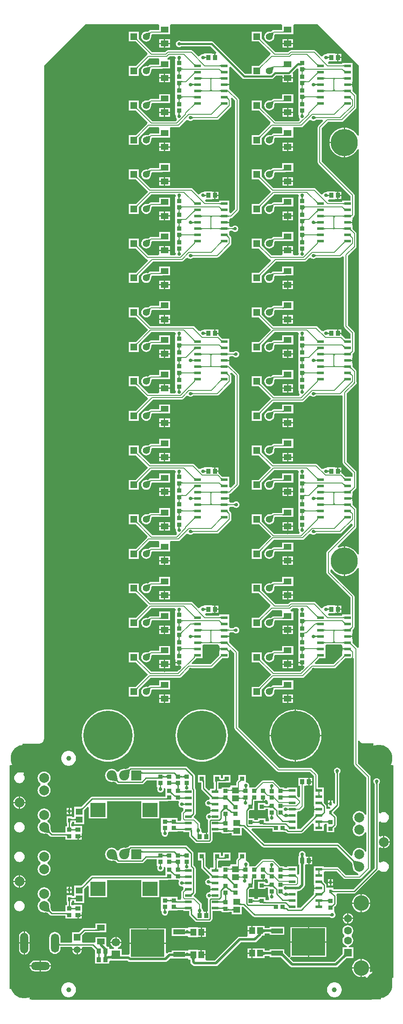
<source format=gtl>
G04*
G04 #@! TF.GenerationSoftware,Altium Limited,Altium Designer,23.10.1 (27)*
G04*
G04 Layer_Physical_Order=1*
G04 Layer_Color=255*
%FSLAX25Y25*%
%MOIN*%
G70*
G04*
G04 #@! TF.SameCoordinates,DEC2BE8A-3C9D-4CA9-A4ED-9AED73E2F86B*
G04*
G04*
G04 #@! TF.FilePolarity,Positive*
G04*
G01*
G75*
%ADD15C,0.01000*%
%ADD17C,0.00800*%
%ADD20R,0.26772X0.21850*%
%ADD21R,0.09449X0.03937*%
%ADD22R,0.05118X0.05512*%
%ADD23R,0.03543X0.03937*%
%ADD24R,0.06496X0.04724*%
%ADD25R,0.05512X0.05118*%
%ADD26R,0.03937X0.03543*%
%ADD27R,0.01968X0.03150*%
%ADD28R,0.03740X0.03347*%
%ADD29R,0.05709X0.02362*%
%ADD30R,0.03543X0.03740*%
%ADD31R,0.03347X0.03740*%
%ADD32R,0.03740X0.03543*%
%ADD56C,0.06693*%
%ADD57R,0.06693X0.06693*%
%ADD65C,0.03937*%
%ADD66C,0.02000*%
%ADD67C,0.01575*%
%ADD68R,0.02656X0.05195*%
%ADD69R,0.15994X0.15774*%
%ADD70R,0.15784X0.21000*%
%ADD71R,0.06215X0.04640*%
%ADD72R,0.14236X0.05897*%
%ADD73R,0.09688X0.06019*%
%ADD74R,0.14240X0.20309*%
%ADD75R,0.31462X0.40674*%
%ADD76R,0.35470X0.42424*%
%ADD77R,0.05932X0.04310*%
%ADD78R,0.08339X0.04616*%
%ADD79R,0.08913X0.17252*%
%ADD80R,0.16396X0.09376*%
%ADD81R,0.15862X0.17812*%
%ADD82R,0.15956X0.13285*%
%ADD83C,0.39370*%
%ADD84O,0.06496X0.16535*%
%ADD85O,0.06496X0.15158*%
%ADD86O,0.15158X0.06496*%
%ADD87C,0.07874*%
%ADD88C,0.12402*%
%ADD89C,0.06299*%
%ADD90R,0.06299X0.06299*%
%ADD91R,0.05512X0.05512*%
%ADD92C,0.05512*%
%ADD93R,0.12008X0.11221*%
%ADD94R,0.08071X0.08071*%
%ADD95C,0.08071*%
%ADD96R,0.05512X0.05512*%
%ADD97C,0.21654*%
%ADD98C,0.02756*%
G36*
X283431Y750324D02*
Y694585D01*
X282231Y694346D01*
X282224Y694362D01*
X281251Y695950D01*
X280042Y697365D01*
X278627Y698574D01*
X277039Y699547D01*
X275320Y700259D01*
X273509Y700694D01*
X272154Y700800D01*
Y688976D01*
Y677152D01*
X273509Y677259D01*
X275320Y677694D01*
X277039Y678406D01*
X278627Y679379D01*
X280042Y680588D01*
X281251Y682003D01*
X282224Y683591D01*
X282231Y683607D01*
X283431Y683368D01*
Y359939D01*
X282231Y359700D01*
X282224Y359717D01*
X281251Y361304D01*
X280042Y362719D01*
X278627Y363929D01*
X277039Y364901D01*
X275320Y365614D01*
X273509Y366048D01*
X272154Y366155D01*
Y354331D01*
Y342507D01*
X273509Y342614D01*
X275320Y343048D01*
X277039Y343760D01*
X278627Y344733D01*
X280042Y345942D01*
X281251Y347358D01*
X282224Y348945D01*
X282231Y348961D01*
X283431Y348723D01*
Y285544D01*
X282231Y285180D01*
X282154Y285295D01*
X278216Y289233D01*
X278216Y291688D01*
X278016Y292805D01*
Y293807D01*
X277204D01*
D01*
X277132Y293763D01*
X277076Y293711D01*
X277036Y293651D01*
X277012Y293583D01*
X277004Y293507D01*
Y293807D01*
X274161D01*
Y294807D01*
X277004D01*
Y295107D01*
X277012Y295031D01*
X277036Y294963D01*
X277076Y294903D01*
X277132Y294851D01*
X277204Y294807D01*
X277645D01*
X277648Y294810D01*
X277725Y294890D01*
X277805Y294993D01*
X277890Y295119D01*
X277980Y295267D01*
X278016Y295335D01*
Y295809D01*
X278216Y296926D01*
X278216Y297605D01*
Y299381D01*
X279369Y300535D01*
X279723Y301064D01*
X279847Y301688D01*
Y326000D01*
X279723Y326624D01*
X279369Y327154D01*
X260631Y345891D01*
Y347386D01*
X261831Y347724D01*
X262056Y347358D01*
X263265Y345942D01*
X264681Y344733D01*
X266268Y343760D01*
X267988Y343048D01*
X269798Y342614D01*
X271154Y342507D01*
Y354331D01*
Y366155D01*
X269798Y366048D01*
X267988Y365614D01*
X267067Y365232D01*
X266387Y366249D01*
X280969Y380832D01*
X281323Y381361D01*
X281447Y381985D01*
Y395562D01*
X281323Y396186D01*
X280969Y396716D01*
X278216Y399469D01*
X278216Y401924D01*
X278016Y403041D01*
Y404043D01*
X277204D01*
D01*
X277132Y403999D01*
X277076Y403947D01*
X277036Y403887D01*
X277012Y403819D01*
X277004Y403743D01*
Y404043D01*
X274161D01*
Y405043D01*
X277004D01*
Y405343D01*
X277012Y405267D01*
X277036Y405199D01*
X277076Y405139D01*
X277132Y405087D01*
X277204Y405043D01*
X277645D01*
X277648Y405046D01*
X277725Y405126D01*
X277805Y405229D01*
X277890Y405355D01*
X277980Y405504D01*
X278016Y405571D01*
Y406045D01*
X278216Y407162D01*
X278216Y407841D01*
Y409617D01*
X280969Y412371D01*
X281323Y412900D01*
X281447Y413524D01*
Y425184D01*
X281323Y425808D01*
X280969Y426338D01*
X273631Y433676D01*
Y488324D01*
X281153Y495847D01*
X281507Y496376D01*
X281631Y497000D01*
X281507Y497624D01*
X281447Y497714D01*
Y505798D01*
X281323Y506423D01*
X280969Y506952D01*
X278216Y509705D01*
X278216Y512160D01*
X278016Y513278D01*
Y513737D01*
X277896Y513966D01*
X277814Y514092D01*
X277735Y514196D01*
X277661Y514276D01*
X277657Y514279D01*
X277204D01*
X277204Y514279D01*
X277132Y514235D01*
X277076Y514183D01*
X277036Y514123D01*
X277012Y514055D01*
X277004Y513979D01*
Y514279D01*
X274161D01*
Y515279D01*
X277004D01*
Y515579D01*
X277012Y515503D01*
X277036Y515435D01*
X277076Y515375D01*
X277132Y515323D01*
X277204Y515279D01*
X278016D01*
Y516281D01*
X278216Y517398D01*
X278216Y518078D01*
Y519853D01*
X279369Y521007D01*
X279723Y521536D01*
X279847Y522160D01*
Y536784D01*
X279723Y537409D01*
X279369Y537938D01*
X274631Y542676D01*
Y598324D01*
X280969Y604662D01*
X281323Y605192D01*
X281447Y605816D01*
Y616035D01*
X281323Y616659D01*
X280969Y617188D01*
X278216Y619942D01*
X278216Y622397D01*
X278016Y623514D01*
Y623973D01*
X277896Y624202D01*
X277814Y624329D01*
X277735Y624432D01*
X277661Y624512D01*
X277657Y624516D01*
X277204D01*
X277204Y624516D01*
X277132Y624472D01*
X277076Y624420D01*
X277036Y624360D01*
X277012Y624292D01*
X277004Y624216D01*
Y624516D01*
X274161D01*
Y625516D01*
X277004D01*
Y625816D01*
X277012Y625740D01*
X277036Y625672D01*
X277076Y625612D01*
X277132Y625560D01*
X277203Y625516D01*
X278016D01*
Y626518D01*
X278216Y627635D01*
X278216Y628827D01*
X278269Y628862D01*
X279369Y629962D01*
X279723Y630492D01*
X279847Y631116D01*
Y646784D01*
X279723Y647408D01*
X279369Y647938D01*
X253631Y673676D01*
Y700324D01*
X258676Y705369D01*
X269575D01*
X270199Y705493D01*
X270728Y705847D01*
X280969Y716087D01*
X281323Y716617D01*
X281447Y717241D01*
Y726271D01*
X281323Y726895D01*
X280969Y727424D01*
X278216Y730178D01*
X278216Y732633D01*
X278016Y733750D01*
Y734209D01*
X277896Y734439D01*
X277814Y734565D01*
X277735Y734668D01*
X277661Y734749D01*
X277657Y734752D01*
X277204D01*
X277204Y734752D01*
X277132Y734708D01*
X277076Y734656D01*
X277036Y734596D01*
X277012Y734528D01*
X277004Y734452D01*
Y734752D01*
X274161D01*
Y735752D01*
X277004D01*
Y736052D01*
X277012Y735976D01*
X277036Y735908D01*
X277076Y735848D01*
X277132Y735796D01*
X277203Y735752D01*
X278016D01*
Y736754D01*
X278216Y737871D01*
X278216Y738550D01*
Y742633D01*
X278216D01*
Y742871D01*
X278216D01*
Y746671D01*
X278216Y747633D01*
X278216D01*
Y747871D01*
X278216D01*
Y752633D01*
X270107D01*
Y751883D01*
X259358D01*
X258781Y752614D01*
X259280Y753745D01*
X264259D01*
Y753945D01*
X266102D01*
Y756913D01*
X266602D01*
D01*
X266102D01*
Y759882D01*
X264259D01*
Y760082D01*
X258316D01*
X258316Y760082D01*
X257116Y759491D01*
X256945Y759513D01*
X256272Y759425D01*
X255645Y759165D01*
X255106Y758752D01*
X254693Y758213D01*
X254631Y758063D01*
X253478Y757717D01*
X253247Y757749D01*
X248752Y762245D01*
X248222Y762598D01*
X247598Y762723D01*
X229091D01*
X228467Y762598D01*
X227938Y762245D01*
X226770Y761077D01*
X216545D01*
X205649Y771973D01*
Y777578D01*
X197737D01*
Y769666D01*
X203342D01*
X212534Y760474D01*
X212579Y760313D01*
X212581Y759950D01*
X212322Y758999D01*
X203342Y750019D01*
X197737D01*
Y743746D01*
X192363D01*
X166960Y769149D01*
X166302Y769589D01*
X165527Y769743D01*
X141114D01*
X140820Y769968D01*
X140193Y770228D01*
X139520Y770317D01*
X138847Y770228D01*
X138220Y769968D01*
X137681Y769555D01*
X137268Y769017D01*
X137008Y768390D01*
X136920Y767717D01*
X137008Y767044D01*
X137268Y766416D01*
X137681Y765878D01*
X138220Y765465D01*
X138847Y765205D01*
X139520Y765116D01*
X140193Y765205D01*
X140820Y765465D01*
X141114Y765690D01*
X164688D01*
X169387Y760991D01*
X168928Y759882D01*
X168677D01*
Y756913D01*
X167677D01*
Y759882D01*
X165834D01*
Y760082D01*
X159891D01*
X159890Y760082D01*
X158691Y759491D01*
X158520Y759513D01*
X157847Y759425D01*
X157220Y759165D01*
X156681Y758752D01*
X156268Y758213D01*
X156205Y758063D01*
X155052Y757717D01*
X154822Y757749D01*
X150326Y762245D01*
X149797Y762598D01*
X149173Y762723D01*
X130666D01*
X130042Y762598D01*
X129513Y762245D01*
X128345Y761077D01*
X118120D01*
X107224Y771973D01*
Y777578D01*
X99312D01*
Y769666D01*
X104917D01*
X114109Y760474D01*
X114154Y760313D01*
X114156Y759950D01*
X113897Y758999D01*
X104917Y750019D01*
X99312D01*
Y742107D01*
X107224D01*
Y747712D01*
X115726Y756214D01*
X123208D01*
X123505Y755137D01*
X123505Y755014D01*
Y751244D01*
X116817D01*
X116193Y751120D01*
X115664Y750766D01*
X114900Y750002D01*
X114360Y749892D01*
X114301Y749917D01*
X113268Y750053D01*
X112235Y749917D01*
X111273Y749518D01*
X110446Y748884D01*
X109812Y748058D01*
X109414Y747096D01*
X109278Y746063D01*
X109414Y745030D01*
X109812Y744068D01*
X110446Y743242D01*
X111273Y742607D01*
X112235Y742209D01*
X113268Y742073D01*
X114301Y742209D01*
X115263Y742607D01*
X116089Y743242D01*
X116723Y744068D01*
X117122Y745030D01*
X117258Y746063D01*
X117144Y746926D01*
X117891Y747981D01*
X125991D01*
X126149Y748013D01*
X132401D01*
Y755137D01*
X130419D01*
X130300Y756337D01*
X130308Y756338D01*
X130837Y756692D01*
X132005Y757860D01*
X135886D01*
X136920Y756913D01*
X136968Y756546D01*
X136450Y755346D01*
X136450D01*
Y749599D01*
Y744481D01*
X136450D01*
Y744346D01*
X136450D01*
Y738599D01*
Y733481D01*
X136450D01*
Y733346D01*
X136450D01*
Y727599D01*
Y722481D01*
X136450D01*
Y722346D01*
X136450D01*
Y716599D01*
Y711481D01*
X136450Y711481D01*
X136968Y710281D01*
X136920Y709913D01*
X137008Y709240D01*
X137268Y708613D01*
X137681Y708075D01*
X137619Y706674D01*
X136904Y705959D01*
X118120D01*
X107224Y716855D01*
Y722460D01*
X99312D01*
Y714548D01*
X104916D01*
X114109Y705356D01*
X114141Y705241D01*
X113897Y703881D01*
X113892Y703876D01*
X104917Y694901D01*
X99312D01*
Y686989D01*
X107224D01*
Y692594D01*
X115726Y701096D01*
X123209D01*
X123505Y700019D01*
X123505Y699896D01*
Y696126D01*
X116817D01*
X116193Y696002D01*
X115664Y695648D01*
X114900Y694884D01*
X114360Y694774D01*
X114301Y694799D01*
X113268Y694935D01*
X112235Y694799D01*
X111273Y694400D01*
X110446Y693766D01*
X109812Y692940D01*
X109414Y691978D01*
X109278Y690945D01*
X109414Y689912D01*
X109812Y688950D01*
X110446Y688123D01*
X111273Y687489D01*
X112235Y687091D01*
X113268Y686955D01*
X114301Y687091D01*
X115263Y687489D01*
X116089Y688123D01*
X116723Y688950D01*
X117122Y689912D01*
X117258Y690945D01*
X117144Y691808D01*
X117891Y692863D01*
X125991D01*
X126147Y692894D01*
X132401D01*
Y699896D01*
X132401Y700019D01*
X132697Y701096D01*
X138838D01*
X139463Y701220D01*
X139992Y701574D01*
X145282Y706864D01*
X146682Y706925D01*
X147221Y706512D01*
X147848Y706252D01*
X148521Y706164D01*
X149194Y706252D01*
X149821Y706512D01*
X150359Y706925D01*
X150519Y707133D01*
X169981D01*
X170605Y707257D01*
X171134Y707611D01*
X180944Y717420D01*
X181298Y717949D01*
X181422Y718574D01*
Y722871D01*
X181422Y722871D01*
X181422Y722871D01*
X181364Y723161D01*
X181298Y723495D01*
X181298Y723495D01*
X181298Y723495D01*
X181120Y723761D01*
X180944Y724024D01*
X181814Y724822D01*
X184239Y722397D01*
Y635691D01*
X180977Y632430D01*
X180777Y632424D01*
X179790Y633240D01*
Y636435D01*
X179790Y637397D01*
X179790D01*
Y637635D01*
X179790D01*
Y642397D01*
X171682D01*
Y641647D01*
X160933D01*
X160356Y642378D01*
X160855Y643509D01*
X165834D01*
Y643709D01*
X167677D01*
Y646677D01*
Y649646D01*
X165834D01*
Y649846D01*
X159891D01*
X159890Y649846D01*
X158691Y649255D01*
X158520Y649277D01*
X157847Y649189D01*
X157220Y648929D01*
X156681Y648516D01*
X156268Y647977D01*
X156205Y647826D01*
X155052Y647481D01*
X154822Y647513D01*
X150326Y652008D01*
X149797Y652362D01*
X149173Y652486D01*
X116474D01*
X107224Y661737D01*
Y667342D01*
X99312D01*
Y659430D01*
X104917D01*
X114645Y649701D01*
X114662Y649528D01*
X104917Y639783D01*
X99312D01*
Y631871D01*
X107224D01*
Y637476D01*
X117372Y647624D01*
X135886D01*
X136920Y646677D01*
X136968Y646310D01*
X136450Y645109D01*
X136450D01*
Y639363D01*
Y634245D01*
X136450D01*
Y634109D01*
X136450D01*
Y628363D01*
Y623245D01*
X136450D01*
Y623109D01*
X136450D01*
Y617363D01*
Y612245D01*
X136450D01*
Y612109D01*
X136450D01*
Y606363D01*
Y601245D01*
X136450Y601245D01*
X136968Y600045D01*
X136920Y599677D01*
X135886Y598730D01*
X133126D01*
X132201Y599394D01*
X132201Y599930D01*
Y602256D01*
X123705D01*
Y599930D01*
X123705Y599394D01*
X122780Y598730D01*
X115112D01*
X107224Y606619D01*
Y612223D01*
X99312D01*
Y604312D01*
X104917D01*
X113283Y595946D01*
X113812Y595592D01*
X114091Y595536D01*
X114627Y594375D01*
X104917Y584664D01*
X99312D01*
Y576753D01*
X107224D01*
Y582357D01*
X118734Y593868D01*
X141846D01*
X142471Y593992D01*
X143000Y594346D01*
X145282Y596628D01*
X146682Y596689D01*
X147221Y596276D01*
X147848Y596016D01*
X148521Y595928D01*
X149194Y596016D01*
X149821Y596276D01*
X150359Y596689D01*
X150519Y596897D01*
X169981D01*
X170605Y597021D01*
X171134Y597374D01*
X180944Y607184D01*
X181298Y607713D01*
X181422Y608338D01*
Y612635D01*
X181422Y612635D01*
X181422Y612635D01*
X181364Y612924D01*
X181298Y613259D01*
X181298Y613259D01*
X181298Y613259D01*
X181120Y613525D01*
X180944Y613788D01*
X180944Y613788D01*
X180944Y613788D01*
X179790Y614942D01*
Y617397D01*
X180303Y618385D01*
X182241D01*
X182400Y618177D01*
X182939Y617764D01*
X183566Y617504D01*
X184239Y617415D01*
X184912Y617504D01*
X185539Y617764D01*
X186077Y618177D01*
X186491Y618715D01*
X186750Y619343D01*
X186839Y620016D01*
X186750Y620689D01*
X186491Y621316D01*
X186077Y621854D01*
X185539Y622267D01*
X184912Y622527D01*
X184239Y622616D01*
X183566Y622527D01*
X182939Y622267D01*
X182400Y621854D01*
X182241Y621647D01*
X180540D01*
X179790Y622397D01*
X179590Y623514D01*
Y624516D01*
X178779D01*
X178779Y624516D01*
X178707Y624472D01*
X178650Y624420D01*
X178611Y624360D01*
X178586Y624292D01*
X178578Y624216D01*
Y624516D01*
X175736D01*
Y625516D01*
X178578D01*
Y625816D01*
X178586Y625740D01*
X178611Y625672D01*
X178650Y625612D01*
X178707Y625560D01*
X178778Y625516D01*
X179590D01*
Y626518D01*
X179790Y627635D01*
X180540Y628384D01*
X180870D01*
X181494Y628509D01*
X182024Y628862D01*
X187024Y633862D01*
X187377Y634391D01*
X187502Y635016D01*
Y723072D01*
X187377Y723697D01*
X187024Y724226D01*
X179844Y731406D01*
X179790Y731441D01*
X179790Y732633D01*
X179590Y733750D01*
Y734752D01*
X178779D01*
X178779Y734752D01*
X178707Y734708D01*
X178650Y734656D01*
X178611Y734596D01*
X178586Y734528D01*
X178578Y734452D01*
Y734752D01*
X175736D01*
Y735752D01*
X178578D01*
Y736052D01*
X178586Y735976D01*
X178611Y735908D01*
X178650Y735848D01*
X178707Y735796D01*
X178778Y735752D01*
X179590D01*
Y736754D01*
X179790Y737871D01*
X179790Y738550D01*
Y742633D01*
X179790D01*
Y742871D01*
X179790D01*
Y746671D01*
X179790Y747633D01*
X179790D01*
Y747871D01*
X179790D01*
Y749019D01*
X180899Y749478D01*
X190091Y740287D01*
X190748Y739848D01*
X191524Y739693D01*
X213492D01*
X214267Y739848D01*
X214925Y740287D01*
X217112Y742475D01*
X222130D01*
Y741051D01*
X230626D01*
Y743913D01*
X230626D01*
X230278Y744754D01*
X233766Y748242D01*
X234875Y747783D01*
Y744481D01*
X234875D01*
Y744346D01*
X234875D01*
Y738599D01*
Y733481D01*
X234875D01*
Y733346D01*
X234875D01*
Y727599D01*
Y722481D01*
X234875D01*
Y722346D01*
X234875D01*
Y716599D01*
Y711481D01*
X234875Y711481D01*
X235393Y710281D01*
X235345Y709913D01*
X235433Y709240D01*
X235693Y708613D01*
X236106Y708075D01*
X236045Y706674D01*
X235329Y705959D01*
X216545D01*
X205649Y716855D01*
Y722460D01*
X197737D01*
Y714548D01*
X203342D01*
X212534Y705356D01*
X212566Y705241D01*
X212322Y703881D01*
X212317Y703876D01*
X203342Y694901D01*
X197737D01*
Y686989D01*
X205649D01*
Y692594D01*
X214151Y701096D01*
X221634D01*
X221930Y700019D01*
X221930Y699896D01*
Y696126D01*
X215243D01*
X214618Y696002D01*
X214089Y695648D01*
X213325Y694884D01*
X212786Y694774D01*
X212726Y694799D01*
X211693Y694935D01*
X210660Y694799D01*
X209698Y694400D01*
X208872Y693766D01*
X208238Y692940D01*
X207839Y691978D01*
X207703Y690945D01*
X207839Y689912D01*
X208238Y688950D01*
X208872Y688123D01*
X209698Y687489D01*
X210660Y687091D01*
X211693Y686955D01*
X212726Y687091D01*
X213688Y687489D01*
X214514Y688123D01*
X215148Y688950D01*
X215547Y689912D01*
X215683Y690945D01*
X215569Y691808D01*
X216316Y692863D01*
X224416D01*
X224572Y692894D01*
X230826D01*
Y699896D01*
X230826Y700019D01*
X231122Y701096D01*
X237264D01*
X237888Y701220D01*
X238417Y701574D01*
X243707Y706864D01*
X245107Y706925D01*
X245646Y706512D01*
X246273Y706252D01*
X246946Y706164D01*
X247619Y706252D01*
X248246Y706512D01*
X248785Y706925D01*
X248944Y707133D01*
X254258D01*
X254717Y706024D01*
X250847Y702153D01*
X250493Y701624D01*
X250369Y701000D01*
Y673000D01*
X250493Y672376D01*
X250847Y671846D01*
X276584Y646108D01*
Y642397D01*
X270107D01*
Y641647D01*
X259358D01*
X258781Y642378D01*
X259280Y643509D01*
X264259D01*
Y643709D01*
X266102D01*
Y646677D01*
Y649646D01*
X264259D01*
Y649846D01*
X258316D01*
X258316Y649846D01*
X257116Y649255D01*
X256945Y649277D01*
X256272Y649189D01*
X255645Y648929D01*
X255106Y648516D01*
X254693Y647977D01*
X254631Y647826D01*
X253478Y647481D01*
X253247Y647513D01*
X248752Y652008D01*
X248222Y652362D01*
X247598Y652486D01*
X214900D01*
X205649Y661737D01*
Y667342D01*
X197737D01*
Y659430D01*
X203342D01*
X213070Y649701D01*
X213087Y649528D01*
X203342Y639783D01*
X197737D01*
Y631871D01*
X205649D01*
Y637476D01*
X215797Y647624D01*
X234311D01*
X235345Y646677D01*
X235393Y646310D01*
X234875Y645109D01*
X234875D01*
Y639363D01*
Y634245D01*
X234875D01*
Y634109D01*
X234875D01*
Y628363D01*
Y623245D01*
X234875D01*
Y623109D01*
X234875D01*
Y617363D01*
Y612245D01*
X234875D01*
Y612109D01*
X234875D01*
Y606363D01*
Y601245D01*
X234875Y601245D01*
X235393Y600045D01*
X235345Y599677D01*
X234311Y598730D01*
X231551D01*
X230626Y599394D01*
X230626Y599930D01*
Y602256D01*
X222130D01*
Y599930D01*
X222130Y599394D01*
X221205Y598730D01*
X213537D01*
X205649Y606619D01*
Y612223D01*
X197737D01*
Y604312D01*
X203342D01*
X211708Y595946D01*
X212237Y595592D01*
X212517Y595536D01*
X213053Y594375D01*
X203342Y584664D01*
X197737D01*
Y576753D01*
X205649D01*
Y582357D01*
X217159Y593868D01*
X240271D01*
X240896Y593992D01*
X241425Y594346D01*
X243707Y596628D01*
X245107Y596689D01*
X245646Y596276D01*
X246273Y596016D01*
X246946Y595928D01*
X247619Y596016D01*
X248246Y596276D01*
X248785Y596689D01*
X248944Y596897D01*
X268406D01*
X269030Y597021D01*
X269560Y597374D01*
X270169Y597983D01*
X271369Y597486D01*
Y542000D01*
X271493Y541376D01*
X271847Y540846D01*
X276584Y536109D01*
Y532161D01*
X272414D01*
X270149Y534426D01*
X269619Y534780D01*
X269374Y534829D01*
Y535941D01*
X268563D01*
X268562Y535941D01*
X268490Y535897D01*
X268434Y535845D01*
X268394Y535785D01*
X268370Y535717D01*
X268362Y535641D01*
Y535941D01*
X266602D01*
Y536441D01*
X266102D01*
Y539409D01*
X264259D01*
Y539609D01*
X258316D01*
X258316Y539609D01*
X257116Y539018D01*
X256945Y539041D01*
X256272Y538952D01*
X255645Y538693D01*
X255106Y538279D01*
X253706Y538341D01*
X250275Y541772D01*
X249745Y542126D01*
X249121Y542250D01*
X214899D01*
X205649Y551501D01*
Y557105D01*
X197737D01*
Y549194D01*
X203342D01*
X213070Y539465D01*
X213087Y539292D01*
X203342Y529546D01*
X197737D01*
Y521635D01*
X205649D01*
Y527239D01*
X215797Y537387D01*
X234311D01*
X235345Y536441D01*
X235393Y536073D01*
X234875Y534873D01*
X234875D01*
Y529127D01*
Y524009D01*
X234875D01*
Y523873D01*
X234875D01*
Y518127D01*
Y513009D01*
X234875D01*
Y512873D01*
X234875D01*
Y507127D01*
Y502009D01*
X234875D01*
Y501873D01*
X234875D01*
Y496127D01*
Y491009D01*
X234875Y491009D01*
X235393Y489809D01*
X235345Y489441D01*
X235433Y488768D01*
X235693Y488141D01*
X236059Y487664D01*
X236012Y487382D01*
X235618Y486464D01*
X215567D01*
X205649Y496383D01*
Y501987D01*
X197737D01*
Y494075D01*
X203342D01*
X213165Y484252D01*
X203342Y474428D01*
X197737D01*
Y466516D01*
X205649D01*
Y472121D01*
X215129Y481602D01*
X238242D01*
X238866Y481726D01*
X239395Y482080D01*
X243707Y486391D01*
X245107Y486453D01*
X245646Y486040D01*
X246273Y485780D01*
X246946Y485691D01*
X247619Y485780D01*
X248246Y486040D01*
X248785Y486453D01*
X248944Y486660D01*
X268406D01*
X269030Y486784D01*
X269169Y486877D01*
X269674Y486748D01*
X270209Y486444D01*
X270369Y486273D01*
Y433000D01*
X270493Y432376D01*
X270847Y431847D01*
X278184Y424508D01*
Y421924D01*
X272414D01*
X270149Y424190D01*
X269620Y424543D01*
X269374Y424592D01*
Y425705D01*
X268562D01*
D01*
X268490Y425661D01*
X268434Y425609D01*
X268394Y425549D01*
X268370Y425481D01*
X268362Y425405D01*
Y425705D01*
X266602D01*
Y426205D01*
X266102D01*
Y429173D01*
X264259D01*
Y429373D01*
X258316D01*
X258316Y429373D01*
X257116Y428782D01*
X256945Y428805D01*
X256272Y428716D01*
X255645Y428456D01*
X255106Y428043D01*
X253706Y428105D01*
X250275Y431536D01*
X249745Y431890D01*
X249121Y432014D01*
X214900D01*
X205649Y441265D01*
Y446869D01*
X197737D01*
Y438958D01*
X203342D01*
X213070Y429229D01*
X213087Y429056D01*
X203342Y419310D01*
X197737D01*
Y411399D01*
X205649D01*
Y417003D01*
X215797Y427151D01*
X234311D01*
X235345Y426205D01*
X235393Y425837D01*
X234875Y424637D01*
X234875D01*
Y418891D01*
Y413772D01*
X234875D01*
Y413637D01*
X234875D01*
Y407891D01*
Y402772D01*
X234875D01*
Y402637D01*
X234875D01*
Y396891D01*
Y391772D01*
X234875D01*
Y391637D01*
X234875D01*
Y385891D01*
Y380772D01*
X234875Y380772D01*
X235393Y379572D01*
X235345Y379205D01*
X235433Y378532D01*
X235693Y377905D01*
X236059Y377428D01*
X236012Y377146D01*
X235618Y376228D01*
X215567D01*
X205649Y386146D01*
Y391751D01*
X197737D01*
Y383839D01*
X203342D01*
X213165Y374016D01*
X203342Y364192D01*
X197737D01*
Y356280D01*
X205649D01*
Y361885D01*
X215129Y371365D01*
X238242D01*
X238866Y371490D01*
X239395Y371843D01*
X243707Y376155D01*
X245107Y376217D01*
X245646Y375804D01*
X246273Y375544D01*
X246946Y375455D01*
X247619Y375544D01*
X248246Y375804D01*
X248785Y376217D01*
X248944Y376424D01*
X268406D01*
X269030Y376548D01*
X269560Y376902D01*
X277076Y384418D01*
X278184Y383959D01*
Y382661D01*
X257846Y362323D01*
X257493Y361794D01*
X257369Y361170D01*
Y345216D01*
X257493Y344591D01*
X257846Y344062D01*
X276584Y325324D01*
Y311688D01*
X270107D01*
Y310938D01*
X259358D01*
X258781Y311669D01*
X259280Y312800D01*
X264259D01*
Y313000D01*
X266102D01*
Y315968D01*
Y318937D01*
X264259D01*
Y319137D01*
X258316D01*
X258316Y319137D01*
X257116Y318546D01*
X256945Y318569D01*
X256272Y318480D01*
X255645Y318220D01*
X255106Y317807D01*
X254693Y317268D01*
X254631Y317118D01*
X253478Y316773D01*
X253247Y316804D01*
X248751Y321300D01*
X248222Y321654D01*
X247598Y321778D01*
X229091D01*
X228467Y321654D01*
X227938Y321300D01*
X226770Y320132D01*
X216545D01*
X205649Y331028D01*
Y336633D01*
X197737D01*
Y328721D01*
X203342D01*
X212534Y319529D01*
X212579Y319368D01*
X212581Y319005D01*
X212322Y318054D01*
X203342Y309074D01*
X197737D01*
Y301162D01*
X205649D01*
Y306767D01*
X214151Y315269D01*
X221634D01*
X221930Y314192D01*
X221930Y314070D01*
Y310299D01*
X215243D01*
X214618Y310175D01*
X214089Y309821D01*
X213325Y309057D01*
X212786Y308947D01*
X212726Y308972D01*
X211693Y309108D01*
X210660Y308972D01*
X209698Y308574D01*
X208872Y307939D01*
X208238Y307113D01*
X207839Y306151D01*
X207703Y305118D01*
X207839Y304085D01*
X208238Y303123D01*
X208872Y302297D01*
X209698Y301662D01*
X210660Y301264D01*
X211693Y301128D01*
X212726Y301264D01*
X213688Y301662D01*
X214514Y302297D01*
X215148Y303123D01*
X215547Y304085D01*
X215683Y305118D01*
X215569Y305981D01*
X216316Y307036D01*
X224416D01*
X224573Y307068D01*
X230826D01*
Y314192D01*
X228843D01*
X228725Y315392D01*
X228733Y315394D01*
X229262Y315747D01*
X230430Y316915D01*
X234311D01*
X235345Y315968D01*
X235393Y315601D01*
X234875Y314401D01*
X234875D01*
Y308654D01*
Y303536D01*
X234875D01*
Y303401D01*
X234875D01*
Y297654D01*
Y292536D01*
X234875D01*
Y292401D01*
X234875D01*
Y286654D01*
Y281536D01*
X234875D01*
Y281401D01*
X234875D01*
Y275654D01*
X235075D01*
Y273909D01*
X237945D01*
Y273409D01*
X238445D01*
Y271748D01*
X238745D01*
X238669Y271740D01*
X238601Y271716D01*
X238541Y271676D01*
X238489Y271620D01*
X238445Y271548D01*
Y270748D01*
X238450Y270736D01*
X239354D01*
X239851Y269536D01*
X236307Y265992D01*
X215567D01*
X205649Y275910D01*
Y281515D01*
X197737D01*
Y273603D01*
X203342D01*
X213165Y263779D01*
X203342Y253956D01*
X197737D01*
Y246044D01*
X205649D01*
Y251649D01*
X215129Y261129D01*
X238242D01*
X238866Y261253D01*
X239395Y261607D01*
X246554Y268766D01*
X247774D01*
Y268921D01*
X247955Y268788D01*
X247989Y268766D01*
X263578D01*
X264203Y268890D01*
X264732Y269244D01*
X272414Y276926D01*
X278169D01*
X278216Y276926D01*
X279369Y276812D01*
Y204724D01*
Y192000D01*
X279493Y191376D01*
X279847Y190847D01*
X289369Y181324D01*
Y151912D01*
X288169Y151673D01*
X287952Y152197D01*
X287128Y153270D01*
X286055Y154093D01*
X284806Y154611D01*
X283465Y154788D01*
X282124Y154611D01*
X280874Y154093D01*
X279801Y153270D01*
X278977Y152197D01*
X278460Y150947D01*
X278283Y149606D01*
X278460Y148265D01*
X278977Y147016D01*
X279801Y145942D01*
X280509Y145399D01*
X280604Y145101D01*
Y144269D01*
X280509Y143971D01*
X279801Y143428D01*
X278977Y142355D01*
X278460Y141105D01*
X278283Y139764D01*
X278460Y138423D01*
X278977Y137173D01*
X279801Y136100D01*
X280874Y135277D01*
X282124Y134759D01*
X283465Y134582D01*
X284806Y134759D01*
X286055Y135277D01*
X287128Y136100D01*
X287952Y137173D01*
X288169Y137697D01*
X289369Y137458D01*
Y122384D01*
X288169Y122146D01*
X287952Y122669D01*
X287128Y123742D01*
X286055Y124566D01*
X284806Y125083D01*
X283465Y125260D01*
X282124Y125083D01*
X280874Y124566D01*
X279801Y123742D01*
X278977Y122669D01*
X278460Y121420D01*
X278283Y120079D01*
X278361Y119488D01*
X277224Y118928D01*
X267554Y128598D01*
X266992Y128974D01*
X266329Y129105D01*
X207891D01*
X197366Y139630D01*
X197825Y140739D01*
X214237D01*
Y138032D01*
X223234D01*
X223401Y137999D01*
X223401Y137999D01*
X223402Y137999D01*
X224719D01*
X225323Y137396D01*
X225885Y137020D01*
X226548Y136888D01*
X237243D01*
X237907Y137020D01*
X238469Y137396D01*
X245970Y144896D01*
X247157Y144490D01*
X247343Y143721D01*
Y143483D01*
X247343D01*
Y138721D01*
X255452D01*
Y143483D01*
X256211Y144369D01*
X257599D01*
Y142788D01*
Y137670D01*
X263739D01*
Y140965D01*
X264102Y141328D01*
X264303Y141463D01*
X265065Y142224D01*
X265065Y142224D01*
X265441Y142787D01*
X265573Y143450D01*
X265573Y143450D01*
Y149798D01*
X265441Y150462D01*
X265065Y151024D01*
X262854Y153235D01*
Y153883D01*
X267226Y158255D01*
X267601Y158817D01*
X267733Y159480D01*
Y184810D01*
X267839Y184891D01*
X268252Y185429D01*
X268512Y186056D01*
X268600Y186729D01*
X268512Y187402D01*
X268252Y188030D01*
X267839Y188568D01*
X267300Y188981D01*
X266673Y189241D01*
X266000Y189330D01*
X265327Y189241D01*
X264700Y188981D01*
X264161Y188568D01*
X263748Y188030D01*
X263488Y187402D01*
X263400Y186729D01*
X263488Y186056D01*
X263748Y185429D01*
X264161Y184891D01*
X264267Y184810D01*
Y160757D01*
X263854Y160447D01*
X262654Y161046D01*
Y163220D01*
X261169D01*
Y162399D01*
X261213Y162326D01*
X261265Y162269D01*
X261325Y162229D01*
X261393Y162205D01*
X261469Y162196D01*
X261169D01*
Y160646D01*
X260669D01*
Y160146D01*
X258685D01*
Y158071D01*
X259925D01*
X260510Y156871D01*
X260091Y156334D01*
X258485D01*
Y156334D01*
X257285Y156334D01*
Y158621D01*
X257285Y158621D01*
X257153Y159284D01*
X257153Y159284D01*
X257153Y159284D01*
X256933Y159614D01*
X256778Y159847D01*
X255452Y161173D01*
Y163484D01*
X255452D01*
Y163721D01*
X255452D01*
Y168483D01*
X255452D01*
Y168721D01*
X255452D01*
Y173484D01*
X250575D01*
Y183380D01*
X250450Y184004D01*
X250097Y184533D01*
X245876Y188754D01*
X245347Y189107D01*
X244723Y189232D01*
X219477D01*
X203984Y204724D01*
X197218Y211490D01*
D01*
X187031Y221677D01*
Y281316D01*
X186907Y281941D01*
X186554Y282470D01*
X179790Y289233D01*
X179790Y291688D01*
X179590Y292805D01*
Y293807D01*
X178779D01*
D01*
X178707Y293763D01*
X178650Y293711D01*
X178611Y293651D01*
X178586Y293583D01*
X178578Y293507D01*
Y293807D01*
X175736D01*
Y294807D01*
X178578D01*
Y295107D01*
X178586Y295031D01*
X178611Y294963D01*
X178650Y294903D01*
X178707Y294851D01*
X178779Y294807D01*
X179590D01*
Y295809D01*
X179790Y296926D01*
X180493Y297628D01*
X183005D01*
X183201Y297374D01*
X183739Y296961D01*
X184366Y296701D01*
X185039Y296612D01*
X185712Y296701D01*
X186339Y296961D01*
X186878Y297374D01*
X187291Y297913D01*
X187551Y298540D01*
X187640Y299213D01*
X187551Y299886D01*
X187291Y300513D01*
X186878Y301051D01*
X186339Y301464D01*
X185712Y301724D01*
X185039Y301813D01*
X184366Y301724D01*
X183739Y301464D01*
X183201Y301051D01*
X183078Y300891D01*
X180190D01*
X179790Y301926D01*
X179790Y302888D01*
Y305726D01*
X179790Y306688D01*
X179790D01*
Y306926D01*
X179790D01*
Y311688D01*
X171682D01*
Y310938D01*
X160933D01*
X160356Y311669D01*
X160855Y312800D01*
X165834D01*
Y313000D01*
X167677D01*
Y315968D01*
Y318937D01*
X165834D01*
Y319137D01*
X159891D01*
X159890Y319137D01*
X158691Y318546D01*
X158520Y318569D01*
X157847Y318480D01*
X157220Y318220D01*
X156681Y317807D01*
X156268Y317268D01*
X156205Y317118D01*
X155053Y316773D01*
X154822Y316804D01*
X150326Y321300D01*
X149797Y321654D01*
X149173Y321778D01*
X116474D01*
X107224Y331028D01*
Y336633D01*
X99312D01*
Y328721D01*
X104917D01*
X114645Y318993D01*
X114662Y318819D01*
X104917Y309074D01*
X99312D01*
Y301162D01*
X107224D01*
Y306767D01*
X117372Y316915D01*
X135886D01*
X136920Y315968D01*
X136968Y315601D01*
X136450Y314401D01*
X136450D01*
Y308654D01*
Y303536D01*
X136450D01*
Y303401D01*
X136450D01*
Y297654D01*
Y292536D01*
X136450D01*
Y292401D01*
X136450D01*
Y286654D01*
Y281536D01*
X136450D01*
Y281401D01*
X136450D01*
Y275654D01*
X136650D01*
Y273909D01*
X139520D01*
Y273409D01*
X140020D01*
Y271748D01*
X140320D01*
X140244Y271740D01*
X140176Y271716D01*
X140116Y271676D01*
X140064Y271620D01*
X140020Y271548D01*
Y270748D01*
X140025Y270736D01*
X140929D01*
X141426Y269536D01*
X137882Y265992D01*
X117142D01*
X107224Y275910D01*
Y281515D01*
X99312D01*
Y273603D01*
X104917D01*
X114740Y263779D01*
X104917Y253956D01*
X99312D01*
Y246044D01*
X107224D01*
Y251649D01*
X116704Y261129D01*
X139816D01*
X140441Y261253D01*
X140970Y261607D01*
X148129Y268766D01*
X149348D01*
Y268921D01*
X149530Y268788D01*
X149564Y268766D01*
X165153D01*
X165777Y268890D01*
X166307Y269244D01*
X173989Y276926D01*
X179790D01*
Y281009D01*
X179790Y281688D01*
X179590Y282805D01*
Y283251D01*
X180699Y283710D01*
X183769Y280641D01*
Y221001D01*
X183893Y220377D01*
X184247Y219848D01*
X191496Y212598D01*
D01*
X217647Y186447D01*
X218177Y186093D01*
X218801Y185969D01*
X244047D01*
X247312Y182704D01*
Y171883D01*
X247343Y171726D01*
Y168721D01*
X247343D01*
Y168483D01*
X247343D01*
Y163721D01*
X247343D01*
Y163484D01*
X247343D01*
Y158721D01*
X247343D01*
X247543Y158283D01*
Y156602D01*
X251398D01*
Y155602D01*
X247543D01*
Y153921D01*
X247343Y153483D01*
X247343D01*
Y151172D01*
X236525Y140355D01*
X233995D01*
Y142521D01*
X233995Y143483D01*
X233995D01*
Y143721D01*
X233995D01*
Y148484D01*
X233995Y148484D01*
Y148721D01*
X233995D01*
X233995Y149683D01*
Y153483D01*
X234508Y154471D01*
X235475D01*
X236099Y154595D01*
X236628Y154949D01*
X239165Y157486D01*
X239519Y158015D01*
X239643Y158639D01*
Y174934D01*
X240983D01*
Y175134D01*
X242827D01*
Y175955D01*
D01*
X242783Y176028D01*
X242731Y176085D01*
X242671Y176125D01*
X242603Y176150D01*
X242527Y176158D01*
X242827D01*
Y178102D01*
Y181071D01*
X240983D01*
Y181271D01*
X235040D01*
Y174934D01*
X236380D01*
Y166024D01*
X235272Y165564D01*
X233995Y166841D01*
Y168483D01*
X233995D01*
Y168721D01*
X233995D01*
Y173484D01*
X225887D01*
Y172836D01*
X223740D01*
Y173535D01*
X220577D01*
X220353Y173871D01*
X215697Y178527D01*
X215168Y178880D01*
X214543Y179005D01*
X206578D01*
X206578Y179005D01*
X205954Y178880D01*
X205424Y178527D01*
X200432Y173535D01*
X196599D01*
Y173535D01*
X195739D01*
X195565Y174735D01*
X195600Y175000D01*
X195512Y175673D01*
X195252Y176300D01*
X194839Y176839D01*
X194300Y177252D01*
X193673Y177512D01*
X193000Y177600D01*
X192998Y177602D01*
Y183601D01*
X187054D01*
Y179768D01*
X185872Y178585D01*
X185518Y178056D01*
X185394Y177432D01*
Y175011D01*
X180713D01*
Y174080D01*
X179739Y173535D01*
X173599D01*
Y172610D01*
X172452Y172484D01*
Y172484D01*
X170862D01*
Y177427D01*
X176353D01*
X176520Y177461D01*
X180596D01*
Y183601D01*
X174653D01*
Y180894D01*
X172998D01*
Y183601D01*
X167054D01*
Y177461D01*
X167395D01*
Y172484D01*
X164343D01*
Y171503D01*
X163235Y171043D01*
X160629Y173649D01*
Y179259D01*
X160596Y179427D01*
Y183601D01*
X154653D01*
Y177461D01*
X157163D01*
Y172931D01*
X157295Y172267D01*
X157670Y171705D01*
X163986Y165390D01*
X163871Y164442D01*
X163000Y163600D01*
X162327Y163512D01*
X161700Y163252D01*
X161161Y162839D01*
X160748Y162300D01*
X160488Y161673D01*
X160400Y161000D01*
X160488Y160327D01*
X160748Y159700D01*
X161161Y159161D01*
X161700Y158748D01*
X162327Y158488D01*
X163000Y158400D01*
X163143Y158419D01*
X164343Y157721D01*
X164543Y157283D01*
Y155602D01*
X168398D01*
Y154602D01*
X164543D01*
Y153778D01*
X163690Y152728D01*
X163446Y152673D01*
X162996Y152614D01*
X162369Y152354D01*
X161831Y151941D01*
X161418Y151402D01*
X161158Y150775D01*
X161069Y150102D01*
X161158Y149429D01*
X161418Y148802D01*
X161831Y148264D01*
X162369Y147851D01*
X162554Y147774D01*
X162642Y147485D01*
X162510Y146822D01*
Y138383D01*
X162532Y138271D01*
X161827Y137200D01*
Y134102D01*
X160827D01*
Y137071D01*
X158983D01*
Y137271D01*
X158029D01*
X157902Y137360D01*
X157279Y138471D01*
X157323Y138577D01*
X157412Y139250D01*
X157323Y139923D01*
X157063Y140550D01*
X156650Y141088D01*
X156272Y141379D01*
Y144262D01*
X156147Y144886D01*
X155794Y145415D01*
X152572Y148637D01*
X152042Y148991D01*
X151593Y149080D01*
X151350Y149701D01*
X151278Y150315D01*
X152321Y151358D01*
X152321Y151358D01*
X152559Y151715D01*
X152697Y151920D01*
X152697Y151920D01*
X152697Y151920D01*
X152736Y152116D01*
X152829Y152583D01*
X152829Y152583D01*
Y171822D01*
X152829Y171822D01*
X152829Y171822D01*
X152760Y172166D01*
X152697Y172485D01*
X152697Y172485D01*
X152697Y172485D01*
X152523Y172745D01*
X152321Y173048D01*
X152321Y173048D01*
X152321Y173048D01*
X152130Y173239D01*
Y182835D01*
X151998Y183499D01*
X151622Y184061D01*
X146004Y189679D01*
X145442Y190055D01*
X144779Y190187D01*
X100741D01*
X100741Y190187D01*
X100078Y190055D01*
X99515Y189679D01*
X98488Y188652D01*
X96509Y188262D01*
X95472Y188399D01*
X94106Y188219D01*
X92832Y187691D01*
X91738Y186852D01*
X91278Y186252D01*
X91154Y186195D01*
X89949D01*
X89825Y186252D01*
X89364Y186852D01*
X88270Y187691D01*
X86997Y188219D01*
X85630Y188399D01*
X84263Y188219D01*
X82990Y187691D01*
X81896Y186852D01*
X81057Y185758D01*
X80529Y184485D01*
X80349Y183118D01*
X80529Y181752D01*
X81057Y180478D01*
X81896Y179384D01*
X82990Y178545D01*
X84263Y178017D01*
X85630Y177838D01*
X86902Y178005D01*
X88351Y177775D01*
X88567Y177730D01*
X89740Y176557D01*
X90302Y176181D01*
X90965Y176049D01*
X90965Y176049D01*
X109889D01*
X110189Y176109D01*
X110552Y176181D01*
X110552Y176181D01*
X111115Y176557D01*
X111115Y176557D01*
X111115Y176557D01*
X113832Y179275D01*
X121599D01*
Y174190D01*
X121599D01*
X122134Y173212D01*
X122247Y172990D01*
X122158Y172775D01*
X122069Y172102D01*
X122158Y171429D01*
X122418Y170802D01*
X122831Y170264D01*
X123369Y169851D01*
X123996Y169591D01*
X124669Y169502D01*
X125342Y169591D01*
X125970Y169851D01*
X126508Y170264D01*
X126921Y170802D01*
X127181Y171429D01*
X127270Y172102D01*
X127181Y172775D01*
X127811Y173084D01*
X128599Y172430D01*
Y167788D01*
Y166103D01*
X69965D01*
X69301Y165971D01*
X69301Y165971D01*
X69301Y165971D01*
X68739Y165596D01*
X64719Y161576D01*
X64680Y161517D01*
X61174Y158011D01*
X55713D01*
Y149686D01*
X53854D01*
Y150334D01*
X49485D01*
Y144784D01*
X49936D01*
Y142535D01*
X48599D01*
Y137450D01*
X38230D01*
X36895Y138784D01*
X36536Y140659D01*
X36678Y141732D01*
X36501Y143073D01*
X35983Y144323D01*
X35160Y145396D01*
X34451Y145940D01*
X34357Y146237D01*
Y147070D01*
X34451Y147367D01*
X35160Y147911D01*
X35983Y148984D01*
X36501Y150234D01*
X36678Y151575D01*
X36501Y152916D01*
X35983Y154165D01*
X35160Y155239D01*
X34087Y156062D01*
X32837Y156580D01*
X31496Y156756D01*
X30155Y156580D01*
X28905Y156062D01*
X27832Y155239D01*
X27009Y154165D01*
X26491Y152916D01*
X26315Y151575D01*
X26491Y150234D01*
X27009Y148984D01*
X27832Y147911D01*
X28541Y147367D01*
X28635Y147070D01*
Y146237D01*
X28541Y145940D01*
X27832Y145396D01*
X27009Y144323D01*
X26491Y143073D01*
X26315Y141732D01*
X26491Y140391D01*
X27009Y139141D01*
X27832Y138068D01*
X28905Y137245D01*
X30155Y136727D01*
X31496Y136551D01*
X32765Y136718D01*
X34133Y136500D01*
X34316Y136461D01*
X36286Y134491D01*
X36849Y134115D01*
X37512Y133983D01*
X48599D01*
Y131670D01*
X54739D01*
Y131670D01*
X55701Y131673D01*
Y131673D01*
X58169D01*
Y134445D01*
X58669D01*
Y134945D01*
X60614D01*
Y135245D01*
X60622Y135169D01*
X60646Y135101D01*
X60687Y135041D01*
X60744Y134989D01*
X60817Y134945D01*
X61638D01*
Y136788D01*
X61838D01*
Y142731D01*
X55858D01*
X55501Y142731D01*
X55501Y142731D01*
X54739Y142535D01*
X54739Y142535D01*
X53403D01*
Y144784D01*
X53854D01*
Y146220D01*
X55713D01*
Y144194D01*
X63625D01*
Y150493D01*
Y155560D01*
X66202Y158137D01*
X67402Y157640D01*
Y148749D01*
X81810D01*
Y162369D01*
X82899Y162637D01*
X108045D01*
X109135Y162369D01*
X109135Y161437D01*
Y148749D01*
X123542D01*
Y161437D01*
X123542Y162369D01*
X124632Y162637D01*
X130496D01*
X130496Y162637D01*
X130496Y162637D01*
X130665Y162670D01*
X134739D01*
X134739Y162670D01*
X135599D01*
Y162670D01*
X135940Y162670D01*
X138878D01*
X139470Y161470D01*
X139418Y161402D01*
X139158Y160775D01*
X139069Y160102D01*
X139158Y159429D01*
X139418Y158802D01*
X139831Y158264D01*
X140369Y157851D01*
X140996Y157591D01*
X141669Y157502D01*
X141696Y157506D01*
X142799Y156689D01*
X142887Y156517D01*
Y155028D01*
X141733Y153875D01*
X141379Y153346D01*
X141255Y152721D01*
Y148424D01*
X141333Y148036D01*
X140891Y147210D01*
X140580Y146836D01*
X138239D01*
Y149126D01*
X132098D01*
Y149126D01*
X131239D01*
Y149126D01*
X125099D01*
Y143380D01*
Y138262D01*
X125099Y138262D01*
X125617Y137062D01*
X125568Y136694D01*
X125657Y136021D01*
X125917Y135394D01*
X126330Y134855D01*
X126868Y134442D01*
X127496Y134182D01*
X128169Y134094D01*
X128842Y134182D01*
X129469Y134442D01*
X130007Y134855D01*
X130420Y135394D01*
X130680Y136021D01*
X130769Y136694D01*
X130720Y137062D01*
X131239Y138262D01*
X132098D01*
Y138262D01*
X138239D01*
Y138369D01*
X142887D01*
Y137721D01*
X147562D01*
Y135240D01*
X147694Y134577D01*
X148070Y134015D01*
X152476Y129608D01*
X153038Y129233D01*
X153702Y129101D01*
X153702Y129101D01*
X163637D01*
X164300Y129233D01*
X164863Y129608D01*
X165624Y130370D01*
X166000Y130932D01*
X166132Y131595D01*
X166132Y131596D01*
Y137721D01*
X172452D01*
Y137721D01*
X173599Y137594D01*
Y136670D01*
X179739D01*
Y137220D01*
X181713D01*
Y135194D01*
X189625D01*
Y140998D01*
X190825Y141269D01*
X205947Y126147D01*
X206510Y125771D01*
X207173Y125639D01*
X265611D01*
X278065Y113184D01*
X278425Y111309D01*
X278283Y110236D01*
X278460Y108895D01*
X278977Y107645D01*
X279801Y106572D01*
X280874Y105749D01*
X282124Y105231D01*
X282206Y105221D01*
X282902Y103919D01*
X282862Y103839D01*
X282515Y103592D01*
X273044D01*
X267372Y109264D01*
X266843Y109617D01*
X266219Y109742D01*
X255452D01*
Y110491D01*
X247343D01*
Y105729D01*
X247343D01*
Y105491D01*
X247343D01*
Y101691D01*
X247343Y100729D01*
X247343Y99529D01*
Y95729D01*
X247343D01*
X247544Y95291D01*
Y93610D01*
X251398D01*
Y92610D01*
X247544D01*
Y90929D01*
X247343Y90491D01*
X247343D01*
Y88181D01*
X236525Y77362D01*
X233995D01*
Y79529D01*
X233995Y80491D01*
X233995D01*
Y80729D01*
X233995D01*
Y85491D01*
X233995Y85491D01*
Y85729D01*
X233995D01*
X233995Y86691D01*
Y90491D01*
X235040Y90867D01*
X235475D01*
X236333Y91038D01*
X237061Y91524D01*
X239598Y94061D01*
X240084Y94789D01*
X240255Y95647D01*
Y111942D01*
X240984D01*
Y112142D01*
X242827D01*
Y112963D01*
X242827Y112963D01*
X242783Y113036D01*
X242731Y113093D01*
X242671Y113133D01*
X242603Y113158D01*
X242527Y113166D01*
X242827D01*
Y115110D01*
Y118079D01*
X242101D01*
X240984Y118279D01*
X240540Y119366D01*
X240533Y119479D01*
X240612Y120078D01*
X240524Y120751D01*
X240264Y121379D01*
X239851Y121917D01*
X239312Y122330D01*
X238685Y122590D01*
X238012Y122679D01*
X237339Y122590D01*
X236712Y122330D01*
X236173Y121917D01*
X235760Y121379D01*
X235500Y120751D01*
X235412Y120078D01*
X235491Y119479D01*
X235484Y119366D01*
X235040Y118279D01*
X235040D01*
Y111942D01*
X235769D01*
Y104422D01*
X234569Y103830D01*
X233995Y104270D01*
Y105491D01*
X233995D01*
Y105729D01*
X233995D01*
Y110491D01*
X225887D01*
Y109844D01*
X223740D01*
Y110543D01*
X220577D01*
X220353Y110879D01*
X215697Y115534D01*
X215168Y115888D01*
X214543Y116012D01*
X206578D01*
X206578Y116012D01*
X205954Y115888D01*
X205424Y115534D01*
X200432Y110543D01*
X196599D01*
Y110543D01*
X195739D01*
X195565Y111742D01*
X195600Y112008D01*
X195512Y112681D01*
X195252Y113308D01*
X194839Y113847D01*
X194300Y114260D01*
X193849Y114446D01*
X193047Y115314D01*
Y121454D01*
X187104D01*
Y117621D01*
X185872Y116390D01*
X185518Y115860D01*
X185394Y115236D01*
Y112019D01*
X180713D01*
Y111088D01*
X179739Y110543D01*
X173599D01*
Y109618D01*
X172452Y109491D01*
Y109491D01*
X170537D01*
Y114410D01*
X171347Y115281D01*
X176402D01*
X176569Y115314D01*
X180645D01*
Y121454D01*
X174702D01*
Y118748D01*
X173047D01*
Y121454D01*
X167104D01*
Y117280D01*
X167070Y117113D01*
Y109491D01*
X164343D01*
Y108510D01*
X163235Y108051D01*
X160679Y110607D01*
Y117113D01*
X160645Y117280D01*
Y121454D01*
X154702D01*
Y115314D01*
X157212D01*
Y109889D01*
X157344Y109226D01*
X157720Y108663D01*
X163986Y102398D01*
X163871Y101450D01*
X163000Y100608D01*
X162327Y100520D01*
X161700Y100260D01*
X161161Y99847D01*
X160748Y99308D01*
X160488Y98681D01*
X160400Y98008D01*
X160488Y97335D01*
X160748Y96708D01*
X161161Y96169D01*
X161700Y95756D01*
X162327Y95496D01*
X163000Y95408D01*
X163143Y95426D01*
X164343Y94729D01*
X164543Y94291D01*
Y92610D01*
X168398D01*
Y91610D01*
X164543D01*
Y90786D01*
X163690Y89736D01*
X163446Y89681D01*
X162996Y89622D01*
X162369Y89362D01*
X161831Y88949D01*
X161418Y88410D01*
X161158Y87783D01*
X161069Y87110D01*
X161158Y86437D01*
X161418Y85810D01*
X161831Y85272D01*
X162369Y84858D01*
X162554Y84782D01*
X162642Y84493D01*
X162510Y83830D01*
Y75391D01*
X162532Y75279D01*
X161827Y74208D01*
Y71110D01*
X160827D01*
Y74079D01*
X159649D01*
X158600Y75000D01*
X158512Y75673D01*
X158252Y76300D01*
X157839Y76839D01*
X157631Y76998D01*
Y79909D01*
X157631Y79909D01*
X157507Y80534D01*
X157153Y81063D01*
X152572Y85645D01*
X152042Y85999D01*
X151593Y86088D01*
X151350Y86709D01*
X151278Y87323D01*
X152321Y88366D01*
X152321Y88366D01*
X152559Y88722D01*
X152697Y88928D01*
X152697Y88928D01*
X152697Y88928D01*
X152736Y89124D01*
X152829Y89591D01*
X152829Y89591D01*
Y108830D01*
X152829Y108830D01*
X152829Y108830D01*
X152760Y109174D01*
X152697Y109493D01*
X152697Y109493D01*
X152697Y109493D01*
X152523Y109753D01*
X152321Y110055D01*
X152321Y110056D01*
X152321Y110056D01*
X150998Y111379D01*
Y120976D01*
X150866Y121639D01*
X150490Y122201D01*
X146004Y126687D01*
X145442Y127063D01*
X144779Y127195D01*
X100741D01*
X100741Y127195D01*
X100078Y127063D01*
X99515Y126687D01*
X98488Y125660D01*
X96509Y125270D01*
X95472Y125407D01*
X94106Y125227D01*
X92832Y124699D01*
X91738Y123860D01*
X91278Y123260D01*
X91154Y123203D01*
X89949D01*
X89825Y123260D01*
X89364Y123860D01*
X88270Y124699D01*
X86997Y125227D01*
X85630Y125407D01*
X84263Y125227D01*
X82990Y124699D01*
X81896Y123860D01*
X81057Y122766D01*
X80529Y121493D01*
X80349Y120126D01*
X80529Y118759D01*
X81057Y117486D01*
X81896Y116392D01*
X82990Y115553D01*
X84263Y115025D01*
X85630Y114846D01*
X86902Y115013D01*
X88351Y114783D01*
X88567Y114738D01*
X89740Y113565D01*
X90302Y113189D01*
X90965Y113057D01*
X90965Y113057D01*
X109889D01*
X110189Y113117D01*
X110552Y113189D01*
X110552Y113189D01*
X111115Y113565D01*
X111115Y113565D01*
X111115Y113565D01*
X113832Y116283D01*
X121599D01*
Y111198D01*
X121599D01*
X122134Y110219D01*
X122247Y109998D01*
X122158Y109783D01*
X122069Y109110D01*
X122158Y108437D01*
X122418Y107810D01*
X122831Y107272D01*
X123369Y106858D01*
X123996Y106599D01*
X124669Y106510D01*
X125342Y106599D01*
X125970Y106858D01*
X126508Y107272D01*
X126921Y107810D01*
X127181Y108437D01*
X127270Y109110D01*
X127181Y109783D01*
X127810Y110092D01*
X128599Y109437D01*
Y104796D01*
Y103111D01*
X69965D01*
X69301Y102979D01*
X69301Y102979D01*
X69301Y102979D01*
X68739Y102603D01*
X64719Y98584D01*
X64680Y98525D01*
X61174Y95019D01*
X55713D01*
Y86694D01*
X53854D01*
Y87342D01*
X49485D01*
Y81792D01*
X49936D01*
Y79542D01*
X48599D01*
Y74458D01*
X38230D01*
X36895Y75792D01*
X36536Y77667D01*
X36677Y78740D01*
X36501Y80081D01*
X35983Y81331D01*
X35160Y82404D01*
X34451Y82948D01*
X34357Y83245D01*
Y84078D01*
X34451Y84375D01*
X35160Y84919D01*
X35983Y85992D01*
X36501Y87242D01*
X36677Y88583D01*
X36501Y89924D01*
X35983Y91173D01*
X35160Y92247D01*
X34087Y93070D01*
X32837Y93588D01*
X31496Y93764D01*
X30155Y93588D01*
X28905Y93070D01*
X27832Y92247D01*
X27009Y91173D01*
X26491Y89924D01*
X26315Y88583D01*
X26491Y87242D01*
X27009Y85992D01*
X27832Y84919D01*
X28541Y84375D01*
X28635Y84078D01*
Y83245D01*
X28541Y82948D01*
X27832Y82404D01*
X27009Y81331D01*
X26491Y80081D01*
X26315Y78740D01*
X26491Y77399D01*
X27009Y76149D01*
X27832Y75076D01*
X28905Y74253D01*
X30155Y73735D01*
X31496Y73559D01*
X32765Y73726D01*
X34133Y73508D01*
X34316Y73469D01*
X36286Y71499D01*
X36849Y71123D01*
X37512Y70991D01*
X48599D01*
Y68678D01*
X54739D01*
Y68678D01*
X55701Y68681D01*
Y68681D01*
X58169D01*
Y71453D01*
X58669D01*
Y71953D01*
X60614D01*
Y72253D01*
X60622Y72177D01*
X60646Y72109D01*
X60687Y72049D01*
X60744Y71997D01*
X60817Y71953D01*
X61638D01*
Y73796D01*
X61838D01*
Y79739D01*
X55858D01*
X55501Y79739D01*
X55501Y79739D01*
X54739Y79542D01*
X54739Y79542D01*
X53403D01*
Y81792D01*
X53854D01*
Y83227D01*
X55713D01*
Y81202D01*
X63625D01*
Y87501D01*
Y92568D01*
X66202Y95145D01*
X67402Y94648D01*
Y85757D01*
X81810D01*
Y99377D01*
X82899Y99645D01*
X108045D01*
X109135Y99377D01*
X109135Y98445D01*
Y85757D01*
X123542D01*
Y98445D01*
X123542Y99377D01*
X124632Y99645D01*
X130496D01*
X130496Y99645D01*
X130496Y99645D01*
X130664Y99678D01*
X134739D01*
Y99678D01*
X134881Y99678D01*
X135939Y99678D01*
X138878D01*
X139470Y98478D01*
X139418Y98410D01*
X139158Y97783D01*
X139069Y97110D01*
X139158Y96437D01*
X139418Y95810D01*
X139831Y95272D01*
X140369Y94858D01*
X140996Y94599D01*
X141669Y94510D01*
X141696Y94514D01*
X142799Y93697D01*
X142887Y93525D01*
Y92036D01*
X141733Y90883D01*
X141379Y90354D01*
X141255Y89729D01*
Y85432D01*
X141333Y85044D01*
X140891Y84218D01*
X140580Y83844D01*
X138239D01*
Y86134D01*
X132098D01*
Y86134D01*
X131239Y86134D01*
Y86134D01*
X125099D01*
Y80388D01*
Y75270D01*
X125099Y75270D01*
X125617Y74069D01*
X125568Y73702D01*
X125657Y73029D01*
X125917Y72402D01*
X126330Y71863D01*
X126868Y71450D01*
X127496Y71190D01*
X128169Y71101D01*
X128842Y71190D01*
X129469Y71450D01*
X130007Y71863D01*
X130420Y72402D01*
X130680Y73029D01*
X130769Y73702D01*
X130720Y74069D01*
X131239Y75269D01*
X132098D01*
Y75270D01*
X138239D01*
Y75377D01*
X142887D01*
Y74729D01*
X147562D01*
Y72248D01*
X147694Y71585D01*
X148070Y71022D01*
X152476Y66616D01*
X153038Y66240D01*
X153702Y66109D01*
X153702Y66109D01*
X163637D01*
X164300Y66240D01*
X164863Y66616D01*
X165624Y67378D01*
X166000Y67940D01*
X166132Y68603D01*
X166132Y68603D01*
Y74729D01*
X172452D01*
Y74729D01*
X173599Y74602D01*
Y73678D01*
X179739D01*
Y74227D01*
X181713D01*
Y72202D01*
X189625D01*
Y78006D01*
X190825Y78276D01*
X198670Y70432D01*
X199232Y70056D01*
X199895Y69924D01*
X260081D01*
X260161Y69819D01*
X260700Y69406D01*
X261327Y69146D01*
X262000Y69057D01*
X262673Y69146D01*
X263300Y69406D01*
X263839Y69819D01*
X264252Y70358D01*
X264512Y70985D01*
X264600Y71658D01*
X264512Y72331D01*
X264252Y72958D01*
X263839Y73496D01*
X263819Y73511D01*
X263739Y74678D01*
X263739D01*
Y77973D01*
X264102Y78336D01*
X264303Y78470D01*
X265065Y79232D01*
X265065Y79232D01*
X265441Y79794D01*
X265573Y80458D01*
X265573Y80458D01*
Y86806D01*
X265441Y87470D01*
X265331Y87634D01*
X265861Y88834D01*
X279567D01*
X280230Y88965D01*
X280792Y89341D01*
X298697Y107246D01*
X298908Y107339D01*
X300178Y107288D01*
X300188Y107274D01*
X301055Y106609D01*
X302065Y106190D01*
X303150Y106048D01*
X304234Y106190D01*
X305244Y106609D01*
X306111Y107274D01*
X306777Y108142D01*
X307195Y109152D01*
X307338Y110236D01*
X307195Y111320D01*
X306777Y112330D01*
X306111Y113198D01*
X305244Y113864D01*
X304234Y114282D01*
X303150Y114425D01*
X302065Y114282D01*
X301055Y113864D01*
X300502Y113439D01*
X299474Y113818D01*
X299302Y113967D01*
Y125138D01*
X300502Y125730D01*
X300660Y125609D01*
X301861Y125111D01*
X302650Y125007D01*
Y129921D01*
Y134835D01*
X301861Y134731D01*
X300660Y134234D01*
X300502Y134113D01*
X299302Y134704D01*
Y145876D01*
X299474Y146025D01*
X300502Y146403D01*
X301055Y145979D01*
X302065Y145560D01*
X303150Y145418D01*
X304234Y145560D01*
X305244Y145979D01*
X306111Y146644D01*
X306777Y147512D01*
X307195Y148522D01*
X307338Y149606D01*
X307195Y150690D01*
X306777Y151700D01*
X306111Y152568D01*
X305244Y153234D01*
X304234Y153652D01*
X303150Y153795D01*
X302065Y153652D01*
X301055Y153234D01*
X300502Y152809D01*
X299474Y153188D01*
X299302Y153337D01*
Y176437D01*
X299407Y176517D01*
X299820Y177056D01*
X300080Y177683D01*
X300169Y178356D01*
X300080Y179029D01*
X299820Y179656D01*
X299407Y180195D01*
X298869Y180608D01*
X298242Y180868D01*
X297569Y180956D01*
X296896Y180868D01*
X296269Y180608D01*
X295730Y180195D01*
X295317Y179656D01*
X295057Y179029D01*
X294968Y178356D01*
X295057Y177683D01*
X295317Y177056D01*
X295730Y176517D01*
X295835Y176437D01*
Y109287D01*
X278849Y92300D01*
X262854D01*
Y93342D01*
X258485D01*
Y93342D01*
X257285Y93342D01*
Y95629D01*
X257285Y95629D01*
X257153Y96292D01*
X257153Y96292D01*
X257153Y96292D01*
X256933Y96622D01*
X256778Y96855D01*
X255452Y98180D01*
X255452Y100491D01*
X255452Y101691D01*
Y105491D01*
X255965Y106479D01*
X265543D01*
X271215Y100807D01*
X271744Y100454D01*
X272368Y100329D01*
X284043D01*
X284668Y100454D01*
X285197Y100807D01*
X292154Y107764D01*
X292507Y108293D01*
X292631Y108917D01*
Y182000D01*
X292631Y182000D01*
X292507Y182624D01*
X292154Y183153D01*
X282631Y192676D01*
Y210691D01*
X283831Y210930D01*
X283963Y210613D01*
X284594Y209791D01*
X285416Y209159D01*
X286374Y208763D01*
X287402Y208628D01*
X293604D01*
X293843Y207428D01*
X293827Y207421D01*
X292239Y206448D01*
X290824Y205239D01*
X289615Y203823D01*
X288642Y202236D01*
X287930Y200516D01*
X287495Y198706D01*
X287389Y197350D01*
X299213D01*
Y196850D01*
X299713D01*
Y185026D01*
X301068Y185133D01*
X302879Y185568D01*
X304598Y186280D01*
X306186Y187253D01*
X307601Y188462D01*
X308810Y189877D01*
X309783Y191465D01*
X309790Y191481D01*
X310990Y191242D01*
Y21356D01*
X309790Y21117D01*
X309783Y21134D01*
X308810Y22721D01*
X307601Y24137D01*
X306186Y25346D01*
X304598Y26318D01*
X302879Y27031D01*
X301068Y27465D01*
X299713Y27572D01*
Y15748D01*
X299213D01*
Y15248D01*
X287389D01*
X287495Y13892D01*
X287930Y12082D01*
X288642Y10362D01*
X289615Y8775D01*
X290824Y7359D01*
X292239Y6150D01*
X293827Y5178D01*
X293843Y5171D01*
X293604Y3971D01*
X21356D01*
X21117Y5171D01*
X21134Y5178D01*
X22721Y6150D01*
X24137Y7359D01*
X25346Y8775D01*
X26318Y10362D01*
X27031Y12082D01*
X27465Y13892D01*
X27572Y15248D01*
X15748D01*
Y15748D01*
X15248D01*
Y27572D01*
X13892Y27465D01*
X12082Y27031D01*
X10362Y26318D01*
X8775Y25346D01*
X7359Y24137D01*
X6150Y22721D01*
X5178Y21134D01*
X5171Y21117D01*
X3971Y21356D01*
X3971Y191242D01*
X5171Y191481D01*
X5178Y191465D01*
X6150Y189877D01*
X7359Y188462D01*
X8775Y187253D01*
X10362Y186280D01*
X10418Y186257D01*
X10343Y184989D01*
X9717Y184730D01*
X8849Y184064D01*
X8184Y183197D01*
X7765Y182186D01*
X7623Y181102D01*
X7765Y180018D01*
X8184Y179008D01*
X8849Y178141D01*
X9717Y177475D01*
X10727Y177057D01*
X11811Y176914D01*
X12895Y177057D01*
X13905Y177475D01*
X14773Y178141D01*
X15439Y179008D01*
X15857Y180018D01*
X16000Y181102D01*
X15857Y182186D01*
X15439Y183197D01*
X14940Y183847D01*
X15195Y184604D01*
X15248Y184671D01*
Y196850D01*
X15748D01*
Y197350D01*
X27572D01*
X27465Y198706D01*
X27031Y200516D01*
X26318Y202236D01*
X25346Y203823D01*
X24137Y205239D01*
X22721Y206448D01*
X21134Y207421D01*
X21117Y207428D01*
X21356Y208628D01*
X27559D01*
X28587Y208763D01*
X29544Y209159D01*
X30367Y209791D01*
X30998Y210613D01*
X31395Y211571D01*
X31530Y212598D01*
Y348723D01*
X32730Y348962D01*
X32737Y348945D01*
X33710Y347358D01*
X34918Y345942D01*
X36334Y344733D01*
X37921Y343760D01*
X39641Y343048D01*
X41451Y342614D01*
X42807Y342507D01*
Y354331D01*
Y366155D01*
X41451Y366048D01*
X39641Y365614D01*
X37921Y364901D01*
X36334Y363929D01*
X34918Y362719D01*
X33710Y361304D01*
X32737Y359717D01*
X32730Y359700D01*
X31530Y359939D01*
Y683368D01*
X32730Y683607D01*
X32737Y683591D01*
X33710Y682003D01*
X34918Y680588D01*
X36334Y679379D01*
X37921Y678406D01*
X39641Y677694D01*
X41451Y677259D01*
X42807Y677152D01*
Y688976D01*
Y700800D01*
X41451Y700694D01*
X39641Y700259D01*
X37921Y699547D01*
X36334Y698574D01*
X34918Y697365D01*
X33710Y695950D01*
X32737Y694362D01*
X32730Y694346D01*
X31530Y694584D01*
Y750324D01*
X64637Y783431D01*
X122609D01*
X123505Y782696D01*
X123505Y782231D01*
Y778803D01*
X116817D01*
X116193Y778679D01*
X115664Y778325D01*
X114900Y777561D01*
X114360Y777451D01*
X114301Y777476D01*
X113268Y777612D01*
X112235Y777476D01*
X111273Y777077D01*
X110446Y776443D01*
X109812Y775617D01*
X109414Y774655D01*
X109278Y773622D01*
X109414Y772589D01*
X109812Y771627D01*
X110446Y770801D01*
X111273Y770166D01*
X112235Y769768D01*
X113268Y769632D01*
X114301Y769768D01*
X115263Y770166D01*
X116089Y770801D01*
X116723Y771627D01*
X117122Y772589D01*
X117258Y773622D01*
X117144Y774485D01*
X117891Y775540D01*
X125991D01*
X126148Y775572D01*
X132401D01*
Y782231D01*
X132401Y782696D01*
X133297Y783431D01*
X221034D01*
X221930Y782696D01*
X221930Y782231D01*
Y778803D01*
X215243D01*
X214618Y778679D01*
X214089Y778325D01*
X213325Y777561D01*
X212786Y777451D01*
X212726Y777476D01*
X211693Y777612D01*
X210660Y777476D01*
X209698Y777077D01*
X208872Y776443D01*
X208238Y775617D01*
X207839Y774655D01*
X207703Y773622D01*
X207839Y772589D01*
X208238Y771627D01*
X208872Y770801D01*
X209698Y770166D01*
X210660Y769768D01*
X211693Y769632D01*
X212726Y769768D01*
X213688Y770166D01*
X214514Y770801D01*
X215148Y771627D01*
X215547Y772589D01*
X215683Y773622D01*
X215569Y774485D01*
X216316Y775540D01*
X224416D01*
X224573Y775572D01*
X230826D01*
Y782231D01*
X230826Y782696D01*
X231722Y783431D01*
X250324D01*
X283431Y750324D01*
D02*
G37*
G36*
X223142Y776784D02*
X222342Y776772D01*
Y777572D01*
X222496Y777576D01*
X222633Y777588D01*
X222754Y777608D01*
X222860Y777636D01*
X222949Y777672D01*
X223022Y777716D01*
X223079Y777768D01*
X223120Y777828D01*
X223145Y777896D01*
X223154Y777972D01*
X223142Y776784D01*
D02*
G37*
G36*
X124717D02*
X123917Y776772D01*
Y777572D01*
X124070Y777576D01*
X124208Y777588D01*
X124329Y777608D01*
X124434Y777636D01*
X124524Y777672D01*
X124597Y777716D01*
X124654Y777768D01*
X124695Y777828D01*
X124720Y777896D01*
X124729Y777972D01*
X124717Y776784D01*
D02*
G37*
G36*
X215073Y776437D02*
X215025Y776363D01*
X214974Y776235D01*
X214918Y776052D01*
X214796Y775522D01*
X214583Y774314D01*
X214421Y773234D01*
X211305Y776350D01*
X211872Y776433D01*
X214434Y776955D01*
X214508Y777002D01*
X215073Y776437D01*
D02*
G37*
G36*
X116648D02*
X116600Y776363D01*
X116549Y776235D01*
X116493Y776052D01*
X116371Y775522D01*
X116158Y774314D01*
X115996Y773234D01*
X112880Y776350D01*
X113447Y776433D01*
X116009Y776955D01*
X116082Y777002D01*
X116648Y776437D01*
D02*
G37*
G36*
X204392Y771947D02*
X204369Y771874D01*
Y771789D01*
X204392Y771693D01*
X204437Y771585D01*
X204505Y771466D01*
X204595Y771336D01*
X204708Y771195D01*
X205003Y770878D01*
X204437Y770312D01*
X204273Y770471D01*
X203979Y770720D01*
X203849Y770810D01*
X203730Y770878D01*
X203622Y770923D01*
X203526Y770946D01*
X203441D01*
X203368Y770923D01*
X203306Y770878D01*
X204437Y772010D01*
X204392Y771947D01*
D02*
G37*
G36*
X105966D02*
X105944Y771874D01*
Y771789D01*
X105966Y771693D01*
X106012Y771585D01*
X106080Y771466D01*
X106170Y771336D01*
X106283Y771195D01*
X106577Y770878D01*
X106012Y770312D01*
X105848Y770471D01*
X105553Y770720D01*
X105423Y770810D01*
X105305Y770878D01*
X105197Y770923D01*
X105101Y770946D01*
X105016D01*
X104943Y770923D01*
X104880Y770878D01*
X106012Y772010D01*
X105966Y771947D01*
D02*
G37*
G36*
X140434Y768759D02*
X140526Y768705D01*
X140625Y768658D01*
X140729Y768617D01*
X140839Y768582D01*
X140955Y768554D01*
X141077Y768532D01*
X141205Y768516D01*
X141477Y768504D01*
Y766929D01*
X141338Y766926D01*
X141077Y766901D01*
X140955Y766879D01*
X140839Y766851D01*
X140729Y766816D01*
X140625Y766775D01*
X140526Y766728D01*
X140434Y766674D01*
X140347Y766615D01*
Y768818D01*
X140434Y768759D01*
D02*
G37*
G36*
X257954Y757882D02*
X258569Y757489D01*
X258696Y757425D01*
X258811Y757376D01*
X258915Y757341D01*
X258983Y757326D01*
X259020Y757329D01*
X259142Y757349D01*
X259247Y757377D01*
X259337Y757413D01*
X259410Y757457D01*
X259467Y757509D01*
X259507Y757569D01*
X259532Y757637D01*
X259540Y757713D01*
Y756113D01*
X259532Y756189D01*
X259507Y756257D01*
X259467Y756317D01*
X259410Y756369D01*
X259337Y756413D01*
X259247Y756449D01*
X259142Y756477D01*
X259020Y756497D01*
X258983Y756500D01*
X258915Y756485D01*
X258811Y756450D01*
X258696Y756401D01*
X258569Y756338D01*
X258284Y756169D01*
X257954Y755945D01*
X257772Y755811D01*
Y758015D01*
X257954Y757882D01*
D02*
G37*
G36*
X159529D02*
X160144Y757489D01*
X160270Y757425D01*
X160386Y757376D01*
X160490Y757341D01*
X160558Y757326D01*
X160595Y757329D01*
X160717Y757349D01*
X160822Y757377D01*
X160912Y757413D01*
X160985Y757457D01*
X161041Y757509D01*
X161082Y757569D01*
X161106Y757637D01*
X161115Y757713D01*
Y756113D01*
X161106Y756189D01*
X161082Y756257D01*
X161041Y756317D01*
X160985Y756369D01*
X160912Y756413D01*
X160822Y756449D01*
X160717Y756477D01*
X160595Y756497D01*
X160558Y756500D01*
X160490Y756485D01*
X160386Y756450D01*
X160270Y756401D01*
X160144Y756338D01*
X159858Y756169D01*
X159529Y755945D01*
X159347Y755811D01*
Y758015D01*
X159529Y757882D01*
D02*
G37*
G36*
X140488Y755904D02*
X140095Y755289D01*
X140032Y755163D01*
X139983Y755047D01*
X139948Y754943D01*
X139927Y754850D01*
X139923Y754806D01*
X139924Y754779D01*
X139936Y754641D01*
X139956Y754520D01*
X139984Y754414D01*
X140020Y754325D01*
X140064Y754252D01*
X140116Y754195D01*
X140176Y754154D01*
X140244Y754130D01*
X140320Y754122D01*
X138720D01*
X138796Y754130D01*
X138864Y754154D01*
X138924Y754195D01*
X138976Y754252D01*
X139020Y754325D01*
X139056Y754414D01*
X139084Y754520D01*
X139104Y754641D01*
X139116Y754779D01*
X139117Y754806D01*
X139113Y754850D01*
X139092Y754943D01*
X139057Y755047D01*
X139007Y755163D01*
X138944Y755289D01*
X138776Y755575D01*
X138551Y755904D01*
X138418Y756086D01*
X140622D01*
X140488Y755904D01*
D02*
G37*
G36*
X236087Y750811D02*
X234512Y750799D01*
Y752374D01*
X234813Y752382D01*
X235082Y752406D01*
X235320Y752445D01*
X235526Y752500D01*
X235700Y752571D01*
X235843Y752657D01*
X235954Y752760D01*
X236034Y752878D01*
X236082Y753012D01*
X236099Y753161D01*
X236087Y750811D01*
D02*
G37*
G36*
X250028Y751827D02*
X250323Y751576D01*
X250454Y751484D01*
X250573Y751415D01*
X250680Y751369D01*
X250776Y751345D01*
X250860Y751344D01*
X250933Y751365D01*
X250994Y751409D01*
X249874Y750290D01*
X249919Y750351D01*
X249940Y750424D01*
X249939Y750508D01*
X249915Y750604D01*
X249868Y750711D01*
X249799Y750830D01*
X249708Y750960D01*
X249593Y751102D01*
X249297Y751421D01*
X249863Y751987D01*
X250028Y751827D01*
D02*
G37*
G36*
X151602D02*
X151898Y751576D01*
X152028Y751484D01*
X152147Y751415D01*
X152255Y751369D01*
X152350Y751345D01*
X152435Y751344D01*
X152507Y751365D01*
X152569Y751409D01*
X151449Y750290D01*
X151493Y750351D01*
X151515Y750424D01*
X151514Y750508D01*
X151490Y750604D01*
X151443Y750711D01*
X151374Y750830D01*
X151283Y750960D01*
X151168Y751102D01*
X150872Y751421D01*
X151437Y751987D01*
X151602Y751827D01*
D02*
G37*
G36*
X271331Y749452D02*
X271323Y749528D01*
X271299Y749596D01*
X271258Y749656D01*
X271201Y749708D01*
X271128Y749752D01*
X271039Y749788D01*
X270933Y749816D01*
X270811Y749836D01*
X270673Y749848D01*
X270519Y749852D01*
Y750652D01*
X270673Y750656D01*
X270811Y750668D01*
X270933Y750688D01*
X271039Y750716D01*
X271128Y750752D01*
X271201Y750796D01*
X271258Y750848D01*
X271299Y750908D01*
X271323Y750976D01*
X271331Y751052D01*
Y749452D01*
D02*
G37*
G36*
X172906D02*
X172898Y749528D01*
X172873Y749596D01*
X172833Y749656D01*
X172776Y749708D01*
X172703Y749752D01*
X172614Y749788D01*
X172508Y749816D01*
X172386Y749836D01*
X172248Y749848D01*
X172094Y749852D01*
Y750652D01*
X172248Y750656D01*
X172386Y750668D01*
X172508Y750688D01*
X172614Y750716D01*
X172703Y750752D01*
X172776Y750796D01*
X172833Y750848D01*
X172873Y750908D01*
X172898Y750976D01*
X172906Y751052D01*
Y749452D01*
D02*
G37*
G36*
X223142Y749225D02*
X222342Y749212D01*
Y750012D01*
X222496Y750016D01*
X222633Y750028D01*
X222754Y750048D01*
X222860Y750076D01*
X222949Y750112D01*
X223022Y750156D01*
X223079Y750208D01*
X223120Y750268D01*
X223145Y750336D01*
X223154Y750412D01*
X223142Y749225D01*
D02*
G37*
G36*
X124717D02*
X123917Y749212D01*
Y750012D01*
X124070Y750016D01*
X124208Y750028D01*
X124329Y750048D01*
X124434Y750076D01*
X124524Y750112D01*
X124597Y750156D01*
X124654Y750208D01*
X124695Y750268D01*
X124720Y750336D01*
X124729Y750412D01*
X124717Y749225D01*
D02*
G37*
G36*
X205003Y748807D02*
X204843Y748642D01*
X204592Y748346D01*
X204500Y748216D01*
X204431Y748097D01*
X204384Y747989D01*
X204361Y747894D01*
X204359Y747809D01*
X204381Y747737D01*
X204425Y747676D01*
X203306Y748795D01*
X203367Y748751D01*
X203439Y748729D01*
X203524Y748731D01*
X203619Y748754D01*
X203727Y748801D01*
X203846Y748870D01*
X203976Y748962D01*
X204118Y749076D01*
X204437Y749373D01*
X205003Y748807D01*
D02*
G37*
G36*
X106577D02*
X106418Y748642D01*
X106167Y748346D01*
X106075Y748216D01*
X106006Y748097D01*
X105959Y747989D01*
X105935Y747894D01*
X105934Y747809D01*
X105956Y747737D01*
X106000Y747676D01*
X104880Y748795D01*
X104941Y748751D01*
X105014Y748729D01*
X105098Y748731D01*
X105194Y748754D01*
X105302Y748801D01*
X105420Y748870D01*
X105551Y748962D01*
X105693Y749076D01*
X106012Y749373D01*
X106577Y748807D01*
D02*
G37*
G36*
X239799Y748357D02*
X239824Y748289D01*
X239864Y748229D01*
X239921Y748177D01*
X239994Y748133D01*
X240083Y748097D01*
X240189Y748069D01*
X240311Y748049D01*
X240449Y748037D01*
X240603Y748033D01*
Y747233D01*
X240449Y747229D01*
X240311Y747217D01*
X240189Y747197D01*
X240083Y747169D01*
X239994Y747133D01*
X239921Y747089D01*
X239864Y747037D01*
X239824Y746977D01*
X239799Y746909D01*
X239791Y746833D01*
Y748433D01*
X239799Y748357D01*
D02*
G37*
G36*
X141374D02*
X141398Y748289D01*
X141439Y748229D01*
X141496Y748177D01*
X141569Y748133D01*
X141658Y748097D01*
X141764Y748069D01*
X141885Y748049D01*
X142024Y748037D01*
X142178Y748033D01*
Y747233D01*
X142024Y747229D01*
X141885Y747217D01*
X141764Y747197D01*
X141658Y747169D01*
X141569Y747133D01*
X141496Y747089D01*
X141439Y747037D01*
X141398Y746977D01*
X141374Y746909D01*
X141366Y746833D01*
Y748433D01*
X141374Y748357D01*
D02*
G37*
G36*
X215073Y748877D02*
X215025Y748804D01*
X214974Y748676D01*
X214918Y748493D01*
X214796Y747962D01*
X214583Y746755D01*
X214421Y745675D01*
X211305Y748792D01*
X211872Y748874D01*
X214434Y749395D01*
X214508Y749443D01*
X215073Y748877D01*
D02*
G37*
G36*
X116648D02*
X116600Y748804D01*
X116549Y748676D01*
X116493Y748493D01*
X116371Y747962D01*
X116158Y746755D01*
X115996Y745675D01*
X112880Y748792D01*
X113447Y748874D01*
X116009Y749395D01*
X116082Y749443D01*
X116648Y748877D01*
D02*
G37*
G36*
X271484Y746827D02*
X271780Y746576D01*
X271910Y746484D01*
X272029Y746415D01*
X272136Y746369D01*
X272232Y746345D01*
X272317Y746344D01*
X272389Y746365D01*
X272450Y746409D01*
X271331Y745290D01*
X271375Y745351D01*
X271396Y745424D01*
X271395Y745508D01*
X271372Y745604D01*
X271325Y745711D01*
X271256Y745830D01*
X271164Y745960D01*
X271050Y746102D01*
X270753Y746421D01*
X271319Y746987D01*
X271484Y746827D01*
D02*
G37*
G36*
X173059D02*
X173355Y746576D01*
X173485Y746484D01*
X173604Y746415D01*
X173711Y746369D01*
X173807Y746345D01*
X173891Y746344D01*
X173964Y746365D01*
X174025Y746409D01*
X172906Y745290D01*
X172950Y745351D01*
X172971Y745424D01*
X172970Y745508D01*
X172946Y745604D01*
X172900Y745711D01*
X172831Y745830D01*
X172739Y745960D01*
X172625Y746102D01*
X172328Y746421D01*
X172894Y746987D01*
X173059Y746827D01*
D02*
G37*
G36*
X238669Y745685D02*
X238601Y745661D01*
X238541Y745621D01*
X238489Y745565D01*
X238445Y745493D01*
X238409Y745405D01*
X238381Y745301D01*
X238361Y745181D01*
X238349Y745045D01*
X238345Y744893D01*
X237545D01*
X237541Y745045D01*
X237529Y745181D01*
X237509Y745301D01*
X237481Y745405D01*
X237445Y745493D01*
X237401Y745565D01*
X237349Y745621D01*
X237289Y745661D01*
X237221Y745685D01*
X237145Y745693D01*
X238745D01*
X238669Y745685D01*
D02*
G37*
G36*
X140244D02*
X140176Y745661D01*
X140116Y745621D01*
X140064Y745565D01*
X140020Y745493D01*
X139984Y745405D01*
X139956Y745301D01*
X139936Y745181D01*
X139924Y745045D01*
X139920Y744893D01*
X139120D01*
X139116Y745045D01*
X139104Y745181D01*
X139084Y745301D01*
X139056Y745405D01*
X139020Y745493D01*
X138976Y745565D01*
X138924Y745621D01*
X138864Y745661D01*
X138796Y745685D01*
X138720Y745693D01*
X140320D01*
X140244Y745685D01*
D02*
G37*
G36*
X250994Y744095D02*
X250933Y744139D01*
X250860Y744160D01*
X250776Y744159D01*
X250680Y744135D01*
X250573Y744089D01*
X250454Y744020D01*
X250323Y743928D01*
X250181Y743814D01*
X249863Y743517D01*
X249297Y744083D01*
X249456Y744248D01*
X249708Y744544D01*
X249799Y744674D01*
X249868Y744793D01*
X249915Y744900D01*
X249939Y744996D01*
X249940Y745080D01*
X249919Y745153D01*
X249874Y745214D01*
X250994Y744095D01*
D02*
G37*
G36*
X152569D02*
X152507Y744139D01*
X152435Y744160D01*
X152350Y744159D01*
X152255Y744135D01*
X152147Y744089D01*
X152028Y744020D01*
X151898Y743928D01*
X151756Y743814D01*
X151437Y743517D01*
X150872Y744083D01*
X151031Y744248D01*
X151283Y744544D01*
X151374Y744674D01*
X151443Y744793D01*
X151490Y744900D01*
X151514Y744996D01*
X151515Y745080D01*
X151493Y745153D01*
X151449Y745214D01*
X152569Y744095D01*
D02*
G37*
G36*
X238349Y743779D02*
X238361Y743641D01*
X238381Y743519D01*
X238409Y743414D01*
X238445Y743325D01*
X238489Y743252D01*
X238541Y743195D01*
X238601Y743154D01*
X238669Y743130D01*
X238745Y743122D01*
X237145D01*
X237221Y743130D01*
X237289Y743154D01*
X237349Y743195D01*
X237401Y743252D01*
X237445Y743325D01*
X237481Y743414D01*
X237509Y743519D01*
X237529Y743641D01*
X237541Y743779D01*
X237545Y743934D01*
X238345D01*
X238349Y743779D01*
D02*
G37*
G36*
X139924D02*
X139936Y743641D01*
X139956Y743519D01*
X139984Y743414D01*
X140020Y743325D01*
X140064Y743252D01*
X140116Y743195D01*
X140176Y743154D01*
X140244Y743130D01*
X140320Y743122D01*
X138720D01*
X138796Y743130D01*
X138864Y743154D01*
X138924Y743195D01*
X138976Y743252D01*
X139020Y743325D01*
X139056Y743414D01*
X139084Y743519D01*
X139104Y743641D01*
X139116Y743779D01*
X139120Y743934D01*
X139920D01*
X139924Y743779D01*
D02*
G37*
G36*
X271331Y739452D02*
X271323Y739528D01*
X271299Y739596D01*
X271258Y739656D01*
X271201Y739708D01*
X271128Y739752D01*
X271039Y739788D01*
X270933Y739816D01*
X270811Y739836D01*
X270673Y739848D01*
X270519Y739852D01*
Y740652D01*
X270673Y740656D01*
X270811Y740668D01*
X270933Y740688D01*
X271039Y740716D01*
X271128Y740752D01*
X271201Y740796D01*
X271258Y740848D01*
X271299Y740908D01*
X271323Y740976D01*
X271331Y741052D01*
Y739452D01*
D02*
G37*
G36*
X255555Y740976D02*
X255579Y740908D01*
X255619Y740848D01*
X255675Y740796D01*
X255747Y740752D01*
X255835Y740716D01*
X255939Y740688D01*
X256059Y740668D01*
X256195Y740656D01*
X256347Y740652D01*
Y739852D01*
X256195Y739848D01*
X256059Y739836D01*
X255939Y739816D01*
X255835Y739788D01*
X255747Y739752D01*
X255675Y739708D01*
X255619Y739656D01*
X255579Y739596D01*
X255555Y739528D01*
X255547Y739452D01*
Y741052D01*
X255555Y740976D01*
D02*
G37*
G36*
X172906Y739452D02*
X172898Y739528D01*
X172873Y739596D01*
X172833Y739656D01*
X172776Y739708D01*
X172703Y739752D01*
X172614Y739788D01*
X172508Y739816D01*
X172386Y739836D01*
X172248Y739848D01*
X172094Y739852D01*
Y740652D01*
X172248Y740656D01*
X172386Y740668D01*
X172508Y740688D01*
X172614Y740716D01*
X172703Y740752D01*
X172776Y740796D01*
X172833Y740848D01*
X172873Y740908D01*
X172898Y740976D01*
X172906Y741052D01*
Y739452D01*
D02*
G37*
G36*
X157130Y740976D02*
X157154Y740908D01*
X157194Y740848D01*
X157250Y740796D01*
X157322Y740752D01*
X157410Y740716D01*
X157514Y740688D01*
X157634Y740668D01*
X157770Y740656D01*
X157922Y740652D01*
Y739852D01*
X157770Y739848D01*
X157634Y739836D01*
X157514Y739816D01*
X157410Y739788D01*
X157322Y739752D01*
X157250Y739708D01*
X157194Y739656D01*
X157154Y739596D01*
X157130Y739528D01*
X157122Y739452D01*
Y741052D01*
X157130Y740976D01*
D02*
G37*
G36*
X264633Y739852D02*
X264481Y739844D01*
X264345Y739820D01*
X264225Y739780D01*
X264121Y739724D01*
X264033Y739652D01*
X263961Y739564D01*
X263905Y739460D01*
X263865Y739340D01*
X263841Y739204D01*
X263833Y739052D01*
X263033D01*
X263025Y739204D01*
X263001Y739340D01*
X262961Y739460D01*
X262905Y739564D01*
X262833Y739652D01*
X262745Y739724D01*
X262641Y739780D01*
X262521Y739820D01*
X262385Y739844D01*
X262233Y739852D01*
X263433Y740652D01*
X264633Y739852D01*
D02*
G37*
G36*
X166208D02*
X166056Y739844D01*
X165920Y739820D01*
X165800Y739780D01*
X165696Y739724D01*
X165608Y739652D01*
X165536Y739564D01*
X165480Y739460D01*
X165440Y739340D01*
X165416Y739204D01*
X165408Y739052D01*
X164608D01*
X164600Y739204D01*
X164576Y739340D01*
X164536Y739460D01*
X164480Y739564D01*
X164408Y739652D01*
X164320Y739724D01*
X164216Y739780D01*
X164096Y739820D01*
X163960Y739844D01*
X163808Y739852D01*
X165008Y740652D01*
X166208Y739852D01*
D02*
G37*
G36*
X240603Y737228D02*
X240450Y737224D01*
X240312Y737212D01*
X240191Y737192D01*
X240085Y737164D01*
X239996Y737128D01*
X239923Y737084D01*
X239866Y737032D01*
X239825Y736972D01*
X239800Y736904D01*
X239791Y736828D01*
X239803Y738016D01*
X239811Y738018D01*
X239835Y738020D01*
X240003Y738025D01*
X240603Y738028D01*
Y737228D01*
D02*
G37*
G36*
X142178D02*
X142024Y737224D01*
X141887Y737212D01*
X141765Y737192D01*
X141660Y737164D01*
X141571Y737128D01*
X141498Y737084D01*
X141441Y737032D01*
X141400Y736972D01*
X141375Y736904D01*
X141366Y736828D01*
X141378Y738016D01*
X141386Y738018D01*
X141410Y738020D01*
X141578Y738025D01*
X142178Y738028D01*
Y737228D01*
D02*
G37*
G36*
X247955Y736220D02*
X248570Y735827D01*
X248696Y735764D01*
X248812Y735715D01*
X248916Y735680D01*
X249009Y735659D01*
X249085Y735652D01*
X249217Y735656D01*
X249355Y735668D01*
X249477Y735688D01*
X249582Y735716D01*
X249672Y735752D01*
X249745Y735796D01*
X249801Y735848D01*
X249842Y735908D01*
X249866Y735976D01*
X249874Y736052D01*
Y734452D01*
X249866Y734528D01*
X249842Y734596D01*
X249801Y734656D01*
X249745Y734708D01*
X249672Y734752D01*
X249582Y734788D01*
X249477Y734816D01*
X249355Y734836D01*
X249217Y734848D01*
X249085Y734851D01*
X249009Y734845D01*
X248916Y734824D01*
X248812Y734789D01*
X248696Y734739D01*
X248570Y734676D01*
X248285Y734508D01*
X247955Y734283D01*
X247774Y734150D01*
Y736354D01*
X247955Y736220D01*
D02*
G37*
G36*
X149530D02*
X150145Y735827D01*
X150271Y735764D01*
X150387Y735715D01*
X150491Y735680D01*
X150584Y735659D01*
X150659Y735652D01*
X150792Y735656D01*
X150930Y735668D01*
X151051Y735688D01*
X151157Y735716D01*
X151246Y735752D01*
X151319Y735796D01*
X151376Y735848D01*
X151417Y735908D01*
X151441Y735976D01*
X151449Y736052D01*
Y734452D01*
X151441Y734528D01*
X151417Y734596D01*
X151376Y734656D01*
X151319Y734708D01*
X151246Y734752D01*
X151157Y734788D01*
X151051Y734816D01*
X150930Y734836D01*
X150792Y734848D01*
X150659Y734851D01*
X150584Y734845D01*
X150491Y734824D01*
X150387Y734789D01*
X150271Y734739D01*
X150145Y734676D01*
X149859Y734508D01*
X149530Y734283D01*
X149348Y734150D01*
Y736354D01*
X149530Y736220D01*
D02*
G37*
G36*
X238669Y734685D02*
X238601Y734661D01*
X238541Y734621D01*
X238489Y734565D01*
X238445Y734493D01*
X238409Y734405D01*
X238381Y734301D01*
X238361Y734181D01*
X238349Y734045D01*
X238345Y733893D01*
X237545D01*
X237541Y734045D01*
X237529Y734181D01*
X237509Y734301D01*
X237481Y734405D01*
X237445Y734493D01*
X237401Y734565D01*
X237349Y734621D01*
X237289Y734661D01*
X237221Y734685D01*
X237145Y734693D01*
X238745D01*
X238669Y734685D01*
D02*
G37*
G36*
X140244D02*
X140176Y734661D01*
X140116Y734621D01*
X140064Y734565D01*
X140020Y734493D01*
X139984Y734405D01*
X139956Y734301D01*
X139936Y734181D01*
X139924Y734045D01*
X139920Y733893D01*
X139120D01*
X139116Y734045D01*
X139104Y734181D01*
X139084Y734301D01*
X139056Y734405D01*
X139020Y734493D01*
X138976Y734565D01*
X138924Y734621D01*
X138864Y734661D01*
X138796Y734685D01*
X138720Y734693D01*
X140320D01*
X140244Y734685D01*
D02*
G37*
G36*
X238349Y732779D02*
X238361Y732641D01*
X238381Y732519D01*
X238409Y732414D01*
X238445Y732325D01*
X238489Y732252D01*
X238541Y732195D01*
X238601Y732154D01*
X238669Y732130D01*
X238745Y732122D01*
X237145D01*
X237221Y732130D01*
X237289Y732154D01*
X237349Y732195D01*
X237401Y732252D01*
X237445Y732325D01*
X237481Y732414D01*
X237509Y732519D01*
X237529Y732641D01*
X237541Y732779D01*
X237545Y732934D01*
X238345D01*
X238349Y732779D01*
D02*
G37*
G36*
X139924D02*
X139936Y732641D01*
X139956Y732519D01*
X139984Y732414D01*
X140020Y732325D01*
X140064Y732252D01*
X140116Y732195D01*
X140176Y732154D01*
X140244Y732130D01*
X140320Y732122D01*
X138720D01*
X138796Y732130D01*
X138864Y732154D01*
X138924Y732195D01*
X138976Y732252D01*
X139020Y732325D01*
X139056Y732414D01*
X139084Y732519D01*
X139104Y732641D01*
X139116Y732779D01*
X139120Y732934D01*
X139920D01*
X139924Y732779D01*
D02*
G37*
G36*
X263841Y731300D02*
X263865Y731164D01*
X263905Y731044D01*
X263961Y730940D01*
X264033Y730852D01*
X264121Y730780D01*
X264225Y730724D01*
X264345Y730684D01*
X264481Y730660D01*
X264633Y730652D01*
X263433Y729852D01*
X262233Y730652D01*
X262385Y730660D01*
X262521Y730684D01*
X262641Y730724D01*
X262745Y730780D01*
X262833Y730852D01*
X262905Y730940D01*
X262961Y731044D01*
X263001Y731164D01*
X263025Y731300D01*
X263033Y731452D01*
X263833D01*
X263841Y731300D01*
D02*
G37*
G36*
X165416D02*
X165440Y731164D01*
X165480Y731044D01*
X165536Y730940D01*
X165608Y730852D01*
X165696Y730780D01*
X165800Y730724D01*
X165920Y730684D01*
X166056Y730660D01*
X166208Y730652D01*
X165008Y729852D01*
X163808Y730652D01*
X163960Y730660D01*
X164096Y730684D01*
X164216Y730724D01*
X164320Y730780D01*
X164408Y730852D01*
X164480Y730940D01*
X164536Y731044D01*
X164576Y731164D01*
X164600Y731300D01*
X164608Y731452D01*
X165408D01*
X165416Y731300D01*
D02*
G37*
G36*
X271331Y729452D02*
X271323Y729528D01*
X271299Y729596D01*
X271258Y729656D01*
X271201Y729708D01*
X271128Y729752D01*
X271039Y729788D01*
X270933Y729816D01*
X270811Y729836D01*
X270673Y729848D01*
X270519Y729852D01*
Y730652D01*
X270673Y730656D01*
X270811Y730668D01*
X270933Y730688D01*
X271039Y730716D01*
X271128Y730752D01*
X271201Y730796D01*
X271258Y730848D01*
X271299Y730908D01*
X271323Y730976D01*
X271331Y731052D01*
Y729452D01*
D02*
G37*
G36*
X255555Y730976D02*
X255579Y730908D01*
X255619Y730848D01*
X255675Y730796D01*
X255747Y730752D01*
X255835Y730716D01*
X255939Y730688D01*
X256059Y730668D01*
X256195Y730656D01*
X256347Y730652D01*
Y729852D01*
X256195Y729848D01*
X256059Y729836D01*
X255939Y729816D01*
X255835Y729788D01*
X255747Y729752D01*
X255675Y729708D01*
X255619Y729656D01*
X255579Y729596D01*
X255555Y729528D01*
X255547Y729452D01*
Y731052D01*
X255555Y730976D01*
D02*
G37*
G36*
X172906Y729452D02*
X172898Y729528D01*
X172873Y729596D01*
X172833Y729656D01*
X172776Y729708D01*
X172703Y729752D01*
X172614Y729788D01*
X172508Y729816D01*
X172386Y729836D01*
X172248Y729848D01*
X172094Y729852D01*
Y730652D01*
X172248Y730656D01*
X172386Y730668D01*
X172508Y730688D01*
X172614Y730716D01*
X172703Y730752D01*
X172776Y730796D01*
X172833Y730848D01*
X172873Y730908D01*
X172898Y730976D01*
X172906Y731052D01*
Y729452D01*
D02*
G37*
G36*
X157130Y730976D02*
X157154Y730908D01*
X157194Y730848D01*
X157250Y730796D01*
X157322Y730752D01*
X157410Y730716D01*
X157514Y730688D01*
X157634Y730668D01*
X157770Y730656D01*
X157922Y730652D01*
Y729852D01*
X157770Y729848D01*
X157634Y729836D01*
X157514Y729816D01*
X157410Y729788D01*
X157322Y729752D01*
X157250Y729708D01*
X157194Y729656D01*
X157154Y729596D01*
X157130Y729528D01*
X157122Y729452D01*
Y731052D01*
X157130Y730976D01*
D02*
G37*
G36*
X276958Y730152D02*
X276936Y730079D01*
Y729994D01*
X276958Y729897D01*
X277004Y729790D01*
X277072Y729671D01*
X277162Y729541D01*
X277275Y729400D01*
X277569Y729083D01*
X277004Y728517D01*
X276840Y728676D01*
X276546Y728925D01*
X276415Y729015D01*
X276297Y729083D01*
X276189Y729128D01*
X276093Y729151D01*
X276008D01*
X275935Y729128D01*
X275872Y729083D01*
X277004Y730214D01*
X276958Y730152D01*
D02*
G37*
G36*
X249874Y724554D02*
X249866Y724630D01*
X249842Y724698D01*
X249801Y724758D01*
X249745Y724810D01*
X249672Y724854D01*
X249582Y724890D01*
X249477Y724918D01*
X249355Y724938D01*
X249217Y724950D01*
X249062Y724954D01*
Y725754D01*
X249217Y725758D01*
X249355Y725770D01*
X249477Y725790D01*
X249582Y725818D01*
X249672Y725854D01*
X249745Y725898D01*
X249801Y725950D01*
X249842Y726010D01*
X249866Y726078D01*
X249874Y726154D01*
Y724554D01*
D02*
G37*
G36*
X239799Y726078D02*
X239824Y726010D01*
X239864Y725950D01*
X239921Y725898D01*
X239994Y725854D01*
X240083Y725818D01*
X240189Y725790D01*
X240311Y725770D01*
X240449Y725758D01*
X240603Y725754D01*
Y724954D01*
X240449Y724950D01*
X240311Y724938D01*
X240189Y724918D01*
X240083Y724890D01*
X239994Y724854D01*
X239921Y724810D01*
X239864Y724758D01*
X239824Y724698D01*
X239799Y724630D01*
X239791Y724554D01*
Y726154D01*
X239799Y726078D01*
D02*
G37*
G36*
X151449Y724554D02*
X151441Y724630D01*
X151417Y724698D01*
X151376Y724758D01*
X151319Y724810D01*
X151246Y724854D01*
X151157Y724890D01*
X151051Y724918D01*
X150930Y724938D01*
X150792Y724950D01*
X150637Y724954D01*
Y725754D01*
X150792Y725758D01*
X150930Y725770D01*
X151051Y725790D01*
X151157Y725818D01*
X151246Y725854D01*
X151319Y725898D01*
X151376Y725950D01*
X151417Y726010D01*
X151441Y726078D01*
X151449Y726154D01*
Y724554D01*
D02*
G37*
G36*
X141374Y726078D02*
X141398Y726010D01*
X141439Y725950D01*
X141496Y725898D01*
X141569Y725854D01*
X141658Y725818D01*
X141764Y725790D01*
X141885Y725770D01*
X142024Y725758D01*
X142178Y725754D01*
Y724954D01*
X142024Y724950D01*
X141885Y724938D01*
X141764Y724918D01*
X141658Y724890D01*
X141569Y724854D01*
X141496Y724810D01*
X141439Y724758D01*
X141398Y724698D01*
X141374Y724630D01*
X141366Y724554D01*
Y726154D01*
X141374Y726078D01*
D02*
G37*
G36*
X276958Y725152D02*
X276936Y725078D01*
Y724994D01*
X276958Y724897D01*
X277004Y724790D01*
X277072Y724671D01*
X277162Y724541D01*
X277275Y724400D01*
X277569Y724083D01*
X277004Y723517D01*
X276840Y723676D01*
X276546Y723924D01*
X276415Y724015D01*
X276297Y724083D01*
X276189Y724128D01*
X276093Y724151D01*
X276008D01*
X275935Y724128D01*
X275872Y724083D01*
X277004Y725214D01*
X276958Y725152D01*
D02*
G37*
G36*
X178533D02*
X178511Y725078D01*
Y724994D01*
X178533Y724897D01*
X178578Y724790D01*
X178646Y724671D01*
X178737Y724541D01*
X178850Y724400D01*
X179144Y724083D01*
X178578Y723517D01*
X178414Y723676D01*
X178120Y723924D01*
X177990Y724015D01*
X177871Y724083D01*
X177764Y724128D01*
X177668Y724151D01*
X177583D01*
X177509Y724128D01*
X177447Y724083D01*
X178578Y725214D01*
X178533Y725152D01*
D02*
G37*
G36*
X238669Y723685D02*
X238601Y723661D01*
X238541Y723621D01*
X238489Y723565D01*
X238445Y723493D01*
X238409Y723405D01*
X238381Y723301D01*
X238361Y723181D01*
X238349Y723045D01*
X238345Y722893D01*
X237545D01*
X237541Y723045D01*
X237529Y723181D01*
X237509Y723301D01*
X237481Y723405D01*
X237445Y723493D01*
X237401Y723565D01*
X237349Y723621D01*
X237289Y723661D01*
X237221Y723685D01*
X237145Y723693D01*
X238745D01*
X238669Y723685D01*
D02*
G37*
G36*
X140244D02*
X140176Y723661D01*
X140116Y723621D01*
X140064Y723565D01*
X140020Y723493D01*
X139984Y723405D01*
X139956Y723301D01*
X139936Y723181D01*
X139924Y723045D01*
X139920Y722893D01*
X139120D01*
X139116Y723045D01*
X139104Y723181D01*
X139084Y723301D01*
X139056Y723405D01*
X139020Y723493D01*
X138976Y723565D01*
X138924Y723621D01*
X138864Y723661D01*
X138796Y723685D01*
X138720Y723693D01*
X140320D01*
X140244Y723685D01*
D02*
G37*
G36*
X238349Y721779D02*
X238361Y721641D01*
X238381Y721520D01*
X238409Y721414D01*
X238445Y721325D01*
X238489Y721252D01*
X238541Y721195D01*
X238601Y721154D01*
X238669Y721130D01*
X238745Y721122D01*
X237145D01*
X237221Y721130D01*
X237289Y721154D01*
X237349Y721195D01*
X237401Y721252D01*
X237445Y721325D01*
X237481Y721414D01*
X237509Y721520D01*
X237529Y721641D01*
X237541Y721779D01*
X237545Y721934D01*
X238345D01*
X238349Y721779D01*
D02*
G37*
G36*
X139924D02*
X139936Y721641D01*
X139956Y721520D01*
X139984Y721414D01*
X140020Y721325D01*
X140064Y721252D01*
X140116Y721195D01*
X140176Y721154D01*
X140244Y721130D01*
X140320Y721122D01*
X138720D01*
X138796Y721130D01*
X138864Y721154D01*
X138924Y721195D01*
X138976Y721252D01*
X139020Y721325D01*
X139056Y721414D01*
X139084Y721520D01*
X139104Y721641D01*
X139116Y721779D01*
X139120Y721934D01*
X139920D01*
X139924Y721779D01*
D02*
G37*
G36*
X272450Y719095D02*
X272389Y719139D01*
X272317Y719160D01*
X272232Y719159D01*
X272136Y719135D01*
X272029Y719089D01*
X271910Y719020D01*
X271780Y718928D01*
X271638Y718814D01*
X271319Y718517D01*
X270753Y719083D01*
X270913Y719248D01*
X271164Y719544D01*
X271256Y719674D01*
X271325Y719793D01*
X271372Y719900D01*
X271395Y719996D01*
X271396Y720080D01*
X271375Y720153D01*
X271331Y720214D01*
X272450Y719095D01*
D02*
G37*
G36*
X250994D02*
X250933Y719139D01*
X250860Y719160D01*
X250776Y719159D01*
X250680Y719135D01*
X250573Y719089D01*
X250454Y719020D01*
X250323Y718928D01*
X250181Y718814D01*
X249863Y718517D01*
X249297Y719083D01*
X249456Y719248D01*
X249708Y719544D01*
X249799Y719674D01*
X249868Y719793D01*
X249915Y719900D01*
X249939Y719996D01*
X249940Y720080D01*
X249919Y720153D01*
X249874Y720214D01*
X250994Y719095D01*
D02*
G37*
G36*
X174025D02*
X173964Y719139D01*
X173891Y719160D01*
X173807Y719159D01*
X173711Y719135D01*
X173604Y719089D01*
X173485Y719020D01*
X173355Y718928D01*
X173213Y718814D01*
X172894Y718517D01*
X172328Y719083D01*
X172488Y719248D01*
X172739Y719544D01*
X172831Y719674D01*
X172900Y719793D01*
X172946Y719900D01*
X172970Y719996D01*
X172971Y720080D01*
X172950Y720153D01*
X172906Y720214D01*
X174025Y719095D01*
D02*
G37*
G36*
X152569D02*
X152507Y719139D01*
X152435Y719160D01*
X152350Y719159D01*
X152255Y719135D01*
X152147Y719089D01*
X152028Y719020D01*
X151898Y718928D01*
X151756Y718814D01*
X151437Y718517D01*
X150872Y719083D01*
X151031Y719248D01*
X151283Y719544D01*
X151374Y719674D01*
X151443Y719793D01*
X151490Y719900D01*
X151514Y719996D01*
X151515Y720080D01*
X151493Y720153D01*
X151449Y720214D01*
X152569Y719095D01*
D02*
G37*
G36*
X204392Y716829D02*
X204369Y716756D01*
Y716671D01*
X204392Y716575D01*
X204437Y716467D01*
X204505Y716348D01*
X204595Y716218D01*
X204708Y716077D01*
X205003Y715760D01*
X204437Y715194D01*
X204273Y715353D01*
X203979Y715602D01*
X203849Y715692D01*
X203730Y715760D01*
X203622Y715805D01*
X203526Y715828D01*
X203441D01*
X203368Y715805D01*
X203306Y715760D01*
X204437Y716891D01*
X204392Y716829D01*
D02*
G37*
G36*
X105966D02*
X105944Y716756D01*
Y716671D01*
X105966Y716575D01*
X106012Y716467D01*
X106080Y716348D01*
X106170Y716218D01*
X106283Y716077D01*
X106577Y715760D01*
X106012Y715194D01*
X105848Y715353D01*
X105553Y715602D01*
X105423Y715692D01*
X105305Y715760D01*
X105197Y715805D01*
X105101Y715828D01*
X105016D01*
X104943Y715805D01*
X104880Y715760D01*
X106012Y716891D01*
X105966Y716829D01*
D02*
G37*
G36*
X238669Y712685D02*
X238601Y712661D01*
X238541Y712621D01*
X238489Y712565D01*
X238445Y712493D01*
X238409Y712405D01*
X238381Y712301D01*
X238361Y712181D01*
X238349Y712045D01*
X238348Y712020D01*
X238352Y711976D01*
X238373Y711883D01*
X238408Y711779D01*
X238457Y711664D01*
X238520Y711537D01*
X238689Y711252D01*
X238913Y710922D01*
X239047Y710741D01*
X236843D01*
X236977Y710922D01*
X237369Y711537D01*
X237433Y711664D01*
X237482Y711779D01*
X237517Y711883D01*
X237538Y711976D01*
X237542Y712020D01*
X237541Y712045D01*
X237529Y712181D01*
X237509Y712301D01*
X237481Y712405D01*
X237445Y712493D01*
X237401Y712565D01*
X237349Y712621D01*
X237289Y712661D01*
X237221Y712685D01*
X237145Y712693D01*
X238745D01*
X238669Y712685D01*
D02*
G37*
G36*
X140244D02*
X140176Y712661D01*
X140116Y712621D01*
X140064Y712565D01*
X140020Y712493D01*
X139984Y712405D01*
X139956Y712301D01*
X139936Y712181D01*
X139924Y712045D01*
X139923Y712020D01*
X139927Y711976D01*
X139948Y711883D01*
X139983Y711779D01*
X140032Y711664D01*
X140095Y711537D01*
X140264Y711252D01*
X140488Y710922D01*
X140622Y710741D01*
X138418D01*
X138551Y710922D01*
X138944Y711537D01*
X139007Y711664D01*
X139057Y711779D01*
X139092Y711883D01*
X139113Y711976D01*
X139117Y712020D01*
X139116Y712045D01*
X139104Y712181D01*
X139084Y712301D01*
X139056Y712405D01*
X139020Y712493D01*
X138976Y712565D01*
X138924Y712621D01*
X138864Y712661D01*
X138796Y712685D01*
X138720Y712693D01*
X140320D01*
X140244Y712685D01*
D02*
G37*
G36*
X247955Y709732D02*
X248570Y709340D01*
X248696Y709276D01*
X248812Y709227D01*
X248916Y709192D01*
X249009Y709171D01*
X249091Y709164D01*
Y708364D01*
X249009Y708357D01*
X248916Y708336D01*
X248812Y708301D01*
X248696Y708252D01*
X248570Y708189D01*
X248285Y708020D01*
X247955Y707795D01*
X247774Y707662D01*
Y709866D01*
X247955Y709732D01*
D02*
G37*
G36*
X149530D02*
X150145Y709340D01*
X150271Y709276D01*
X150387Y709227D01*
X150491Y709192D01*
X150584Y709171D01*
X150666Y709164D01*
Y708364D01*
X150584Y708357D01*
X150491Y708336D01*
X150387Y708301D01*
X150271Y708252D01*
X150145Y708189D01*
X149859Y708020D01*
X149530Y707795D01*
X149348Y707662D01*
Y709866D01*
X149530Y709732D01*
D02*
G37*
G36*
X223142Y694106D02*
X222342Y694094D01*
Y694894D01*
X222496Y694898D01*
X222633Y694910D01*
X222754Y694930D01*
X222860Y694958D01*
X222949Y694994D01*
X223022Y695038D01*
X223079Y695090D01*
X223120Y695150D01*
X223145Y695218D01*
X223154Y695294D01*
X223142Y694106D01*
D02*
G37*
G36*
X124717D02*
X123917Y694094D01*
Y694894D01*
X124070Y694898D01*
X124208Y694910D01*
X124329Y694930D01*
X124434Y694958D01*
X124524Y694994D01*
X124597Y695038D01*
X124654Y695090D01*
X124695Y695150D01*
X124720Y695218D01*
X124729Y695294D01*
X124717Y694106D01*
D02*
G37*
G36*
X205003Y693689D02*
X204843Y693524D01*
X204592Y693228D01*
X204500Y693097D01*
X204431Y692979D01*
X204384Y692871D01*
X204361Y692775D01*
X204359Y692691D01*
X204381Y692619D01*
X204425Y692557D01*
X203306Y693677D01*
X203367Y693633D01*
X203439Y693611D01*
X203524Y693612D01*
X203619Y693636D01*
X203727Y693683D01*
X203846Y693752D01*
X203976Y693844D01*
X204118Y693958D01*
X204437Y694254D01*
X205003Y693689D01*
D02*
G37*
G36*
X106577D02*
X106418Y693524D01*
X106167Y693228D01*
X106075Y693097D01*
X106006Y692979D01*
X105959Y692871D01*
X105935Y692775D01*
X105934Y692691D01*
X105956Y692619D01*
X106000Y692557D01*
X104880Y693677D01*
X104941Y693633D01*
X105014Y693611D01*
X105098Y693612D01*
X105194Y693636D01*
X105302Y693683D01*
X105420Y693752D01*
X105551Y693844D01*
X105693Y693958D01*
X106012Y694254D01*
X106577Y693689D01*
D02*
G37*
G36*
X215073Y693759D02*
X215025Y693686D01*
X214974Y693558D01*
X214918Y693375D01*
X214796Y692844D01*
X214583Y691637D01*
X214421Y690557D01*
X211305Y693673D01*
X211872Y693756D01*
X214434Y694277D01*
X214508Y694325D01*
X215073Y693759D01*
D02*
G37*
G36*
X116648D02*
X116600Y693686D01*
X116549Y693558D01*
X116493Y693375D01*
X116371Y692844D01*
X116158Y691637D01*
X115996Y690557D01*
X112880Y693673D01*
X113447Y693756D01*
X116009Y694277D01*
X116082Y694325D01*
X116648Y693759D01*
D02*
G37*
G36*
X204392Y661711D02*
X204369Y661637D01*
Y661553D01*
X204392Y661456D01*
X204437Y661349D01*
X204505Y661230D01*
X204595Y661100D01*
X204708Y660959D01*
X205003Y660642D01*
X204437Y660076D01*
X204273Y660235D01*
X203979Y660484D01*
X203849Y660574D01*
X203730Y660642D01*
X203622Y660687D01*
X203526Y660710D01*
X203441D01*
X203368Y660687D01*
X203306Y660642D01*
X204437Y661773D01*
X204392Y661711D01*
D02*
G37*
G36*
X105966D02*
X105944Y661637D01*
Y661553D01*
X105966Y661456D01*
X106012Y661349D01*
X106080Y661230D01*
X106170Y661100D01*
X106283Y660959D01*
X106577Y660642D01*
X106012Y660076D01*
X105848Y660235D01*
X105553Y660484D01*
X105423Y660574D01*
X105305Y660642D01*
X105197Y660687D01*
X105101Y660710D01*
X105016D01*
X104943Y660687D01*
X104880Y660642D01*
X106012Y661773D01*
X105966Y661711D01*
D02*
G37*
G36*
X257954Y647646D02*
X258569Y647253D01*
X258696Y647189D01*
X258811Y647140D01*
X258915Y647105D01*
X258983Y647090D01*
X259020Y647093D01*
X259142Y647113D01*
X259247Y647141D01*
X259337Y647177D01*
X259410Y647221D01*
X259467Y647273D01*
X259507Y647333D01*
X259532Y647401D01*
X259540Y647477D01*
Y645877D01*
X259532Y645953D01*
X259507Y646021D01*
X259467Y646081D01*
X259410Y646133D01*
X259337Y646177D01*
X259247Y646213D01*
X259142Y646241D01*
X259020Y646261D01*
X258983Y646264D01*
X258915Y646249D01*
X258811Y646214D01*
X258696Y646165D01*
X258569Y646102D01*
X258284Y645933D01*
X257954Y645709D01*
X257772Y645575D01*
Y647779D01*
X257954Y647646D01*
D02*
G37*
G36*
X159529D02*
X160144Y647253D01*
X160270Y647189D01*
X160386Y647140D01*
X160490Y647105D01*
X160558Y647090D01*
X160595Y647093D01*
X160717Y647113D01*
X160822Y647141D01*
X160912Y647177D01*
X160985Y647221D01*
X161041Y647273D01*
X161082Y647333D01*
X161106Y647401D01*
X161115Y647477D01*
Y645877D01*
X161106Y645953D01*
X161082Y646021D01*
X161041Y646081D01*
X160985Y646133D01*
X160912Y646177D01*
X160822Y646213D01*
X160717Y646241D01*
X160595Y646261D01*
X160558Y646264D01*
X160490Y646249D01*
X160386Y646214D01*
X160270Y646165D01*
X160144Y646102D01*
X159858Y645933D01*
X159529Y645709D01*
X159347Y645575D01*
Y647779D01*
X159529Y647646D01*
D02*
G37*
G36*
X238913Y645668D02*
X238520Y645053D01*
X238457Y644927D01*
X238408Y644811D01*
X238373Y644707D01*
X238352Y644614D01*
X238348Y644570D01*
X238349Y644543D01*
X238361Y644405D01*
X238381Y644283D01*
X238409Y644178D01*
X238445Y644088D01*
X238489Y644015D01*
X238541Y643959D01*
X238601Y643918D01*
X238669Y643894D01*
X238745Y643885D01*
X237145D01*
X237221Y643894D01*
X237289Y643918D01*
X237349Y643959D01*
X237401Y644015D01*
X237445Y644088D01*
X237481Y644178D01*
X237509Y644283D01*
X237529Y644405D01*
X237541Y644543D01*
X237542Y644570D01*
X237538Y644614D01*
X237517Y644707D01*
X237482Y644811D01*
X237433Y644927D01*
X237369Y645053D01*
X237201Y645338D01*
X236977Y645668D01*
X236843Y645850D01*
X239047D01*
X238913Y645668D01*
D02*
G37*
G36*
X140488D02*
X140095Y645053D01*
X140032Y644927D01*
X139983Y644811D01*
X139948Y644707D01*
X139927Y644614D01*
X139923Y644570D01*
X139924Y644543D01*
X139936Y644405D01*
X139956Y644283D01*
X139984Y644178D01*
X140020Y644088D01*
X140064Y644015D01*
X140116Y643959D01*
X140176Y643918D01*
X140244Y643894D01*
X140320Y643885D01*
X138720D01*
X138796Y643894D01*
X138864Y643918D01*
X138924Y643959D01*
X138976Y644015D01*
X139020Y644088D01*
X139056Y644178D01*
X139084Y644283D01*
X139104Y644405D01*
X139116Y644543D01*
X139117Y644570D01*
X139113Y644614D01*
X139092Y644707D01*
X139057Y644811D01*
X139007Y644927D01*
X138944Y645053D01*
X138776Y645338D01*
X138551Y645668D01*
X138418Y645850D01*
X140622D01*
X140488Y645668D01*
D02*
G37*
G36*
X250028Y641591D02*
X250323Y641340D01*
X250454Y641248D01*
X250573Y641179D01*
X250680Y641132D01*
X250776Y641109D01*
X250860Y641107D01*
X250933Y641129D01*
X250994Y641173D01*
X249874Y640054D01*
X249919Y640115D01*
X249940Y640187D01*
X249939Y640272D01*
X249915Y640367D01*
X249868Y640475D01*
X249799Y640594D01*
X249708Y640724D01*
X249593Y640866D01*
X249297Y641185D01*
X249863Y641751D01*
X250028Y641591D01*
D02*
G37*
G36*
X151602D02*
X151898Y641340D01*
X152028Y641248D01*
X152147Y641179D01*
X152255Y641132D01*
X152350Y641109D01*
X152435Y641107D01*
X152507Y641129D01*
X152569Y641173D01*
X151449Y640054D01*
X151493Y640115D01*
X151515Y640187D01*
X151514Y640272D01*
X151490Y640367D01*
X151443Y640475D01*
X151374Y640594D01*
X151283Y640724D01*
X151168Y640866D01*
X150872Y641185D01*
X151437Y641751D01*
X151602Y641591D01*
D02*
G37*
G36*
X271331Y639216D02*
X271323Y639292D01*
X271299Y639360D01*
X271258Y639420D01*
X271201Y639472D01*
X271128Y639516D01*
X271039Y639552D01*
X270933Y639580D01*
X270811Y639600D01*
X270673Y639612D01*
X270519Y639616D01*
Y640416D01*
X270673Y640420D01*
X270811Y640432D01*
X270933Y640452D01*
X271039Y640480D01*
X271128Y640516D01*
X271201Y640560D01*
X271258Y640612D01*
X271299Y640672D01*
X271323Y640740D01*
X271331Y640816D01*
Y639216D01*
D02*
G37*
G36*
X172906D02*
X172898Y639292D01*
X172873Y639360D01*
X172833Y639420D01*
X172776Y639472D01*
X172703Y639516D01*
X172614Y639552D01*
X172508Y639580D01*
X172386Y639600D01*
X172248Y639612D01*
X172094Y639616D01*
Y640416D01*
X172248Y640420D01*
X172386Y640432D01*
X172508Y640452D01*
X172614Y640480D01*
X172703Y640516D01*
X172776Y640560D01*
X172833Y640612D01*
X172873Y640672D01*
X172898Y640740D01*
X172906Y640816D01*
Y639216D01*
D02*
G37*
G36*
X205003Y638571D02*
X204843Y638406D01*
X204592Y638110D01*
X204500Y637980D01*
X204431Y637861D01*
X204384Y637753D01*
X204361Y637657D01*
X204359Y637573D01*
X204381Y637500D01*
X204425Y637439D01*
X203306Y638559D01*
X203367Y638515D01*
X203439Y638493D01*
X203524Y638494D01*
X203619Y638518D01*
X203727Y638565D01*
X203846Y638634D01*
X203976Y638726D01*
X204118Y638840D01*
X204437Y639136D01*
X205003Y638571D01*
D02*
G37*
G36*
X106577D02*
X106418Y638406D01*
X106167Y638110D01*
X106075Y637980D01*
X106006Y637861D01*
X105959Y637753D01*
X105935Y637657D01*
X105934Y637573D01*
X105956Y637500D01*
X106000Y637439D01*
X104880Y638559D01*
X104941Y638515D01*
X105014Y638493D01*
X105098Y638494D01*
X105194Y638518D01*
X105302Y638565D01*
X105420Y638634D01*
X105551Y638726D01*
X105693Y638840D01*
X106012Y639136D01*
X106577Y638571D01*
D02*
G37*
G36*
X239799Y638121D02*
X239824Y638053D01*
X239864Y637993D01*
X239921Y637941D01*
X239994Y637897D01*
X240083Y637861D01*
X240189Y637833D01*
X240311Y637813D01*
X240449Y637801D01*
X240603Y637797D01*
Y636997D01*
X240449Y636993D01*
X240311Y636981D01*
X240189Y636961D01*
X240083Y636933D01*
X239994Y636897D01*
X239921Y636853D01*
X239864Y636801D01*
X239824Y636741D01*
X239799Y636673D01*
X239791Y636597D01*
Y638197D01*
X239799Y638121D01*
D02*
G37*
G36*
X141374D02*
X141398Y638053D01*
X141439Y637993D01*
X141496Y637941D01*
X141569Y637897D01*
X141658Y637861D01*
X141764Y637833D01*
X141885Y637813D01*
X142024Y637801D01*
X142178Y637797D01*
Y636997D01*
X142024Y636993D01*
X141885Y636981D01*
X141764Y636961D01*
X141658Y636933D01*
X141569Y636897D01*
X141496Y636853D01*
X141439Y636801D01*
X141398Y636741D01*
X141374Y636673D01*
X141366Y636597D01*
Y638197D01*
X141374Y638121D01*
D02*
G37*
G36*
X271484Y636591D02*
X271780Y636340D01*
X271910Y636248D01*
X272029Y636179D01*
X272136Y636132D01*
X272232Y636109D01*
X272317Y636107D01*
X272389Y636129D01*
X272450Y636173D01*
X271331Y635053D01*
X271375Y635115D01*
X271396Y635187D01*
X271395Y635272D01*
X271372Y635367D01*
X271325Y635475D01*
X271256Y635594D01*
X271164Y635724D01*
X271050Y635866D01*
X270753Y636185D01*
X271319Y636751D01*
X271484Y636591D01*
D02*
G37*
G36*
X173059D02*
X173355Y636340D01*
X173485Y636248D01*
X173604Y636179D01*
X173711Y636132D01*
X173807Y636109D01*
X173891Y636107D01*
X173964Y636129D01*
X174025Y636173D01*
X172906Y635053D01*
X172950Y635115D01*
X172971Y635187D01*
X172970Y635272D01*
X172946Y635367D01*
X172900Y635475D01*
X172831Y635594D01*
X172739Y635724D01*
X172625Y635866D01*
X172328Y636185D01*
X172894Y636751D01*
X173059Y636591D01*
D02*
G37*
G36*
X238669Y635449D02*
X238601Y635425D01*
X238541Y635385D01*
X238489Y635329D01*
X238445Y635257D01*
X238409Y635169D01*
X238381Y635065D01*
X238361Y634945D01*
X238349Y634809D01*
X238345Y634657D01*
X237545D01*
X237541Y634809D01*
X237529Y634945D01*
X237509Y635065D01*
X237481Y635169D01*
X237445Y635257D01*
X237401Y635329D01*
X237349Y635385D01*
X237289Y635425D01*
X237221Y635449D01*
X237145Y635457D01*
X238745D01*
X238669Y635449D01*
D02*
G37*
G36*
X140244D02*
X140176Y635425D01*
X140116Y635385D01*
X140064Y635329D01*
X140020Y635257D01*
X139984Y635169D01*
X139956Y635065D01*
X139936Y634945D01*
X139924Y634809D01*
X139920Y634657D01*
X139120D01*
X139116Y634809D01*
X139104Y634945D01*
X139084Y635065D01*
X139056Y635169D01*
X139020Y635257D01*
X138976Y635329D01*
X138924Y635385D01*
X138864Y635425D01*
X138796Y635449D01*
X138720Y635457D01*
X140320D01*
X140244Y635449D01*
D02*
G37*
G36*
X250994Y633859D02*
X250933Y633903D01*
X250860Y633924D01*
X250776Y633923D01*
X250680Y633899D01*
X250573Y633853D01*
X250454Y633784D01*
X250323Y633692D01*
X250181Y633578D01*
X249863Y633281D01*
X249297Y633847D01*
X249456Y634012D01*
X249708Y634307D01*
X249799Y634438D01*
X249868Y634557D01*
X249915Y634664D01*
X249939Y634760D01*
X249940Y634844D01*
X249919Y634917D01*
X249874Y634978D01*
X250994Y633859D01*
D02*
G37*
G36*
X152569D02*
X152507Y633903D01*
X152435Y633924D01*
X152350Y633923D01*
X152255Y633899D01*
X152147Y633853D01*
X152028Y633784D01*
X151898Y633692D01*
X151756Y633578D01*
X151437Y633281D01*
X150872Y633847D01*
X151031Y634012D01*
X151283Y634307D01*
X151374Y634438D01*
X151443Y634557D01*
X151490Y634664D01*
X151514Y634760D01*
X151515Y634844D01*
X151493Y634917D01*
X151449Y634978D01*
X152569Y633859D01*
D02*
G37*
G36*
X238349Y633543D02*
X238361Y633405D01*
X238381Y633283D01*
X238409Y633178D01*
X238445Y633088D01*
X238489Y633015D01*
X238541Y632959D01*
X238601Y632918D01*
X238669Y632894D01*
X238745Y632885D01*
X237145D01*
X237221Y632894D01*
X237289Y632918D01*
X237349Y632959D01*
X237401Y633015D01*
X237445Y633088D01*
X237481Y633178D01*
X237509Y633283D01*
X237529Y633405D01*
X237541Y633543D01*
X237545Y633697D01*
X238345D01*
X238349Y633543D01*
D02*
G37*
G36*
X139924D02*
X139936Y633405D01*
X139956Y633283D01*
X139984Y633178D01*
X140020Y633088D01*
X140064Y633015D01*
X140116Y632959D01*
X140176Y632918D01*
X140244Y632894D01*
X140320Y632885D01*
X138720D01*
X138796Y632894D01*
X138864Y632918D01*
X138924Y632959D01*
X138976Y633015D01*
X139020Y633088D01*
X139056Y633178D01*
X139084Y633283D01*
X139104Y633405D01*
X139116Y633543D01*
X139120Y633697D01*
X139920D01*
X139924Y633543D01*
D02*
G37*
G36*
X178586Y630740D02*
X178611Y630672D01*
X178650Y630612D01*
X178707Y630560D01*
X178779Y630516D01*
X178867Y630480D01*
X178971Y630452D01*
X179090Y630432D01*
X179227Y630420D01*
X179378Y630416D01*
Y629616D01*
X179227Y629612D01*
X179090Y629600D01*
X178971Y629580D01*
X178867Y629552D01*
X178779Y629516D01*
X178707Y629472D01*
X178650Y629420D01*
X178611Y629360D01*
X178586Y629292D01*
X178578Y629216D01*
Y630816D01*
X178586Y630740D01*
D02*
G37*
G36*
X271331Y629216D02*
X271323Y629292D01*
X271299Y629360D01*
X271258Y629420D01*
X271201Y629472D01*
X271128Y629516D01*
X271039Y629552D01*
X270933Y629580D01*
X270811Y629600D01*
X270673Y629612D01*
X270519Y629616D01*
Y630416D01*
X270673Y630420D01*
X270811Y630432D01*
X270933Y630452D01*
X271039Y630480D01*
X271128Y630516D01*
X271201Y630560D01*
X271258Y630612D01*
X271299Y630672D01*
X271323Y630740D01*
X271331Y630816D01*
Y629216D01*
D02*
G37*
G36*
X255555Y630740D02*
X255579Y630672D01*
X255619Y630612D01*
X255675Y630560D01*
X255747Y630516D01*
X255835Y630480D01*
X255939Y630452D01*
X256059Y630432D01*
X256195Y630420D01*
X256347Y630416D01*
Y629616D01*
X256195Y629612D01*
X256059Y629600D01*
X255939Y629580D01*
X255835Y629552D01*
X255747Y629516D01*
X255675Y629472D01*
X255619Y629420D01*
X255579Y629360D01*
X255555Y629292D01*
X255547Y629216D01*
Y630816D01*
X255555Y630740D01*
D02*
G37*
G36*
X172906Y629216D02*
X172898Y629292D01*
X172873Y629360D01*
X172833Y629420D01*
X172776Y629472D01*
X172703Y629516D01*
X172614Y629552D01*
X172508Y629580D01*
X172386Y629600D01*
X172248Y629612D01*
X172094Y629616D01*
Y630416D01*
X172248Y630420D01*
X172386Y630432D01*
X172508Y630452D01*
X172614Y630480D01*
X172703Y630516D01*
X172776Y630560D01*
X172833Y630612D01*
X172873Y630672D01*
X172898Y630740D01*
X172906Y630816D01*
Y629216D01*
D02*
G37*
G36*
X157130Y630740D02*
X157154Y630672D01*
X157194Y630612D01*
X157250Y630560D01*
X157322Y630516D01*
X157410Y630480D01*
X157514Y630452D01*
X157634Y630432D01*
X157770Y630420D01*
X157922Y630416D01*
Y629616D01*
X157770Y629612D01*
X157634Y629600D01*
X157514Y629580D01*
X157410Y629552D01*
X157322Y629516D01*
X157250Y629472D01*
X157194Y629420D01*
X157154Y629360D01*
X157130Y629292D01*
X157122Y629216D01*
Y630816D01*
X157130Y630740D01*
D02*
G37*
G36*
X264633Y629616D02*
X264481Y629608D01*
X264345Y629584D01*
X264225Y629544D01*
X264121Y629488D01*
X264033Y629416D01*
X263961Y629328D01*
X263905Y629224D01*
X263865Y629104D01*
X263841Y628968D01*
X263833Y628816D01*
X263033D01*
X263025Y628968D01*
X263001Y629104D01*
X262961Y629224D01*
X262905Y629328D01*
X262833Y629416D01*
X262745Y629488D01*
X262641Y629544D01*
X262521Y629584D01*
X262385Y629608D01*
X262233Y629616D01*
X263433Y630416D01*
X264633Y629616D01*
D02*
G37*
G36*
X166208D02*
X166056Y629608D01*
X165920Y629584D01*
X165800Y629544D01*
X165696Y629488D01*
X165608Y629416D01*
X165536Y629328D01*
X165480Y629224D01*
X165440Y629104D01*
X165416Y628968D01*
X165408Y628816D01*
X164608D01*
X164600Y628968D01*
X164576Y629104D01*
X164536Y629224D01*
X164480Y629328D01*
X164408Y629416D01*
X164320Y629488D01*
X164216Y629544D01*
X164096Y629584D01*
X163960Y629608D01*
X163808Y629616D01*
X165008Y630416D01*
X166208Y629616D01*
D02*
G37*
G36*
X240603Y626991D02*
X240450Y626987D01*
X240312Y626975D01*
X240191Y626955D01*
X240085Y626927D01*
X239996Y626891D01*
X239923Y626847D01*
X239866Y626795D01*
X239825Y626735D01*
X239800Y626667D01*
X239791Y626591D01*
X239803Y627779D01*
X239811Y627781D01*
X239835Y627784D01*
X240003Y627788D01*
X240603Y627791D01*
Y626991D01*
D02*
G37*
G36*
X142178D02*
X142024Y626987D01*
X141887Y626975D01*
X141765Y626955D01*
X141660Y626927D01*
X141571Y626891D01*
X141498Y626847D01*
X141441Y626795D01*
X141400Y626735D01*
X141375Y626667D01*
X141366Y626591D01*
X141378Y627779D01*
X141386Y627781D01*
X141410Y627784D01*
X141578Y627788D01*
X142178Y627791D01*
Y626991D01*
D02*
G37*
G36*
X247955Y625984D02*
X248570Y625591D01*
X248696Y625528D01*
X248812Y625479D01*
X248916Y625444D01*
X249009Y625423D01*
X249085Y625416D01*
X249217Y625420D01*
X249355Y625432D01*
X249477Y625452D01*
X249582Y625480D01*
X249672Y625516D01*
X249745Y625560D01*
X249801Y625612D01*
X249842Y625672D01*
X249866Y625740D01*
X249874Y625816D01*
Y624216D01*
X249866Y624292D01*
X249842Y624360D01*
X249801Y624420D01*
X249745Y624472D01*
X249672Y624516D01*
X249582Y624552D01*
X249477Y624580D01*
X249355Y624600D01*
X249217Y624612D01*
X249085Y624615D01*
X249009Y624609D01*
X248916Y624587D01*
X248812Y624552D01*
X248696Y624503D01*
X248570Y624440D01*
X248285Y624272D01*
X247955Y624047D01*
X247774Y623914D01*
Y626118D01*
X247955Y625984D01*
D02*
G37*
G36*
X149530D02*
X150145Y625591D01*
X150271Y625528D01*
X150387Y625479D01*
X150491Y625444D01*
X150584Y625423D01*
X150659Y625416D01*
X150792Y625420D01*
X150930Y625432D01*
X151051Y625452D01*
X151157Y625480D01*
X151246Y625516D01*
X151319Y625560D01*
X151376Y625612D01*
X151417Y625672D01*
X151441Y625740D01*
X151449Y625816D01*
Y624216D01*
X151441Y624292D01*
X151417Y624360D01*
X151376Y624420D01*
X151319Y624472D01*
X151246Y624516D01*
X151157Y624552D01*
X151051Y624580D01*
X150930Y624600D01*
X150792Y624612D01*
X150659Y624615D01*
X150584Y624609D01*
X150491Y624587D01*
X150387Y624552D01*
X150271Y624503D01*
X150145Y624440D01*
X149859Y624272D01*
X149530Y624047D01*
X149348Y623914D01*
Y626118D01*
X149530Y625984D01*
D02*
G37*
G36*
X238669Y624449D02*
X238601Y624425D01*
X238541Y624385D01*
X238489Y624329D01*
X238445Y624257D01*
X238409Y624169D01*
X238381Y624065D01*
X238361Y623945D01*
X238349Y623809D01*
X238345Y623657D01*
X237545D01*
X237541Y623809D01*
X237529Y623945D01*
X237509Y624065D01*
X237481Y624169D01*
X237445Y624257D01*
X237401Y624329D01*
X237349Y624385D01*
X237289Y624425D01*
X237221Y624449D01*
X237145Y624457D01*
X238745D01*
X238669Y624449D01*
D02*
G37*
G36*
X140244D02*
X140176Y624425D01*
X140116Y624385D01*
X140064Y624329D01*
X140020Y624257D01*
X139984Y624169D01*
X139956Y624065D01*
X139936Y623945D01*
X139924Y623809D01*
X139920Y623657D01*
X139120D01*
X139116Y623809D01*
X139104Y623945D01*
X139084Y624065D01*
X139056Y624169D01*
X139020Y624257D01*
X138976Y624329D01*
X138924Y624385D01*
X138864Y624425D01*
X138796Y624449D01*
X138720Y624457D01*
X140320D01*
X140244Y624449D01*
D02*
G37*
G36*
X238349Y622543D02*
X238361Y622405D01*
X238381Y622283D01*
X238409Y622178D01*
X238445Y622088D01*
X238489Y622015D01*
X238541Y621958D01*
X238601Y621918D01*
X238669Y621894D01*
X238745Y621885D01*
X237145D01*
X237221Y621894D01*
X237289Y621918D01*
X237349Y621958D01*
X237401Y622015D01*
X237445Y622088D01*
X237481Y622178D01*
X237509Y622283D01*
X237529Y622405D01*
X237541Y622543D01*
X237545Y622697D01*
X238345D01*
X238349Y622543D01*
D02*
G37*
G36*
X139924D02*
X139936Y622405D01*
X139956Y622283D01*
X139984Y622178D01*
X140020Y622088D01*
X140064Y622015D01*
X140116Y621958D01*
X140176Y621918D01*
X140244Y621894D01*
X140320Y621885D01*
X138720D01*
X138796Y621894D01*
X138864Y621918D01*
X138924Y621958D01*
X138976Y622015D01*
X139020Y622088D01*
X139056Y622178D01*
X139084Y622283D01*
X139104Y622405D01*
X139116Y622543D01*
X139120Y622697D01*
X139920D01*
X139924Y622543D01*
D02*
G37*
G36*
X263841Y621064D02*
X263865Y620928D01*
X263905Y620808D01*
X263961Y620704D01*
X264033Y620616D01*
X264121Y620544D01*
X264225Y620488D01*
X264345Y620448D01*
X264481Y620424D01*
X264633Y620416D01*
X263433Y619616D01*
X262233Y620416D01*
X262385Y620424D01*
X262521Y620448D01*
X262641Y620488D01*
X262745Y620544D01*
X262833Y620616D01*
X262905Y620704D01*
X262961Y620808D01*
X263001Y620928D01*
X263025Y621064D01*
X263033Y621216D01*
X263833D01*
X263841Y621064D01*
D02*
G37*
G36*
X165416D02*
X165440Y620928D01*
X165480Y620808D01*
X165536Y620704D01*
X165608Y620616D01*
X165696Y620544D01*
X165800Y620488D01*
X165920Y620448D01*
X166056Y620424D01*
X166208Y620416D01*
X165008Y619616D01*
X163808Y620416D01*
X163960Y620424D01*
X164096Y620448D01*
X164216Y620488D01*
X164320Y620544D01*
X164408Y620616D01*
X164480Y620704D01*
X164536Y620808D01*
X164576Y620928D01*
X164600Y621064D01*
X164608Y621216D01*
X165408D01*
X165416Y621064D01*
D02*
G37*
G36*
X178586Y620740D02*
X178611Y620672D01*
X178650Y620612D01*
X178707Y620560D01*
X178779Y620516D01*
X178867Y620480D01*
X178971Y620452D01*
X179090Y620432D01*
X179227Y620420D01*
X179378Y620416D01*
Y619616D01*
X179227Y619612D01*
X179090Y619600D01*
X178971Y619580D01*
X178867Y619552D01*
X178779Y619516D01*
X178707Y619472D01*
X178650Y619420D01*
X178611Y619360D01*
X178586Y619292D01*
X178578Y619216D01*
Y620816D01*
X178586Y620740D01*
D02*
G37*
G36*
X271331Y619216D02*
X271323Y619292D01*
X271299Y619360D01*
X271258Y619420D01*
X271201Y619472D01*
X271128Y619516D01*
X271039Y619552D01*
X270933Y619580D01*
X270811Y619600D01*
X270673Y619612D01*
X270519Y619616D01*
Y620416D01*
X270673Y620420D01*
X270811Y620432D01*
X270933Y620452D01*
X271039Y620480D01*
X271128Y620516D01*
X271201Y620560D01*
X271258Y620612D01*
X271299Y620672D01*
X271323Y620740D01*
X271331Y620816D01*
Y619216D01*
D02*
G37*
G36*
X255555Y620740D02*
X255579Y620672D01*
X255619Y620612D01*
X255675Y620560D01*
X255747Y620516D01*
X255835Y620480D01*
X255939Y620452D01*
X256059Y620432D01*
X256195Y620420D01*
X256347Y620416D01*
Y619616D01*
X256195Y619612D01*
X256059Y619600D01*
X255939Y619580D01*
X255835Y619552D01*
X255747Y619516D01*
X255675Y619472D01*
X255619Y619420D01*
X255579Y619360D01*
X255555Y619292D01*
X255547Y619216D01*
Y620816D01*
X255555Y620740D01*
D02*
G37*
G36*
X172906Y619216D02*
X172898Y619292D01*
X172873Y619360D01*
X172833Y619420D01*
X172776Y619472D01*
X172703Y619516D01*
X172614Y619552D01*
X172508Y619580D01*
X172386Y619600D01*
X172248Y619612D01*
X172094Y619616D01*
Y620416D01*
X172248Y620420D01*
X172386Y620432D01*
X172508Y620452D01*
X172614Y620480D01*
X172703Y620516D01*
X172776Y620560D01*
X172833Y620612D01*
X172873Y620672D01*
X172898Y620740D01*
X172906Y620816D01*
Y619216D01*
D02*
G37*
G36*
X157130Y620740D02*
X157154Y620672D01*
X157194Y620612D01*
X157250Y620560D01*
X157322Y620516D01*
X157410Y620480D01*
X157514Y620452D01*
X157634Y620432D01*
X157770Y620420D01*
X157922Y620416D01*
Y619616D01*
X157770Y619612D01*
X157634Y619600D01*
X157514Y619580D01*
X157410Y619552D01*
X157322Y619516D01*
X157250Y619472D01*
X157194Y619420D01*
X157154Y619360D01*
X157130Y619292D01*
X157122Y619216D01*
Y620816D01*
X157130Y620740D01*
D02*
G37*
G36*
X183411Y618914D02*
X183230Y619047D01*
X182615Y619440D01*
X182488Y619503D01*
X182373Y619553D01*
X182269Y619588D01*
X182176Y619609D01*
X182093Y619616D01*
X182094Y620416D01*
X182176Y620423D01*
X182269Y620444D01*
X182373Y620479D01*
X182488Y620528D01*
X182615Y620591D01*
X182900Y620760D01*
X183230Y620984D01*
X183412Y621117D01*
X183411Y618914D01*
D02*
G37*
G36*
X276958Y619916D02*
X276936Y619842D01*
Y619758D01*
X276958Y619661D01*
X277004Y619554D01*
X277072Y619435D01*
X277162Y619305D01*
X277275Y619164D01*
X277569Y618847D01*
X277004Y618281D01*
X276840Y618439D01*
X276546Y618688D01*
X276415Y618779D01*
X276297Y618847D01*
X276189Y618892D01*
X276093Y618915D01*
X276008D01*
X275935Y618892D01*
X275872Y618847D01*
X277004Y619978D01*
X276958Y619916D01*
D02*
G37*
G36*
X249874Y614318D02*
X249866Y614394D01*
X249842Y614462D01*
X249801Y614522D01*
X249745Y614574D01*
X249672Y614618D01*
X249582Y614654D01*
X249477Y614682D01*
X249355Y614702D01*
X249217Y614714D01*
X249062Y614718D01*
Y615518D01*
X249217Y615522D01*
X249355Y615534D01*
X249477Y615554D01*
X249582Y615582D01*
X249672Y615618D01*
X249745Y615662D01*
X249801Y615714D01*
X249842Y615774D01*
X249866Y615842D01*
X249874Y615918D01*
Y614318D01*
D02*
G37*
G36*
X239799Y615842D02*
X239824Y615774D01*
X239864Y615714D01*
X239921Y615662D01*
X239994Y615618D01*
X240083Y615582D01*
X240189Y615554D01*
X240311Y615534D01*
X240449Y615522D01*
X240603Y615518D01*
Y614718D01*
X240449Y614714D01*
X240311Y614702D01*
X240189Y614682D01*
X240083Y614654D01*
X239994Y614618D01*
X239921Y614574D01*
X239864Y614522D01*
X239824Y614462D01*
X239799Y614394D01*
X239791Y614318D01*
Y615918D01*
X239799Y615842D01*
D02*
G37*
G36*
X151449Y614318D02*
X151441Y614394D01*
X151417Y614462D01*
X151376Y614522D01*
X151319Y614574D01*
X151246Y614618D01*
X151157Y614654D01*
X151051Y614682D01*
X150930Y614702D01*
X150792Y614714D01*
X150637Y614718D01*
Y615518D01*
X150792Y615522D01*
X150930Y615534D01*
X151051Y615554D01*
X151157Y615582D01*
X151246Y615618D01*
X151319Y615662D01*
X151376Y615714D01*
X151417Y615774D01*
X151441Y615842D01*
X151449Y615918D01*
Y614318D01*
D02*
G37*
G36*
X141374Y615842D02*
X141398Y615774D01*
X141439Y615714D01*
X141496Y615662D01*
X141569Y615618D01*
X141658Y615582D01*
X141764Y615554D01*
X141885Y615534D01*
X142024Y615522D01*
X142178Y615518D01*
Y614718D01*
X142024Y614714D01*
X141885Y614702D01*
X141764Y614682D01*
X141658Y614654D01*
X141569Y614618D01*
X141496Y614574D01*
X141439Y614522D01*
X141398Y614462D01*
X141374Y614394D01*
X141366Y614318D01*
Y615918D01*
X141374Y615842D01*
D02*
G37*
G36*
X276958Y614916D02*
X276936Y614842D01*
Y614757D01*
X276958Y614661D01*
X277004Y614554D01*
X277072Y614435D01*
X277162Y614305D01*
X277275Y614163D01*
X277569Y613847D01*
X277004Y613281D01*
X276840Y613439D01*
X276546Y613688D01*
X276415Y613779D01*
X276297Y613847D01*
X276189Y613892D01*
X276093Y613915D01*
X276008D01*
X275935Y613892D01*
X275872Y613847D01*
X277004Y614978D01*
X276958Y614916D01*
D02*
G37*
G36*
X178533D02*
X178511Y614842D01*
Y614757D01*
X178533Y614661D01*
X178578Y614554D01*
X178646Y614435D01*
X178737Y614305D01*
X178850Y614163D01*
X179144Y613847D01*
X178578Y613281D01*
X178414Y613439D01*
X178120Y613688D01*
X177990Y613779D01*
X177871Y613847D01*
X177764Y613892D01*
X177668Y613915D01*
X177583D01*
X177509Y613892D01*
X177447Y613847D01*
X178578Y614978D01*
X178533Y614916D01*
D02*
G37*
G36*
X238669Y613449D02*
X238601Y613425D01*
X238541Y613385D01*
X238489Y613329D01*
X238445Y613257D01*
X238409Y613169D01*
X238381Y613065D01*
X238361Y612945D01*
X238349Y612809D01*
X238345Y612657D01*
X237545D01*
X237541Y612809D01*
X237529Y612945D01*
X237509Y613065D01*
X237481Y613169D01*
X237445Y613257D01*
X237401Y613329D01*
X237349Y613385D01*
X237289Y613425D01*
X237221Y613449D01*
X237145Y613457D01*
X238745D01*
X238669Y613449D01*
D02*
G37*
G36*
X140244D02*
X140176Y613425D01*
X140116Y613385D01*
X140064Y613329D01*
X140020Y613257D01*
X139984Y613169D01*
X139956Y613065D01*
X139936Y612945D01*
X139924Y612809D01*
X139920Y612657D01*
X139120D01*
X139116Y612809D01*
X139104Y612945D01*
X139084Y613065D01*
X139056Y613169D01*
X139020Y613257D01*
X138976Y613329D01*
X138924Y613385D01*
X138864Y613425D01*
X138796Y613449D01*
X138720Y613457D01*
X140320D01*
X140244Y613449D01*
D02*
G37*
G36*
X238349Y611543D02*
X238361Y611405D01*
X238381Y611283D01*
X238409Y611178D01*
X238445Y611088D01*
X238489Y611015D01*
X238541Y610958D01*
X238601Y610918D01*
X238669Y610894D01*
X238745Y610885D01*
X237145D01*
X237221Y610894D01*
X237289Y610918D01*
X237349Y610958D01*
X237401Y611015D01*
X237445Y611088D01*
X237481Y611178D01*
X237509Y611283D01*
X237529Y611405D01*
X237541Y611543D01*
X237545Y611697D01*
X238345D01*
X238349Y611543D01*
D02*
G37*
G36*
X139924D02*
X139936Y611405D01*
X139956Y611283D01*
X139984Y611178D01*
X140020Y611088D01*
X140064Y611015D01*
X140116Y610958D01*
X140176Y610918D01*
X140244Y610894D01*
X140320Y610885D01*
X138720D01*
X138796Y610894D01*
X138864Y610918D01*
X138924Y610958D01*
X138976Y611015D01*
X139020Y611088D01*
X139056Y611178D01*
X139084Y611283D01*
X139104Y611405D01*
X139116Y611543D01*
X139120Y611697D01*
X139920D01*
X139924Y611543D01*
D02*
G37*
G36*
X272450Y608859D02*
X272389Y608903D01*
X272317Y608924D01*
X272232Y608923D01*
X272136Y608899D01*
X272029Y608853D01*
X271910Y608784D01*
X271780Y608692D01*
X271638Y608578D01*
X271319Y608281D01*
X270753Y608847D01*
X270913Y609012D01*
X271164Y609307D01*
X271256Y609438D01*
X271325Y609557D01*
X271372Y609664D01*
X271395Y609760D01*
X271396Y609844D01*
X271375Y609917D01*
X271331Y609978D01*
X272450Y608859D01*
D02*
G37*
G36*
X174025D02*
X173964Y608903D01*
X173891Y608924D01*
X173807Y608923D01*
X173711Y608899D01*
X173604Y608853D01*
X173485Y608784D01*
X173355Y608692D01*
X173213Y608578D01*
X172894Y608281D01*
X172328Y608847D01*
X172488Y609012D01*
X172739Y609307D01*
X172831Y609438D01*
X172900Y609557D01*
X172946Y609664D01*
X172970Y609760D01*
X172971Y609844D01*
X172950Y609917D01*
X172906Y609978D01*
X174025Y608859D01*
D02*
G37*
G36*
X250739Y608853D02*
X250721Y608837D01*
X250704Y608811D01*
X250690Y608775D01*
X250678Y608728D01*
X250668Y608670D01*
X250660Y608602D01*
X250652Y608436D01*
X250651Y608337D01*
X249851D01*
X249863Y608847D01*
X250760Y608859D01*
X250739Y608853D01*
D02*
G37*
G36*
X152314D02*
X152296Y608837D01*
X152279Y608811D01*
X152265Y608775D01*
X152253Y608728D01*
X152243Y608670D01*
X152235Y608602D01*
X152226Y608436D01*
X152225Y608337D01*
X151425D01*
X151437Y608847D01*
X152335Y608859D01*
X152314Y608853D01*
D02*
G37*
G36*
X204392Y606593D02*
X204369Y606519D01*
Y606434D01*
X204392Y606338D01*
X204437Y606231D01*
X204505Y606112D01*
X204595Y605982D01*
X204708Y605840D01*
X205003Y605524D01*
X204437Y604958D01*
X204273Y605116D01*
X203979Y605365D01*
X203849Y605456D01*
X203730Y605524D01*
X203622Y605569D01*
X203526Y605592D01*
X203441D01*
X203368Y605569D01*
X203306Y605524D01*
X204437Y606655D01*
X204392Y606593D01*
D02*
G37*
G36*
X105966D02*
X105944Y606519D01*
Y606434D01*
X105966Y606338D01*
X106012Y606231D01*
X106080Y606112D01*
X106170Y605982D01*
X106283Y605840D01*
X106577Y605524D01*
X106012Y604958D01*
X105848Y605116D01*
X105553Y605365D01*
X105423Y605456D01*
X105305Y605524D01*
X105197Y605569D01*
X105101Y605592D01*
X105016D01*
X104943Y605569D01*
X104880Y605524D01*
X106012Y606655D01*
X105966Y606593D01*
D02*
G37*
G36*
X238669Y602449D02*
X238601Y602425D01*
X238541Y602385D01*
X238489Y602329D01*
X238445Y602257D01*
X238409Y602169D01*
X238381Y602065D01*
X238361Y601945D01*
X238349Y601809D01*
X238348Y601783D01*
X238352Y601740D01*
X238373Y601647D01*
X238408Y601543D01*
X238457Y601428D01*
X238520Y601301D01*
X238689Y601016D01*
X238913Y600686D01*
X239047Y600504D01*
X236843D01*
X236977Y600686D01*
X237369Y601301D01*
X237433Y601428D01*
X237482Y601543D01*
X237517Y601647D01*
X237538Y601740D01*
X237542Y601783D01*
X237541Y601809D01*
X237529Y601945D01*
X237509Y602065D01*
X237481Y602169D01*
X237445Y602257D01*
X237401Y602329D01*
X237349Y602385D01*
X237289Y602425D01*
X237221Y602449D01*
X237145Y602457D01*
X238745D01*
X238669Y602449D01*
D02*
G37*
G36*
X140244D02*
X140176Y602425D01*
X140116Y602385D01*
X140064Y602329D01*
X140020Y602257D01*
X139984Y602169D01*
X139956Y602065D01*
X139936Y601945D01*
X139924Y601809D01*
X139923Y601783D01*
X139927Y601740D01*
X139948Y601647D01*
X139983Y601543D01*
X140032Y601428D01*
X140095Y601301D01*
X140264Y601016D01*
X140488Y600686D01*
X140622Y600504D01*
X138418D01*
X138551Y600686D01*
X138944Y601301D01*
X139007Y601428D01*
X139057Y601543D01*
X139092Y601647D01*
X139113Y601740D01*
X139117Y601783D01*
X139116Y601809D01*
X139104Y601945D01*
X139084Y602065D01*
X139056Y602169D01*
X139020Y602257D01*
X138976Y602329D01*
X138924Y602385D01*
X138864Y602425D01*
X138796Y602449D01*
X138720Y602457D01*
X140320D01*
X140244Y602449D01*
D02*
G37*
G36*
X247955Y599496D02*
X248570Y599103D01*
X248696Y599040D01*
X248812Y598991D01*
X248916Y598956D01*
X249009Y598935D01*
X249091Y598928D01*
Y598128D01*
X249009Y598121D01*
X248916Y598100D01*
X248812Y598065D01*
X248696Y598015D01*
X248570Y597952D01*
X248285Y597784D01*
X247955Y597559D01*
X247774Y597426D01*
Y599630D01*
X247955Y599496D01*
D02*
G37*
G36*
X149530D02*
X150145Y599103D01*
X150271Y599040D01*
X150387Y598991D01*
X150491Y598956D01*
X150584Y598935D01*
X150666Y598928D01*
Y598128D01*
X150584Y598121D01*
X150491Y598100D01*
X150387Y598065D01*
X150271Y598015D01*
X150145Y597952D01*
X149859Y597784D01*
X149530Y597559D01*
X149348Y597426D01*
Y599630D01*
X149530Y599496D01*
D02*
G37*
G36*
X205003Y583453D02*
X204843Y583287D01*
X204592Y582992D01*
X204500Y582861D01*
X204431Y582742D01*
X204384Y582635D01*
X204361Y582539D01*
X204359Y582455D01*
X204381Y582382D01*
X204425Y582321D01*
X203306Y583440D01*
X203367Y583396D01*
X203439Y583375D01*
X203524Y583376D01*
X203619Y583400D01*
X203727Y583447D01*
X203846Y583516D01*
X203976Y583607D01*
X204118Y583722D01*
X204437Y584018D01*
X205003Y583453D01*
D02*
G37*
G36*
X106577D02*
X106418Y583287D01*
X106167Y582992D01*
X106075Y582861D01*
X106006Y582742D01*
X105959Y582635D01*
X105935Y582539D01*
X105934Y582455D01*
X105956Y582382D01*
X106000Y582321D01*
X104880Y583440D01*
X104941Y583396D01*
X105014Y583375D01*
X105098Y583376D01*
X105194Y583400D01*
X105302Y583447D01*
X105420Y583516D01*
X105551Y583607D01*
X105693Y583722D01*
X106012Y584018D01*
X106577Y583453D01*
D02*
G37*
G36*
X204392Y551475D02*
X204369Y551401D01*
Y551316D01*
X204392Y551220D01*
X204437Y551113D01*
X204505Y550994D01*
X204595Y550864D01*
X204708Y550723D01*
X205003Y550406D01*
X204437Y549840D01*
X204273Y549998D01*
X203979Y550247D01*
X203849Y550338D01*
X203730Y550406D01*
X203622Y550451D01*
X203526Y550474D01*
X203441D01*
X203368Y550451D01*
X203306Y550406D01*
X204437Y551537D01*
X204392Y551475D01*
D02*
G37*
G36*
X257954Y537409D02*
X258569Y537016D01*
X258696Y536953D01*
X258811Y536904D01*
X258915Y536869D01*
X258983Y536854D01*
X259020Y536857D01*
X259142Y536877D01*
X259247Y536905D01*
X259337Y536941D01*
X259410Y536985D01*
X259467Y537037D01*
X259507Y537097D01*
X259532Y537165D01*
X259540Y537241D01*
Y535641D01*
X259532Y535717D01*
X259507Y535785D01*
X259467Y535845D01*
X259410Y535897D01*
X259337Y535941D01*
X259247Y535977D01*
X259142Y536005D01*
X259020Y536025D01*
X258983Y536028D01*
X258915Y536013D01*
X258811Y535978D01*
X258696Y535928D01*
X258569Y535865D01*
X258284Y535697D01*
X257954Y535472D01*
X257772Y535339D01*
Y537543D01*
X257954Y537409D01*
D02*
G37*
G36*
X238913Y535432D02*
X238520Y534817D01*
X238457Y534690D01*
X238408Y534575D01*
X238373Y534471D01*
X238352Y534378D01*
X238348Y534334D01*
X238349Y534307D01*
X238361Y534169D01*
X238381Y534047D01*
X238409Y533942D01*
X238445Y533852D01*
X238489Y533779D01*
X238541Y533722D01*
X238601Y533682D01*
X238669Y533657D01*
X238745Y533649D01*
X237145D01*
X237221Y533657D01*
X237289Y533682D01*
X237349Y533722D01*
X237401Y533779D01*
X237445Y533852D01*
X237481Y533942D01*
X237509Y534047D01*
X237529Y534169D01*
X237541Y534307D01*
X237542Y534334D01*
X237538Y534378D01*
X237517Y534471D01*
X237482Y534575D01*
X237433Y534690D01*
X237369Y534817D01*
X237201Y535102D01*
X236977Y535432D01*
X236843Y535613D01*
X239047D01*
X238913Y535432D01*
D02*
G37*
G36*
X271484Y531355D02*
X271780Y531103D01*
X271910Y531012D01*
X272029Y530942D01*
X272136Y530896D01*
X272232Y530872D01*
X272317Y530871D01*
X272389Y530893D01*
X272450Y530936D01*
X271331Y529817D01*
X271375Y529878D01*
X271396Y529951D01*
X271395Y530035D01*
X271372Y530131D01*
X271325Y530238D01*
X271256Y530357D01*
X271164Y530488D01*
X271050Y530630D01*
X270753Y530948D01*
X271319Y531514D01*
X271484Y531355D01*
D02*
G37*
G36*
X250028D02*
X250323Y531103D01*
X250454Y531012D01*
X250573Y530942D01*
X250680Y530896D01*
X250776Y530872D01*
X250860Y530871D01*
X250933Y530893D01*
X250994Y530936D01*
X249874Y529817D01*
X249919Y529878D01*
X249940Y529951D01*
X249939Y530035D01*
X249915Y530131D01*
X249868Y530238D01*
X249799Y530357D01*
X249708Y530488D01*
X249593Y530630D01*
X249297Y530948D01*
X249863Y531514D01*
X250028Y531355D01*
D02*
G37*
G36*
X205003Y528335D02*
X204843Y528169D01*
X204592Y527874D01*
X204500Y527743D01*
X204431Y527624D01*
X204384Y527517D01*
X204361Y527421D01*
X204359Y527337D01*
X204381Y527264D01*
X204425Y527203D01*
X203306Y528323D01*
X203367Y528278D01*
X203439Y528257D01*
X203524Y528258D01*
X203619Y528282D01*
X203727Y528329D01*
X203846Y528398D01*
X203976Y528489D01*
X204118Y528604D01*
X204437Y528900D01*
X205003Y528335D01*
D02*
G37*
G36*
X239799Y527884D02*
X239824Y527816D01*
X239864Y527757D01*
X239921Y527704D01*
X239994Y527661D01*
X240083Y527625D01*
X240189Y527597D01*
X240311Y527576D01*
X240449Y527564D01*
X240603Y527561D01*
Y526760D01*
X240449Y526756D01*
X240311Y526745D01*
X240189Y526724D01*
X240083Y526696D01*
X239994Y526660D01*
X239921Y526616D01*
X239864Y526565D01*
X239824Y526505D01*
X239799Y526437D01*
X239791Y526361D01*
Y527960D01*
X239799Y527884D01*
D02*
G37*
G36*
X271484Y526355D02*
X271780Y526103D01*
X271910Y526012D01*
X272029Y525943D01*
X272136Y525896D01*
X272232Y525872D01*
X272317Y525871D01*
X272389Y525892D01*
X272450Y525937D01*
X271331Y524817D01*
X271375Y524878D01*
X271396Y524951D01*
X271395Y525035D01*
X271372Y525131D01*
X271325Y525238D01*
X271256Y525357D01*
X271164Y525488D01*
X271050Y525630D01*
X270753Y525948D01*
X271319Y526514D01*
X271484Y526355D01*
D02*
G37*
G36*
X238669Y525213D02*
X238601Y525189D01*
X238541Y525149D01*
X238489Y525093D01*
X238445Y525021D01*
X238409Y524933D01*
X238381Y524829D01*
X238361Y524709D01*
X238349Y524573D01*
X238345Y524421D01*
X237545D01*
X237541Y524573D01*
X237529Y524709D01*
X237509Y524829D01*
X237481Y524933D01*
X237445Y525021D01*
X237401Y525093D01*
X237349Y525149D01*
X237289Y525189D01*
X237221Y525213D01*
X237145Y525221D01*
X238745D01*
X238669Y525213D01*
D02*
G37*
G36*
X250994Y523622D02*
X250933Y523666D01*
X250860Y523688D01*
X250776Y523687D01*
X250680Y523663D01*
X250573Y523616D01*
X250454Y523547D01*
X250323Y523455D01*
X250181Y523341D01*
X249863Y523045D01*
X249297Y523610D01*
X249456Y523775D01*
X249708Y524071D01*
X249799Y524201D01*
X249868Y524320D01*
X249915Y524428D01*
X249939Y524524D01*
X249940Y524608D01*
X249919Y524681D01*
X249874Y524742D01*
X250994Y523622D01*
D02*
G37*
G36*
X238349Y523307D02*
X238361Y523169D01*
X238381Y523047D01*
X238409Y522942D01*
X238445Y522852D01*
X238489Y522779D01*
X238541Y522722D01*
X238601Y522682D01*
X238669Y522657D01*
X238745Y522649D01*
X237145D01*
X237221Y522657D01*
X237289Y522682D01*
X237349Y522722D01*
X237401Y522779D01*
X237445Y522852D01*
X237481Y522942D01*
X237509Y523047D01*
X237529Y523169D01*
X237541Y523307D01*
X237545Y523461D01*
X238345D01*
X238349Y523307D01*
D02*
G37*
G36*
X277569Y520949D02*
X277411Y520785D01*
X277162Y520490D01*
X277072Y520360D01*
X277004Y520241D01*
X276958Y520134D01*
X276936Y520038D01*
Y519953D01*
X276958Y519879D01*
X277004Y519817D01*
X275872Y520949D01*
X275935Y520903D01*
X276008Y520881D01*
X276093D01*
X276189Y520903D01*
X276297Y520949D01*
X276415Y521016D01*
X276546Y521107D01*
X276687Y521220D01*
X277004Y521514D01*
X277569Y520949D01*
D02*
G37*
G36*
X271331Y518979D02*
X271323Y519055D01*
X271299Y519123D01*
X271258Y519183D01*
X271201Y519235D01*
X271128Y519279D01*
X271039Y519315D01*
X270933Y519343D01*
X270811Y519363D01*
X270673Y519375D01*
X270519Y519379D01*
Y520179D01*
X270673Y520183D01*
X270811Y520195D01*
X270933Y520215D01*
X271039Y520243D01*
X271128Y520279D01*
X271201Y520323D01*
X271258Y520375D01*
X271299Y520435D01*
X271323Y520503D01*
X271331Y520579D01*
Y518979D01*
D02*
G37*
G36*
X255555Y520503D02*
X255579Y520435D01*
X255619Y520375D01*
X255675Y520323D01*
X255747Y520279D01*
X255835Y520243D01*
X255939Y520215D01*
X256059Y520195D01*
X256195Y520183D01*
X256347Y520179D01*
Y519379D01*
X256195Y519375D01*
X256059Y519363D01*
X255939Y519343D01*
X255835Y519315D01*
X255747Y519279D01*
X255675Y519235D01*
X255619Y519183D01*
X255579Y519123D01*
X255555Y519055D01*
X255547Y518979D01*
Y520579D01*
X255555Y520503D01*
D02*
G37*
G36*
X264633Y519379D02*
X264481Y519371D01*
X264345Y519347D01*
X264225Y519307D01*
X264121Y519251D01*
X264033Y519179D01*
X263961Y519091D01*
X263905Y518987D01*
X263865Y518867D01*
X263841Y518731D01*
X263833Y518579D01*
X263033D01*
X263025Y518731D01*
X263001Y518867D01*
X262961Y518987D01*
X262905Y519091D01*
X262833Y519179D01*
X262745Y519251D01*
X262641Y519307D01*
X262521Y519347D01*
X262385Y519371D01*
X262233Y519379D01*
X263433Y520179D01*
X264633Y519379D01*
D02*
G37*
G36*
X240603Y516755D02*
X240450Y516751D01*
X240312Y516739D01*
X240191Y516719D01*
X240085Y516691D01*
X239996Y516655D01*
X239923Y516611D01*
X239866Y516559D01*
X239825Y516499D01*
X239800Y516431D01*
X239791Y516355D01*
X239803Y517543D01*
X239811Y517545D01*
X239835Y517547D01*
X240003Y517552D01*
X240603Y517555D01*
Y516755D01*
D02*
G37*
G36*
X247955Y515748D02*
X248570Y515355D01*
X248696Y515292D01*
X248812Y515243D01*
X248916Y515207D01*
X249009Y515186D01*
X249085Y515180D01*
X249217Y515183D01*
X249355Y515195D01*
X249477Y515215D01*
X249582Y515243D01*
X249672Y515279D01*
X249745Y515323D01*
X249801Y515375D01*
X249842Y515435D01*
X249866Y515503D01*
X249874Y515579D01*
Y513979D01*
X249866Y514055D01*
X249842Y514123D01*
X249801Y514183D01*
X249745Y514235D01*
X249672Y514279D01*
X249582Y514315D01*
X249477Y514343D01*
X249355Y514363D01*
X249217Y514375D01*
X249085Y514379D01*
X249009Y514372D01*
X248916Y514351D01*
X248812Y514316D01*
X248696Y514267D01*
X248570Y514204D01*
X248285Y514036D01*
X247955Y513811D01*
X247774Y513678D01*
Y515881D01*
X247955Y515748D01*
D02*
G37*
G36*
X238669Y514213D02*
X238601Y514189D01*
X238541Y514149D01*
X238489Y514093D01*
X238445Y514021D01*
X238409Y513933D01*
X238381Y513829D01*
X238361Y513709D01*
X238349Y513573D01*
X238345Y513421D01*
X237545D01*
X237541Y513573D01*
X237529Y513709D01*
X237509Y513829D01*
X237481Y513933D01*
X237445Y514021D01*
X237401Y514093D01*
X237349Y514149D01*
X237289Y514189D01*
X237221Y514213D01*
X237145Y514221D01*
X238745D01*
X238669Y514213D01*
D02*
G37*
G36*
X238349Y512307D02*
X238361Y512169D01*
X238381Y512047D01*
X238409Y511942D01*
X238445Y511852D01*
X238489Y511779D01*
X238541Y511722D01*
X238601Y511682D01*
X238669Y511657D01*
X238745Y511649D01*
X237145D01*
X237221Y511657D01*
X237289Y511682D01*
X237349Y511722D01*
X237401Y511779D01*
X237445Y511852D01*
X237481Y511942D01*
X237509Y512047D01*
X237529Y512169D01*
X237541Y512307D01*
X237545Y512461D01*
X238345D01*
X238349Y512307D01*
D02*
G37*
G36*
X263841Y510827D02*
X263865Y510691D01*
X263905Y510571D01*
X263961Y510467D01*
X264033Y510379D01*
X264121Y510307D01*
X264225Y510251D01*
X264345Y510211D01*
X264481Y510187D01*
X264633Y510179D01*
X263433Y509379D01*
X262233Y510179D01*
X262385Y510187D01*
X262521Y510211D01*
X262641Y510251D01*
X262745Y510307D01*
X262833Y510379D01*
X262905Y510467D01*
X262961Y510571D01*
X263001Y510691D01*
X263025Y510827D01*
X263033Y510979D01*
X263833D01*
X263841Y510827D01*
D02*
G37*
G36*
X271331Y508979D02*
X271323Y509055D01*
X271299Y509123D01*
X271258Y509183D01*
X271201Y509235D01*
X271128Y509279D01*
X271039Y509315D01*
X270933Y509343D01*
X270811Y509363D01*
X270673Y509375D01*
X270519Y509379D01*
Y510179D01*
X270673Y510183D01*
X270811Y510195D01*
X270933Y510215D01*
X271039Y510243D01*
X271128Y510279D01*
X271201Y510323D01*
X271258Y510375D01*
X271299Y510435D01*
X271323Y510503D01*
X271331Y510579D01*
Y508979D01*
D02*
G37*
G36*
X255555Y510503D02*
X255579Y510435D01*
X255619Y510375D01*
X255675Y510323D01*
X255747Y510279D01*
X255835Y510243D01*
X255939Y510215D01*
X256059Y510195D01*
X256195Y510183D01*
X256347Y510179D01*
Y509379D01*
X256195Y509375D01*
X256059Y509363D01*
X255939Y509343D01*
X255835Y509315D01*
X255747Y509279D01*
X255675Y509235D01*
X255619Y509183D01*
X255579Y509123D01*
X255555Y509055D01*
X255547Y508979D01*
Y510579D01*
X255555Y510503D01*
D02*
G37*
G36*
X276958Y509680D02*
X276936Y509606D01*
Y509521D01*
X276958Y509425D01*
X277004Y509317D01*
X277072Y509199D01*
X277162Y509068D01*
X277275Y508927D01*
X277569Y508610D01*
X277004Y508045D01*
X276840Y508203D01*
X276546Y508452D01*
X276415Y508542D01*
X276297Y508610D01*
X276189Y508656D01*
X276093Y508678D01*
X276008D01*
X275935Y508656D01*
X275872Y508610D01*
X277004Y509742D01*
X276958Y509680D01*
D02*
G37*
G36*
X249874Y504082D02*
X249866Y504158D01*
X249842Y504226D01*
X249801Y504286D01*
X249745Y504338D01*
X249672Y504382D01*
X249582Y504418D01*
X249477Y504446D01*
X249355Y504466D01*
X249217Y504478D01*
X249062Y504482D01*
Y505282D01*
X249217Y505286D01*
X249355Y505298D01*
X249477Y505318D01*
X249582Y505346D01*
X249672Y505382D01*
X249745Y505426D01*
X249801Y505478D01*
X249842Y505538D01*
X249866Y505606D01*
X249874Y505682D01*
Y504082D01*
D02*
G37*
G36*
X239799Y505606D02*
X239824Y505538D01*
X239864Y505478D01*
X239921Y505426D01*
X239994Y505382D01*
X240083Y505346D01*
X240189Y505318D01*
X240311Y505298D01*
X240449Y505286D01*
X240603Y505282D01*
Y504482D01*
X240449Y504478D01*
X240311Y504466D01*
X240189Y504446D01*
X240083Y504418D01*
X239994Y504382D01*
X239921Y504338D01*
X239864Y504286D01*
X239824Y504226D01*
X239799Y504158D01*
X239791Y504082D01*
Y505682D01*
X239799Y505606D01*
D02*
G37*
G36*
X276958Y504679D02*
X276936Y504606D01*
Y504521D01*
X276958Y504425D01*
X277004Y504317D01*
X277072Y504199D01*
X277162Y504069D01*
X277275Y503927D01*
X277569Y503610D01*
X277004Y503045D01*
X276840Y503203D01*
X276546Y503452D01*
X276415Y503542D01*
X276297Y503610D01*
X276189Y503656D01*
X276093Y503678D01*
X276008D01*
X275935Y503656D01*
X275872Y503610D01*
X277004Y504742D01*
X276958Y504679D01*
D02*
G37*
G36*
X238669Y503213D02*
X238601Y503189D01*
X238541Y503149D01*
X238489Y503093D01*
X238445Y503021D01*
X238409Y502933D01*
X238381Y502829D01*
X238361Y502709D01*
X238349Y502573D01*
X238345Y502421D01*
X237545D01*
X237541Y502573D01*
X237529Y502709D01*
X237509Y502829D01*
X237481Y502933D01*
X237445Y503021D01*
X237401Y503093D01*
X237349Y503149D01*
X237289Y503189D01*
X237221Y503213D01*
X237145Y503221D01*
X238745D01*
X238669Y503213D01*
D02*
G37*
G36*
X238349Y501307D02*
X238361Y501169D01*
X238381Y501047D01*
X238409Y500942D01*
X238445Y500852D01*
X238489Y500779D01*
X238541Y500722D01*
X238601Y500682D01*
X238669Y500657D01*
X238745Y500649D01*
X237145D01*
X237221Y500657D01*
X237289Y500682D01*
X237349Y500722D01*
X237401Y500779D01*
X237445Y500852D01*
X237481Y500942D01*
X237509Y501047D01*
X237529Y501169D01*
X237541Y501307D01*
X237545Y501461D01*
X238345D01*
X238349Y501307D01*
D02*
G37*
G36*
X272450Y498622D02*
X272389Y498666D01*
X272317Y498688D01*
X272232Y498687D01*
X272136Y498663D01*
X272029Y498616D01*
X271910Y498547D01*
X271780Y498455D01*
X271638Y498341D01*
X271319Y498045D01*
X270753Y498610D01*
X270913Y498775D01*
X271164Y499071D01*
X271256Y499201D01*
X271325Y499320D01*
X271372Y499428D01*
X271395Y499524D01*
X271396Y499608D01*
X271375Y499681D01*
X271331Y499742D01*
X272450Y498622D01*
D02*
G37*
G36*
X250739Y498617D02*
X250721Y498601D01*
X250704Y498575D01*
X250690Y498538D01*
X250678Y498491D01*
X250668Y498434D01*
X250660Y498366D01*
X250652Y498200D01*
X250651Y498101D01*
X249851D01*
X249863Y498610D01*
X250760Y498622D01*
X250739Y498617D01*
D02*
G37*
G36*
X279816Y496816D02*
X280099Y496533D01*
X278850Y496416D01*
X278958Y496531D01*
X279054Y496651D01*
X279139Y496776D01*
X279212Y496906D01*
X279274Y497040D01*
X279325Y497179D01*
X279365Y497323D01*
X279393Y497471D01*
X279410Y497624D01*
X279416Y497782D01*
X279816Y496816D01*
D02*
G37*
G36*
X204392Y496357D02*
X204369Y496283D01*
Y496198D01*
X204392Y496102D01*
X204437Y495995D01*
X204505Y495876D01*
X204595Y495746D01*
X204708Y495604D01*
X205003Y495288D01*
X204437Y494722D01*
X204273Y494880D01*
X203979Y495129D01*
X203849Y495220D01*
X203730Y495288D01*
X203622Y495333D01*
X203526Y495355D01*
X203441D01*
X203368Y495333D01*
X203306Y495288D01*
X204437Y496419D01*
X204392Y496357D01*
D02*
G37*
G36*
X238669Y492213D02*
X238601Y492189D01*
X238541Y492149D01*
X238489Y492093D01*
X238445Y492021D01*
X238409Y491933D01*
X238381Y491829D01*
X238361Y491709D01*
X238349Y491573D01*
X238348Y491547D01*
X238352Y491504D01*
X238373Y491411D01*
X238408Y491307D01*
X238457Y491191D01*
X238520Y491065D01*
X238689Y490779D01*
X238913Y490450D01*
X239047Y490268D01*
X236843D01*
X236977Y490450D01*
X237369Y491065D01*
X237433Y491191D01*
X237482Y491307D01*
X237517Y491411D01*
X237538Y491504D01*
X237542Y491547D01*
X237541Y491573D01*
X237529Y491709D01*
X237509Y491829D01*
X237481Y491933D01*
X237445Y492021D01*
X237401Y492093D01*
X237349Y492149D01*
X237289Y492189D01*
X237221Y492213D01*
X237145Y492221D01*
X238745D01*
X238669Y492213D01*
D02*
G37*
G36*
X247955Y489260D02*
X248570Y488867D01*
X248696Y488804D01*
X248812Y488755D01*
X248916Y488720D01*
X249009Y488699D01*
X249091Y488692D01*
Y487892D01*
X249009Y487885D01*
X248916Y487863D01*
X248812Y487828D01*
X248696Y487779D01*
X248570Y487716D01*
X248285Y487548D01*
X247955Y487323D01*
X247774Y487190D01*
Y489394D01*
X247955Y489260D01*
D02*
G37*
G36*
X205003Y473216D02*
X204843Y473051D01*
X204592Y472756D01*
X204500Y472625D01*
X204431Y472506D01*
X204384Y472399D01*
X204361Y472303D01*
X204359Y472219D01*
X204381Y472146D01*
X204425Y472085D01*
X203306Y473204D01*
X203367Y473160D01*
X203439Y473139D01*
X203524Y473140D01*
X203619Y473164D01*
X203727Y473210D01*
X203846Y473279D01*
X203976Y473371D01*
X204118Y473485D01*
X204437Y473782D01*
X205003Y473216D01*
D02*
G37*
G36*
X204392Y441239D02*
X204369Y441165D01*
Y441080D01*
X204392Y440984D01*
X204437Y440877D01*
X204505Y440758D01*
X204595Y440628D01*
X204708Y440486D01*
X205003Y440169D01*
X204437Y439604D01*
X204273Y439762D01*
X203979Y440011D01*
X203849Y440102D01*
X203730Y440169D01*
X203622Y440215D01*
X203526Y440237D01*
X203441D01*
X203368Y440215D01*
X203306Y440169D01*
X204437Y441301D01*
X204392Y441239D01*
D02*
G37*
G36*
X257954Y427173D02*
X258569Y426780D01*
X258696Y426717D01*
X258811Y426668D01*
X258915Y426633D01*
X258983Y426617D01*
X259020Y426621D01*
X259142Y426641D01*
X259247Y426669D01*
X259337Y426705D01*
X259410Y426749D01*
X259467Y426801D01*
X259507Y426861D01*
X259532Y426929D01*
X259540Y427005D01*
Y425405D01*
X259532Y425481D01*
X259507Y425549D01*
X259467Y425609D01*
X259410Y425661D01*
X259337Y425705D01*
X259247Y425741D01*
X259142Y425769D01*
X259020Y425789D01*
X258983Y425792D01*
X258915Y425776D01*
X258811Y425741D01*
X258696Y425692D01*
X258569Y425629D01*
X258284Y425461D01*
X257954Y425236D01*
X257772Y425103D01*
Y427307D01*
X257954Y427173D01*
D02*
G37*
G36*
X238913Y425196D02*
X238520Y424580D01*
X238457Y424454D01*
X238408Y424339D01*
X238373Y424235D01*
X238352Y424141D01*
X238348Y424098D01*
X238349Y424071D01*
X238361Y423933D01*
X238381Y423811D01*
X238409Y423705D01*
X238445Y423616D01*
X238489Y423543D01*
X238541Y423486D01*
X238601Y423446D01*
X238669Y423421D01*
X238745Y423413D01*
X237145D01*
X237221Y423421D01*
X237289Y423446D01*
X237349Y423486D01*
X237401Y423543D01*
X237445Y423616D01*
X237481Y423705D01*
X237509Y423811D01*
X237529Y423933D01*
X237541Y424071D01*
X237542Y424098D01*
X237538Y424141D01*
X237517Y424235D01*
X237482Y424339D01*
X237433Y424454D01*
X237369Y424580D01*
X237201Y424866D01*
X236977Y425196D01*
X236843Y425377D01*
X239047D01*
X238913Y425196D01*
D02*
G37*
G36*
X271484Y421118D02*
X271780Y420867D01*
X271910Y420775D01*
X272029Y420706D01*
X272136Y420660D01*
X272232Y420636D01*
X272317Y420635D01*
X272389Y420656D01*
X272450Y420700D01*
X271331Y419581D01*
X271375Y419642D01*
X271396Y419715D01*
X271395Y419799D01*
X271372Y419895D01*
X271325Y420002D01*
X271256Y420121D01*
X271164Y420252D01*
X271050Y420394D01*
X270753Y420712D01*
X271319Y421278D01*
X271484Y421118D01*
D02*
G37*
G36*
X250028D02*
X250323Y420867D01*
X250454Y420775D01*
X250573Y420706D01*
X250680Y420660D01*
X250776Y420636D01*
X250860Y420635D01*
X250933Y420656D01*
X250994Y420700D01*
X249874Y419581D01*
X249919Y419642D01*
X249940Y419715D01*
X249939Y419799D01*
X249915Y419895D01*
X249868Y420002D01*
X249799Y420121D01*
X249708Y420252D01*
X249593Y420394D01*
X249297Y420712D01*
X249863Y421278D01*
X250028Y421118D01*
D02*
G37*
G36*
X205003Y418098D02*
X204843Y417933D01*
X204592Y417638D01*
X204500Y417507D01*
X204431Y417388D01*
X204384Y417281D01*
X204361Y417185D01*
X204359Y417101D01*
X204381Y417028D01*
X204425Y416967D01*
X203306Y418086D01*
X203367Y418042D01*
X203439Y418021D01*
X203524Y418022D01*
X203619Y418046D01*
X203727Y418092D01*
X203846Y418161D01*
X203976Y418253D01*
X204118Y418367D01*
X204437Y418664D01*
X205003Y418098D01*
D02*
G37*
G36*
X239799Y417648D02*
X239824Y417580D01*
X239864Y417520D01*
X239921Y417468D01*
X239994Y417424D01*
X240083Y417388D01*
X240189Y417360D01*
X240311Y417340D01*
X240449Y417328D01*
X240603Y417324D01*
Y416524D01*
X240449Y416520D01*
X240311Y416508D01*
X240189Y416488D01*
X240083Y416460D01*
X239994Y416424D01*
X239921Y416380D01*
X239864Y416328D01*
X239824Y416268D01*
X239799Y416200D01*
X239791Y416124D01*
Y417724D01*
X239799Y417648D01*
D02*
G37*
G36*
X271484Y416118D02*
X271780Y415867D01*
X271910Y415775D01*
X272029Y415706D01*
X272136Y415660D01*
X272232Y415636D01*
X272317Y415635D01*
X272389Y415656D01*
X272450Y415700D01*
X271331Y414581D01*
X271375Y414642D01*
X271396Y414715D01*
X271395Y414799D01*
X271372Y414895D01*
X271325Y415002D01*
X271256Y415121D01*
X271164Y415252D01*
X271050Y415394D01*
X270753Y415712D01*
X271319Y416278D01*
X271484Y416118D01*
D02*
G37*
G36*
X238669Y414976D02*
X238601Y414952D01*
X238541Y414912D01*
X238489Y414856D01*
X238445Y414784D01*
X238409Y414696D01*
X238381Y414592D01*
X238361Y414472D01*
X238349Y414336D01*
X238345Y414184D01*
X237545D01*
X237541Y414336D01*
X237529Y414472D01*
X237509Y414592D01*
X237481Y414696D01*
X237445Y414784D01*
X237401Y414856D01*
X237349Y414912D01*
X237289Y414952D01*
X237221Y414976D01*
X237145Y414984D01*
X238745D01*
X238669Y414976D01*
D02*
G37*
G36*
X250994Y413386D02*
X250933Y413430D01*
X250860Y413452D01*
X250776Y413450D01*
X250680Y413427D01*
X250573Y413380D01*
X250454Y413311D01*
X250323Y413219D01*
X250181Y413105D01*
X249863Y412808D01*
X249297Y413374D01*
X249456Y413539D01*
X249708Y413835D01*
X249799Y413965D01*
X249868Y414084D01*
X249915Y414192D01*
X249939Y414287D01*
X249940Y414372D01*
X249919Y414444D01*
X249874Y414505D01*
X250994Y413386D01*
D02*
G37*
G36*
X238349Y413071D02*
X238361Y412933D01*
X238381Y412811D01*
X238409Y412705D01*
X238445Y412616D01*
X238489Y412543D01*
X238541Y412486D01*
X238601Y412445D01*
X238669Y412421D01*
X238745Y412413D01*
X237145D01*
X237221Y412421D01*
X237289Y412445D01*
X237349Y412486D01*
X237401Y412543D01*
X237445Y412616D01*
X237481Y412705D01*
X237509Y412811D01*
X237529Y412933D01*
X237541Y413071D01*
X237545Y413225D01*
X238345D01*
X238349Y413071D01*
D02*
G37*
G36*
X277569Y410712D02*
X277411Y410548D01*
X277162Y410254D01*
X277072Y410124D01*
X277004Y410005D01*
X276958Y409898D01*
X276936Y409802D01*
Y409717D01*
X276958Y409643D01*
X277004Y409581D01*
X275872Y410712D01*
X275935Y410667D01*
X276008Y410644D01*
X276093D01*
X276189Y410667D01*
X276297Y410712D01*
X276415Y410780D01*
X276546Y410871D01*
X276687Y410984D01*
X277004Y411278D01*
X277569Y410712D01*
D02*
G37*
G36*
X271331Y408743D02*
X271323Y408819D01*
X271299Y408887D01*
X271258Y408947D01*
X271201Y408999D01*
X271128Y409043D01*
X271039Y409079D01*
X270933Y409107D01*
X270811Y409127D01*
X270673Y409139D01*
X270519Y409143D01*
Y409943D01*
X270673Y409947D01*
X270811Y409959D01*
X270933Y409979D01*
X271039Y410007D01*
X271128Y410043D01*
X271201Y410087D01*
X271258Y410139D01*
X271299Y410199D01*
X271323Y410267D01*
X271331Y410343D01*
Y408743D01*
D02*
G37*
G36*
X255555Y410267D02*
X255579Y410199D01*
X255619Y410139D01*
X255675Y410087D01*
X255747Y410043D01*
X255835Y410007D01*
X255939Y409979D01*
X256059Y409959D01*
X256195Y409947D01*
X256347Y409943D01*
Y409143D01*
X256195Y409139D01*
X256059Y409127D01*
X255939Y409107D01*
X255835Y409079D01*
X255747Y409043D01*
X255675Y408999D01*
X255619Y408947D01*
X255579Y408887D01*
X255555Y408819D01*
X255547Y408743D01*
Y410343D01*
X255555Y410267D01*
D02*
G37*
G36*
X264633Y409143D02*
X264481Y409135D01*
X264345Y409111D01*
X264225Y409071D01*
X264121Y409015D01*
X264033Y408943D01*
X263961Y408855D01*
X263905Y408751D01*
X263865Y408631D01*
X263841Y408495D01*
X263833Y408343D01*
X263033D01*
X263025Y408495D01*
X263001Y408631D01*
X262961Y408751D01*
X262905Y408855D01*
X262833Y408943D01*
X262745Y409015D01*
X262641Y409071D01*
X262521Y409111D01*
X262385Y409135D01*
X262233Y409143D01*
X263433Y409943D01*
X264633Y409143D01*
D02*
G37*
G36*
X240603Y406519D02*
X240450Y406515D01*
X240312Y406503D01*
X240191Y406483D01*
X240085Y406455D01*
X239996Y406419D01*
X239923Y406375D01*
X239866Y406323D01*
X239825Y406263D01*
X239800Y406195D01*
X239791Y406119D01*
X239803Y407307D01*
X239811Y407309D01*
X239835Y407311D01*
X240003Y407316D01*
X240603Y407319D01*
Y406519D01*
D02*
G37*
G36*
X247955Y405512D02*
X248570Y405119D01*
X248696Y405056D01*
X248812Y405006D01*
X248916Y404971D01*
X249009Y404950D01*
X249085Y404944D01*
X249217Y404947D01*
X249355Y404959D01*
X249477Y404979D01*
X249582Y405007D01*
X249672Y405043D01*
X249745Y405087D01*
X249801Y405139D01*
X249842Y405199D01*
X249866Y405267D01*
X249874Y405343D01*
Y403743D01*
X249866Y403819D01*
X249842Y403887D01*
X249801Y403947D01*
X249745Y403999D01*
X249672Y404043D01*
X249582Y404079D01*
X249477Y404107D01*
X249355Y404127D01*
X249217Y404139D01*
X249085Y404143D01*
X249009Y404136D01*
X248916Y404115D01*
X248812Y404080D01*
X248696Y404031D01*
X248570Y403968D01*
X248285Y403799D01*
X247955Y403575D01*
X247774Y403441D01*
Y405645D01*
X247955Y405512D01*
D02*
G37*
G36*
X238669Y403976D02*
X238601Y403952D01*
X238541Y403912D01*
X238489Y403856D01*
X238445Y403784D01*
X238409Y403696D01*
X238381Y403592D01*
X238361Y403472D01*
X238349Y403336D01*
X238345Y403184D01*
X237545D01*
X237541Y403336D01*
X237529Y403472D01*
X237509Y403592D01*
X237481Y403696D01*
X237445Y403784D01*
X237401Y403856D01*
X237349Y403912D01*
X237289Y403952D01*
X237221Y403976D01*
X237145Y403984D01*
X238745D01*
X238669Y403976D01*
D02*
G37*
G36*
X238349Y402071D02*
X238361Y401933D01*
X238381Y401811D01*
X238409Y401705D01*
X238445Y401616D01*
X238489Y401543D01*
X238541Y401486D01*
X238601Y401445D01*
X238669Y401421D01*
X238745Y401413D01*
X237145D01*
X237221Y401421D01*
X237289Y401445D01*
X237349Y401486D01*
X237401Y401543D01*
X237445Y401616D01*
X237481Y401705D01*
X237509Y401811D01*
X237529Y401933D01*
X237541Y402071D01*
X237545Y402225D01*
X238345D01*
X238349Y402071D01*
D02*
G37*
G36*
X263841Y400591D02*
X263865Y400455D01*
X263905Y400335D01*
X263961Y400231D01*
X264033Y400143D01*
X264121Y400071D01*
X264225Y400015D01*
X264345Y399975D01*
X264481Y399951D01*
X264633Y399943D01*
X263433Y399143D01*
X262233Y399943D01*
X262385Y399951D01*
X262521Y399975D01*
X262641Y400015D01*
X262745Y400071D01*
X262833Y400143D01*
X262905Y400231D01*
X262961Y400335D01*
X263001Y400455D01*
X263025Y400591D01*
X263033Y400743D01*
X263833D01*
X263841Y400591D01*
D02*
G37*
G36*
X271331Y398743D02*
X271323Y398819D01*
X271299Y398887D01*
X271258Y398947D01*
X271201Y398999D01*
X271128Y399043D01*
X271039Y399079D01*
X270933Y399107D01*
X270811Y399127D01*
X270673Y399139D01*
X270519Y399143D01*
Y399943D01*
X270673Y399947D01*
X270811Y399959D01*
X270933Y399979D01*
X271039Y400007D01*
X271128Y400043D01*
X271201Y400087D01*
X271258Y400139D01*
X271299Y400199D01*
X271323Y400267D01*
X271331Y400343D01*
Y398743D01*
D02*
G37*
G36*
X255555Y400267D02*
X255579Y400199D01*
X255619Y400139D01*
X255675Y400087D01*
X255747Y400043D01*
X255835Y400007D01*
X255939Y399979D01*
X256059Y399959D01*
X256195Y399947D01*
X256347Y399943D01*
Y399143D01*
X256195Y399139D01*
X256059Y399127D01*
X255939Y399107D01*
X255835Y399079D01*
X255747Y399043D01*
X255675Y398999D01*
X255619Y398947D01*
X255579Y398887D01*
X255555Y398819D01*
X255547Y398743D01*
Y400343D01*
X255555Y400267D01*
D02*
G37*
G36*
X276958Y399443D02*
X276936Y399370D01*
Y399285D01*
X276958Y399189D01*
X277004Y399081D01*
X277072Y398962D01*
X277162Y398832D01*
X277275Y398691D01*
X277569Y398374D01*
X277004Y397808D01*
X276840Y397967D01*
X276546Y398216D01*
X276415Y398306D01*
X276297Y398374D01*
X276189Y398419D01*
X276093Y398442D01*
X276008D01*
X275935Y398419D01*
X275872Y398374D01*
X277004Y399505D01*
X276958Y399443D01*
D02*
G37*
G36*
X249874Y393846D02*
X249866Y393922D01*
X249842Y393990D01*
X249801Y394050D01*
X249745Y394102D01*
X249672Y394146D01*
X249582Y394182D01*
X249477Y394210D01*
X249355Y394230D01*
X249217Y394242D01*
X249062Y394246D01*
Y395046D01*
X249217Y395050D01*
X249355Y395062D01*
X249477Y395082D01*
X249582Y395110D01*
X249672Y395146D01*
X249745Y395190D01*
X249801Y395242D01*
X249842Y395302D01*
X249866Y395370D01*
X249874Y395446D01*
Y393846D01*
D02*
G37*
G36*
X239799Y395370D02*
X239824Y395302D01*
X239864Y395242D01*
X239921Y395190D01*
X239994Y395146D01*
X240083Y395110D01*
X240189Y395082D01*
X240311Y395062D01*
X240449Y395050D01*
X240603Y395046D01*
Y394246D01*
X240449Y394242D01*
X240311Y394230D01*
X240189Y394210D01*
X240083Y394182D01*
X239994Y394146D01*
X239921Y394102D01*
X239864Y394050D01*
X239824Y393990D01*
X239799Y393922D01*
X239791Y393846D01*
Y395446D01*
X239799Y395370D01*
D02*
G37*
G36*
X276958Y394443D02*
X276936Y394370D01*
Y394285D01*
X276958Y394189D01*
X277004Y394081D01*
X277072Y393962D01*
X277162Y393832D01*
X277275Y393691D01*
X277569Y393374D01*
X277004Y392808D01*
X276840Y392967D01*
X276546Y393216D01*
X276415Y393306D01*
X276297Y393374D01*
X276189Y393419D01*
X276093Y393442D01*
X276008D01*
X275935Y393419D01*
X275872Y393374D01*
X277004Y394505D01*
X276958Y394443D01*
D02*
G37*
G36*
X238669Y392976D02*
X238601Y392952D01*
X238541Y392912D01*
X238489Y392856D01*
X238445Y392784D01*
X238409Y392696D01*
X238381Y392592D01*
X238361Y392472D01*
X238349Y392336D01*
X238345Y392184D01*
X237545D01*
X237541Y392336D01*
X237529Y392472D01*
X237509Y392592D01*
X237481Y392696D01*
X237445Y392784D01*
X237401Y392856D01*
X237349Y392912D01*
X237289Y392952D01*
X237221Y392976D01*
X237145Y392984D01*
X238745D01*
X238669Y392976D01*
D02*
G37*
G36*
X238349Y391071D02*
X238361Y390933D01*
X238381Y390811D01*
X238409Y390705D01*
X238445Y390616D01*
X238489Y390543D01*
X238541Y390486D01*
X238601Y390445D01*
X238669Y390421D01*
X238745Y390413D01*
X237145D01*
X237221Y390421D01*
X237289Y390445D01*
X237349Y390486D01*
X237401Y390543D01*
X237445Y390616D01*
X237481Y390705D01*
X237509Y390811D01*
X237529Y390933D01*
X237541Y391071D01*
X237545Y391225D01*
X238345D01*
X238349Y391071D01*
D02*
G37*
G36*
X272450Y388386D02*
X272389Y388430D01*
X272317Y388452D01*
X272232Y388450D01*
X272136Y388427D01*
X272029Y388380D01*
X271910Y388311D01*
X271780Y388219D01*
X271638Y388105D01*
X271319Y387808D01*
X270753Y388374D01*
X270913Y388539D01*
X271164Y388835D01*
X271256Y388965D01*
X271325Y389084D01*
X271372Y389192D01*
X271395Y389287D01*
X271396Y389372D01*
X271375Y389444D01*
X271331Y389506D01*
X272450Y388386D01*
D02*
G37*
G36*
X250739Y388381D02*
X250721Y388365D01*
X250704Y388338D01*
X250690Y388302D01*
X250678Y388255D01*
X250668Y388198D01*
X250660Y388130D01*
X250652Y387963D01*
X250651Y387864D01*
X249851D01*
X249863Y388374D01*
X250760Y388386D01*
X250739Y388381D01*
D02*
G37*
G36*
X204392Y386121D02*
X204369Y386047D01*
Y385962D01*
X204392Y385866D01*
X204437Y385758D01*
X204505Y385640D01*
X204595Y385509D01*
X204708Y385368D01*
X205003Y385051D01*
X204437Y384486D01*
X204273Y384644D01*
X203979Y384893D01*
X203849Y384983D01*
X203730Y385051D01*
X203622Y385097D01*
X203526Y385119D01*
X203441D01*
X203368Y385097D01*
X203306Y385051D01*
X204437Y386183D01*
X204392Y386121D01*
D02*
G37*
G36*
X238669Y381976D02*
X238601Y381952D01*
X238541Y381912D01*
X238489Y381856D01*
X238445Y381784D01*
X238409Y381696D01*
X238381Y381592D01*
X238361Y381472D01*
X238349Y381336D01*
X238348Y381311D01*
X238352Y381268D01*
X238373Y381175D01*
X238408Y381070D01*
X238457Y380955D01*
X238520Y380829D01*
X238689Y380543D01*
X238913Y380213D01*
X239047Y380032D01*
X236843D01*
X236977Y380213D01*
X237369Y380829D01*
X237433Y380955D01*
X237482Y381070D01*
X237517Y381175D01*
X237538Y381268D01*
X237542Y381311D01*
X237541Y381336D01*
X237529Y381472D01*
X237509Y381592D01*
X237481Y381696D01*
X237445Y381784D01*
X237401Y381856D01*
X237349Y381912D01*
X237289Y381952D01*
X237221Y381976D01*
X237145Y381984D01*
X238745D01*
X238669Y381976D01*
D02*
G37*
G36*
X247955Y379024D02*
X248570Y378631D01*
X248696Y378568D01*
X248812Y378519D01*
X248916Y378484D01*
X249009Y378462D01*
X249091Y378455D01*
Y377655D01*
X249009Y377648D01*
X248916Y377627D01*
X248812Y377592D01*
X248696Y377543D01*
X248570Y377480D01*
X248285Y377311D01*
X247955Y377087D01*
X247774Y376954D01*
Y379157D01*
X247955Y379024D01*
D02*
G37*
G36*
X205003Y362980D02*
X204843Y362815D01*
X204592Y362519D01*
X204500Y362389D01*
X204431Y362270D01*
X204384Y362163D01*
X204361Y362067D01*
X204359Y361983D01*
X204381Y361910D01*
X204425Y361849D01*
X203306Y362968D01*
X203367Y362924D01*
X203439Y362903D01*
X203524Y362904D01*
X203619Y362928D01*
X203727Y362974D01*
X203846Y363043D01*
X203976Y363135D01*
X204118Y363249D01*
X204437Y363546D01*
X205003Y362980D01*
D02*
G37*
G36*
X204392Y331002D02*
X204369Y330929D01*
Y330844D01*
X204392Y330748D01*
X204437Y330640D01*
X204505Y330522D01*
X204595Y330392D01*
X204708Y330250D01*
X205003Y329933D01*
X204437Y329368D01*
X204273Y329526D01*
X203979Y329775D01*
X203849Y329865D01*
X203730Y329933D01*
X203622Y329979D01*
X203526Y330001D01*
X203441D01*
X203368Y329979D01*
X203306Y329933D01*
X204437Y331065D01*
X204392Y331002D01*
D02*
G37*
G36*
X105966D02*
X105944Y330929D01*
Y330844D01*
X105966Y330748D01*
X106012Y330640D01*
X106080Y330522D01*
X106170Y330392D01*
X106283Y330250D01*
X106577Y329933D01*
X106012Y329368D01*
X105848Y329526D01*
X105553Y329775D01*
X105423Y329865D01*
X105305Y329933D01*
X105197Y329979D01*
X105101Y330001D01*
X105016D01*
X104943Y329979D01*
X104880Y329933D01*
X106012Y331065D01*
X105966Y331002D01*
D02*
G37*
G36*
X257954Y316937D02*
X258569Y316544D01*
X258696Y316481D01*
X258811Y316432D01*
X258915Y316396D01*
X258983Y316381D01*
X259020Y316384D01*
X259142Y316404D01*
X259247Y316432D01*
X259337Y316468D01*
X259410Y316512D01*
X259467Y316564D01*
X259507Y316624D01*
X259532Y316692D01*
X259540Y316768D01*
Y315168D01*
X259532Y315244D01*
X259507Y315312D01*
X259467Y315372D01*
X259410Y315424D01*
X259337Y315468D01*
X259247Y315504D01*
X259142Y315532D01*
X259020Y315552D01*
X258983Y315556D01*
X258915Y315540D01*
X258811Y315505D01*
X258696Y315456D01*
X258569Y315393D01*
X258284Y315225D01*
X257954Y315000D01*
X257772Y314867D01*
Y317070D01*
X257954Y316937D01*
D02*
G37*
G36*
X159529D02*
X160144Y316544D01*
X160270Y316481D01*
X160386Y316432D01*
X160490Y316396D01*
X160558Y316381D01*
X160595Y316384D01*
X160717Y316404D01*
X160822Y316432D01*
X160912Y316468D01*
X160985Y316512D01*
X161041Y316564D01*
X161082Y316624D01*
X161106Y316692D01*
X161115Y316768D01*
Y315168D01*
X161106Y315244D01*
X161082Y315312D01*
X161041Y315372D01*
X160985Y315424D01*
X160912Y315468D01*
X160822Y315504D01*
X160717Y315532D01*
X160595Y315552D01*
X160558Y315556D01*
X160490Y315540D01*
X160386Y315505D01*
X160270Y315456D01*
X160144Y315393D01*
X159858Y315225D01*
X159529Y315000D01*
X159347Y314867D01*
Y317070D01*
X159529Y316937D01*
D02*
G37*
G36*
X238913Y314960D02*
X238520Y314344D01*
X238457Y314218D01*
X238408Y314103D01*
X238373Y313998D01*
X238352Y313905D01*
X238348Y313862D01*
X238349Y313835D01*
X238361Y313697D01*
X238381Y313575D01*
X238409Y313469D01*
X238445Y313380D01*
X238489Y313307D01*
X238541Y313250D01*
X238601Y313209D01*
X238669Y313185D01*
X238745Y313177D01*
X237145D01*
X237221Y313185D01*
X237289Y313209D01*
X237349Y313250D01*
X237401Y313307D01*
X237445Y313380D01*
X237481Y313469D01*
X237509Y313575D01*
X237529Y313697D01*
X237541Y313835D01*
X237542Y313862D01*
X237538Y313905D01*
X237517Y313998D01*
X237482Y314103D01*
X237433Y314218D01*
X237369Y314344D01*
X237201Y314630D01*
X236977Y314960D01*
X236843Y315141D01*
X239047D01*
X238913Y314960D01*
D02*
G37*
G36*
X140488D02*
X140095Y314344D01*
X140032Y314218D01*
X139983Y314103D01*
X139948Y313998D01*
X139927Y313905D01*
X139923Y313862D01*
X139924Y313835D01*
X139936Y313697D01*
X139956Y313575D01*
X139984Y313469D01*
X140020Y313380D01*
X140064Y313307D01*
X140116Y313250D01*
X140176Y313209D01*
X140244Y313185D01*
X140320Y313177D01*
X138720D01*
X138796Y313185D01*
X138864Y313209D01*
X138924Y313250D01*
X138976Y313307D01*
X139020Y313380D01*
X139056Y313469D01*
X139084Y313575D01*
X139104Y313697D01*
X139116Y313835D01*
X139117Y313862D01*
X139113Y313905D01*
X139092Y313998D01*
X139057Y314103D01*
X139007Y314218D01*
X138944Y314344D01*
X138776Y314630D01*
X138551Y314960D01*
X138418Y315141D01*
X140622D01*
X140488Y314960D01*
D02*
G37*
G36*
X250028Y310882D02*
X250323Y310631D01*
X250454Y310539D01*
X250573Y310470D01*
X250680Y310424D01*
X250776Y310400D01*
X250860Y310399D01*
X250933Y310420D01*
X250994Y310464D01*
X249874Y309345D01*
X249919Y309406D01*
X249940Y309479D01*
X249939Y309563D01*
X249915Y309659D01*
X249868Y309766D01*
X249799Y309885D01*
X249708Y310015D01*
X249593Y310157D01*
X249297Y310476D01*
X249863Y311042D01*
X250028Y310882D01*
D02*
G37*
G36*
X151602D02*
X151898Y310631D01*
X152028Y310539D01*
X152147Y310470D01*
X152255Y310424D01*
X152350Y310400D01*
X152435Y310399D01*
X152507Y310420D01*
X152569Y310464D01*
X151449Y309345D01*
X151493Y309406D01*
X151515Y309479D01*
X151514Y309563D01*
X151490Y309659D01*
X151443Y309766D01*
X151374Y309885D01*
X151283Y310015D01*
X151168Y310157D01*
X150872Y310476D01*
X151437Y311042D01*
X151602Y310882D01*
D02*
G37*
G36*
X271331Y308507D02*
X271323Y308583D01*
X271299Y308651D01*
X271258Y308711D01*
X271201Y308763D01*
X271128Y308807D01*
X271039Y308843D01*
X270933Y308871D01*
X270811Y308891D01*
X270673Y308903D01*
X270519Y308907D01*
Y309707D01*
X270673Y309711D01*
X270811Y309723D01*
X270933Y309743D01*
X271039Y309771D01*
X271128Y309807D01*
X271201Y309851D01*
X271258Y309903D01*
X271299Y309963D01*
X271323Y310031D01*
X271331Y310107D01*
Y308507D01*
D02*
G37*
G36*
X172906D02*
X172898Y308583D01*
X172873Y308651D01*
X172833Y308711D01*
X172776Y308763D01*
X172703Y308807D01*
X172614Y308843D01*
X172508Y308871D01*
X172386Y308891D01*
X172248Y308903D01*
X172094Y308907D01*
Y309707D01*
X172248Y309711D01*
X172386Y309723D01*
X172508Y309743D01*
X172614Y309771D01*
X172703Y309807D01*
X172776Y309851D01*
X172833Y309903D01*
X172873Y309963D01*
X172898Y310031D01*
X172906Y310107D01*
Y308507D01*
D02*
G37*
G36*
X223142Y308280D02*
X222342Y308268D01*
Y309068D01*
X222496Y309072D01*
X222633Y309084D01*
X222754Y309104D01*
X222860Y309132D01*
X222949Y309168D01*
X223022Y309212D01*
X223079Y309264D01*
X223120Y309324D01*
X223145Y309392D01*
X223154Y309468D01*
X223142Y308280D01*
D02*
G37*
G36*
X205003Y307862D02*
X204843Y307697D01*
X204592Y307401D01*
X204500Y307271D01*
X204431Y307152D01*
X204384Y307044D01*
X204361Y306949D01*
X204359Y306864D01*
X204381Y306792D01*
X204425Y306731D01*
X203306Y307850D01*
X203367Y307806D01*
X203439Y307784D01*
X203524Y307786D01*
X203619Y307809D01*
X203727Y307856D01*
X203846Y307925D01*
X203976Y308017D01*
X204118Y308131D01*
X204437Y308428D01*
X205003Y307862D01*
D02*
G37*
G36*
X106577D02*
X106418Y307697D01*
X106167Y307401D01*
X106075Y307271D01*
X106006Y307152D01*
X105959Y307044D01*
X105935Y306949D01*
X105934Y306864D01*
X105956Y306792D01*
X106000Y306731D01*
X104880Y307850D01*
X104941Y307806D01*
X105014Y307784D01*
X105098Y307786D01*
X105194Y307809D01*
X105302Y307856D01*
X105420Y307925D01*
X105551Y308017D01*
X105693Y308131D01*
X106012Y308428D01*
X106577Y307862D01*
D02*
G37*
G36*
X239799Y307412D02*
X239824Y307344D01*
X239864Y307284D01*
X239921Y307232D01*
X239994Y307188D01*
X240083Y307152D01*
X240189Y307124D01*
X240311Y307104D01*
X240449Y307092D01*
X240603Y307088D01*
Y306288D01*
X240449Y306284D01*
X240311Y306272D01*
X240189Y306252D01*
X240083Y306224D01*
X239994Y306188D01*
X239921Y306144D01*
X239864Y306092D01*
X239824Y306032D01*
X239799Y305964D01*
X239791Y305888D01*
Y307488D01*
X239799Y307412D01*
D02*
G37*
G36*
X141374D02*
X141398Y307344D01*
X141439Y307284D01*
X141496Y307232D01*
X141569Y307188D01*
X141658Y307152D01*
X141764Y307124D01*
X141885Y307104D01*
X142024Y307092D01*
X142178Y307088D01*
Y306288D01*
X142024Y306284D01*
X141885Y306272D01*
X141764Y306252D01*
X141658Y306224D01*
X141569Y306188D01*
X141496Y306144D01*
X141439Y306092D01*
X141398Y306032D01*
X141374Y305964D01*
X141366Y305888D01*
Y307488D01*
X141374Y307412D01*
D02*
G37*
G36*
X215073Y307932D02*
X215025Y307859D01*
X214974Y307731D01*
X214918Y307548D01*
X214796Y307017D01*
X214583Y305810D01*
X214421Y304730D01*
X211305Y307846D01*
X211872Y307929D01*
X214434Y308451D01*
X214508Y308498D01*
X215073Y307932D01*
D02*
G37*
G36*
X271484Y305882D02*
X271780Y305631D01*
X271910Y305539D01*
X272029Y305470D01*
X272136Y305424D01*
X272232Y305400D01*
X272317Y305399D01*
X272389Y305420D01*
X272450Y305464D01*
X271331Y304345D01*
X271375Y304406D01*
X271396Y304479D01*
X271395Y304563D01*
X271372Y304659D01*
X271325Y304766D01*
X271256Y304885D01*
X271164Y305015D01*
X271050Y305157D01*
X270753Y305476D01*
X271319Y306042D01*
X271484Y305882D01*
D02*
G37*
G36*
X173059D02*
X173355Y305631D01*
X173485Y305539D01*
X173604Y305470D01*
X173711Y305424D01*
X173807Y305400D01*
X173891Y305399D01*
X173964Y305420D01*
X174025Y305464D01*
X172906Y304345D01*
X172950Y304406D01*
X172971Y304479D01*
X172970Y304563D01*
X172946Y304659D01*
X172900Y304766D01*
X172831Y304885D01*
X172739Y305015D01*
X172625Y305157D01*
X172328Y305476D01*
X172894Y306042D01*
X173059Y305882D01*
D02*
G37*
G36*
X238669Y304740D02*
X238601Y304716D01*
X238541Y304676D01*
X238489Y304620D01*
X238445Y304548D01*
X238409Y304460D01*
X238381Y304356D01*
X238361Y304236D01*
X238349Y304100D01*
X238345Y303948D01*
X237545D01*
X237541Y304100D01*
X237529Y304236D01*
X237509Y304356D01*
X237481Y304460D01*
X237445Y304548D01*
X237401Y304620D01*
X237349Y304676D01*
X237289Y304716D01*
X237221Y304740D01*
X237145Y304748D01*
X238745D01*
X238669Y304740D01*
D02*
G37*
G36*
X140244D02*
X140176Y304716D01*
X140116Y304676D01*
X140064Y304620D01*
X140020Y304548D01*
X139984Y304460D01*
X139956Y304356D01*
X139936Y304236D01*
X139924Y304100D01*
X139920Y303948D01*
X139120D01*
X139116Y304100D01*
X139104Y304236D01*
X139084Y304356D01*
X139056Y304460D01*
X139020Y304548D01*
X138976Y304620D01*
X138924Y304676D01*
X138864Y304716D01*
X138796Y304740D01*
X138720Y304748D01*
X140320D01*
X140244Y304740D01*
D02*
G37*
G36*
X249874Y303507D02*
X249866Y303583D01*
X249842Y303651D01*
X249801Y303711D01*
X249745Y303763D01*
X249672Y303807D01*
X249582Y303843D01*
X249477Y303871D01*
X249355Y303891D01*
X249217Y303903D01*
X249062Y303907D01*
Y304707D01*
X249217Y304711D01*
X249355Y304723D01*
X249477Y304743D01*
X249582Y304771D01*
X249672Y304807D01*
X249745Y304851D01*
X249801Y304903D01*
X249842Y304963D01*
X249866Y305031D01*
X249874Y305107D01*
Y303507D01*
D02*
G37*
G36*
X151449D02*
X151441Y303583D01*
X151417Y303651D01*
X151376Y303711D01*
X151319Y303763D01*
X151246Y303807D01*
X151157Y303843D01*
X151051Y303871D01*
X150930Y303891D01*
X150792Y303903D01*
X150637Y303907D01*
Y304707D01*
X150792Y304711D01*
X150930Y304723D01*
X151051Y304743D01*
X151157Y304771D01*
X151246Y304807D01*
X151319Y304851D01*
X151376Y304903D01*
X151417Y304963D01*
X151441Y305031D01*
X151449Y305107D01*
Y303507D01*
D02*
G37*
G36*
X238349Y302835D02*
X238361Y302696D01*
X238381Y302575D01*
X238409Y302469D01*
X238445Y302380D01*
X238489Y302307D01*
X238541Y302250D01*
X238601Y302209D01*
X238669Y302185D01*
X238745Y302177D01*
X237145D01*
X237221Y302185D01*
X237289Y302209D01*
X237349Y302250D01*
X237401Y302307D01*
X237445Y302380D01*
X237481Y302469D01*
X237509Y302575D01*
X237529Y302696D01*
X237541Y302835D01*
X237545Y302989D01*
X238345D01*
X238349Y302835D01*
D02*
G37*
G36*
X139924D02*
X139936Y302696D01*
X139956Y302575D01*
X139984Y302469D01*
X140020Y302380D01*
X140064Y302307D01*
X140116Y302250D01*
X140176Y302209D01*
X140244Y302185D01*
X140320Y302177D01*
X138720D01*
X138796Y302185D01*
X138864Y302209D01*
X138924Y302250D01*
X138976Y302307D01*
X139020Y302380D01*
X139056Y302469D01*
X139084Y302575D01*
X139104Y302696D01*
X139116Y302835D01*
X139120Y302989D01*
X139920D01*
X139924Y302835D01*
D02*
G37*
G36*
X277569Y300476D02*
X277411Y300312D01*
X277162Y300018D01*
X277072Y299888D01*
X277004Y299769D01*
X276958Y299661D01*
X276936Y299565D01*
Y299481D01*
X276958Y299407D01*
X277004Y299345D01*
X275872Y300476D01*
X275935Y300431D01*
X276008Y300408D01*
X276093D01*
X276189Y300431D01*
X276297Y300476D01*
X276415Y300544D01*
X276546Y300635D01*
X276687Y300748D01*
X277004Y301042D01*
X277569Y300476D01*
D02*
G37*
G36*
X271331Y298507D02*
X271323Y298583D01*
X271299Y298651D01*
X271258Y298711D01*
X271201Y298763D01*
X271128Y298807D01*
X271039Y298843D01*
X270933Y298871D01*
X270811Y298891D01*
X270673Y298903D01*
X270519Y298907D01*
Y299707D01*
X270673Y299711D01*
X270811Y299723D01*
X270933Y299743D01*
X271039Y299771D01*
X271128Y299807D01*
X271201Y299851D01*
X271258Y299903D01*
X271299Y299963D01*
X271323Y300031D01*
X271331Y300107D01*
Y298507D01*
D02*
G37*
G36*
X255555Y300031D02*
X255579Y299963D01*
X255619Y299903D01*
X255675Y299851D01*
X255747Y299807D01*
X255835Y299771D01*
X255939Y299743D01*
X256059Y299723D01*
X256195Y299711D01*
X256347Y299707D01*
Y298907D01*
X256195Y298903D01*
X256059Y298891D01*
X255939Y298871D01*
X255835Y298843D01*
X255747Y298807D01*
X255675Y298763D01*
X255619Y298711D01*
X255579Y298651D01*
X255555Y298583D01*
X255547Y298507D01*
Y300107D01*
X255555Y300031D01*
D02*
G37*
G36*
X172906Y298507D02*
X172898Y298583D01*
X172873Y298651D01*
X172833Y298711D01*
X172776Y298763D01*
X172703Y298807D01*
X172614Y298843D01*
X172508Y298871D01*
X172386Y298891D01*
X172248Y298903D01*
X172094Y298907D01*
Y299707D01*
X172248Y299711D01*
X172386Y299723D01*
X172508Y299743D01*
X172614Y299771D01*
X172703Y299807D01*
X172776Y299851D01*
X172833Y299903D01*
X172873Y299963D01*
X172898Y300031D01*
X172906Y300107D01*
Y298507D01*
D02*
G37*
G36*
X157130Y300031D02*
X157154Y299963D01*
X157194Y299903D01*
X157250Y299851D01*
X157322Y299807D01*
X157410Y299771D01*
X157514Y299743D01*
X157634Y299723D01*
X157770Y299711D01*
X157922Y299707D01*
Y298907D01*
X157770Y298903D01*
X157634Y298891D01*
X157514Y298871D01*
X157410Y298843D01*
X157322Y298807D01*
X157250Y298763D01*
X157194Y298711D01*
X157154Y298651D01*
X157130Y298583D01*
X157122Y298507D01*
Y300107D01*
X157130Y300031D01*
D02*
G37*
G36*
X178586Y299984D02*
X178611Y299916D01*
X178650Y299856D01*
X178707Y299804D01*
X178779Y299760D01*
X178867Y299724D01*
X178971Y299696D01*
X179090Y299676D01*
X179227Y299664D01*
X179378Y299660D01*
Y298860D01*
X179227Y298856D01*
X179090Y298844D01*
X178971Y298824D01*
X178867Y298796D01*
X178779Y298760D01*
X178707Y298716D01*
X178650Y298664D01*
X178611Y298604D01*
X178586Y298536D01*
X178578Y298460D01*
Y300060D01*
X178586Y299984D01*
D02*
G37*
G36*
X184188Y298129D02*
X184008Y298268D01*
X183396Y298677D01*
X183271Y298743D01*
X183157Y298794D01*
X183053Y298831D01*
X182961Y298852D01*
X182881Y298860D01*
X182909Y299660D01*
X182993Y299667D01*
X183087Y299687D01*
X183193Y299720D01*
X183309Y299767D01*
X183436Y299828D01*
X183723Y299989D01*
X184054Y300204D01*
X184236Y300332D01*
X184188Y298129D01*
D02*
G37*
G36*
X264633Y298907D02*
X264481Y298899D01*
X264345Y298875D01*
X264225Y298835D01*
X264121Y298779D01*
X264033Y298707D01*
X263961Y298619D01*
X263905Y298515D01*
X263865Y298395D01*
X263841Y298259D01*
X263833Y298107D01*
X263033D01*
X263025Y298259D01*
X263001Y298395D01*
X262961Y298515D01*
X262905Y298619D01*
X262833Y298707D01*
X262745Y298779D01*
X262641Y298835D01*
X262521Y298875D01*
X262385Y298899D01*
X262233Y298907D01*
X263433Y299707D01*
X264633Y298907D01*
D02*
G37*
G36*
X166208D02*
X166056Y298899D01*
X165920Y298875D01*
X165800Y298835D01*
X165696Y298779D01*
X165608Y298707D01*
X165536Y298619D01*
X165480Y298515D01*
X165440Y298395D01*
X165416Y298259D01*
X165408Y298107D01*
X164608D01*
X164600Y298259D01*
X164576Y298395D01*
X164536Y298515D01*
X164480Y298619D01*
X164408Y298707D01*
X164320Y298779D01*
X164216Y298835D01*
X164096Y298875D01*
X163960Y298899D01*
X163808Y298907D01*
X165008Y299707D01*
X166208Y298907D01*
D02*
G37*
G36*
X141944Y297071D02*
X141784Y296905D01*
X141533Y296610D01*
X141441Y296479D01*
X141372Y296360D01*
X141325Y296253D01*
X141302Y296157D01*
X141300Y296073D01*
X141322Y296000D01*
X141366Y295939D01*
X140246Y297059D01*
X140308Y297015D01*
X140380Y296993D01*
X140465Y296994D01*
X140560Y297018D01*
X140668Y297065D01*
X140787Y297134D01*
X140917Y297225D01*
X141059Y297340D01*
X141378Y297636D01*
X141944Y297071D01*
D02*
G37*
G36*
X247955Y295275D02*
X248570Y294882D01*
X248696Y294819D01*
X248812Y294770D01*
X248916Y294735D01*
X249009Y294714D01*
X249085Y294708D01*
X249217Y294711D01*
X249355Y294723D01*
X249477Y294743D01*
X249582Y294771D01*
X249672Y294807D01*
X249745Y294851D01*
X249801Y294903D01*
X249842Y294963D01*
X249866Y295031D01*
X249874Y295107D01*
Y293507D01*
X249866Y293583D01*
X249842Y293651D01*
X249801Y293711D01*
X249745Y293763D01*
X249672Y293807D01*
X249582Y293843D01*
X249477Y293871D01*
X249355Y293891D01*
X249217Y293903D01*
X249085Y293906D01*
X249009Y293900D01*
X248916Y293879D01*
X248812Y293844D01*
X248696Y293795D01*
X248570Y293732D01*
X248285Y293563D01*
X247955Y293338D01*
X247774Y293205D01*
Y295409D01*
X247955Y295275D01*
D02*
G37*
G36*
X149530D02*
X150145Y294882D01*
X150271Y294819D01*
X150387Y294770D01*
X150491Y294735D01*
X150584Y294714D01*
X150659Y294708D01*
X150792Y294711D01*
X150930Y294723D01*
X151051Y294743D01*
X151157Y294771D01*
X151246Y294807D01*
X151319Y294851D01*
X151376Y294903D01*
X151417Y294963D01*
X151441Y295031D01*
X151449Y295107D01*
Y293507D01*
X151441Y293583D01*
X151417Y293651D01*
X151376Y293711D01*
X151319Y293763D01*
X151246Y293807D01*
X151157Y293843D01*
X151051Y293871D01*
X150930Y293891D01*
X150792Y293903D01*
X150659Y293906D01*
X150584Y293900D01*
X150491Y293879D01*
X150387Y293844D01*
X150271Y293795D01*
X150145Y293732D01*
X149859Y293563D01*
X149530Y293338D01*
X149348Y293205D01*
Y295409D01*
X149530Y295275D01*
D02*
G37*
G36*
X238669Y293740D02*
X238601Y293716D01*
X238541Y293676D01*
X238489Y293620D01*
X238445Y293548D01*
X238409Y293460D01*
X238381Y293356D01*
X238361Y293236D01*
X238349Y293100D01*
X238345Y292948D01*
X237545D01*
X237541Y293100D01*
X237529Y293236D01*
X237509Y293356D01*
X237481Y293460D01*
X237445Y293548D01*
X237401Y293620D01*
X237349Y293676D01*
X237289Y293716D01*
X237221Y293740D01*
X237145Y293748D01*
X238745D01*
X238669Y293740D01*
D02*
G37*
G36*
X140244D02*
X140176Y293716D01*
X140116Y293676D01*
X140064Y293620D01*
X140020Y293548D01*
X139984Y293460D01*
X139956Y293356D01*
X139936Y293236D01*
X139924Y293100D01*
X139920Y292948D01*
X139120D01*
X139116Y293100D01*
X139104Y293236D01*
X139084Y293356D01*
X139056Y293460D01*
X139020Y293548D01*
X138976Y293620D01*
X138924Y293676D01*
X138864Y293716D01*
X138796Y293740D01*
X138720Y293748D01*
X140320D01*
X140244Y293740D01*
D02*
G37*
G36*
X238349Y291835D02*
X238361Y291697D01*
X238381Y291575D01*
X238409Y291469D01*
X238445Y291380D01*
X238489Y291307D01*
X238541Y291250D01*
X238601Y291209D01*
X238669Y291185D01*
X238745Y291177D01*
X237145D01*
X237221Y291185D01*
X237289Y291209D01*
X237349Y291250D01*
X237401Y291307D01*
X237445Y291380D01*
X237481Y291469D01*
X237509Y291575D01*
X237529Y291697D01*
X237541Y291835D01*
X237545Y291989D01*
X238345D01*
X238349Y291835D01*
D02*
G37*
G36*
X139924D02*
X139936Y291697D01*
X139956Y291575D01*
X139984Y291469D01*
X140020Y291380D01*
X140064Y291307D01*
X140116Y291250D01*
X140176Y291209D01*
X140244Y291185D01*
X140320Y291177D01*
X138720D01*
X138796Y291185D01*
X138864Y291209D01*
X138924Y291250D01*
X138976Y291307D01*
X139020Y291380D01*
X139056Y291469D01*
X139084Y291575D01*
X139104Y291697D01*
X139116Y291835D01*
X139120Y291989D01*
X139920D01*
X139924Y291835D01*
D02*
G37*
G36*
X263841Y290355D02*
X263865Y290219D01*
X263905Y290099D01*
X263961Y289995D01*
X264033Y289907D01*
X264121Y289835D01*
X264225Y289779D01*
X264345Y289739D01*
X264481Y289715D01*
X264633Y289707D01*
X263433Y288907D01*
X262233Y289707D01*
X262385Y289715D01*
X262521Y289739D01*
X262641Y289779D01*
X262745Y289835D01*
X262833Y289907D01*
X262905Y289995D01*
X262961Y290099D01*
X263001Y290219D01*
X263025Y290355D01*
X263033Y290507D01*
X263833D01*
X263841Y290355D01*
D02*
G37*
G36*
X165416D02*
X165440Y290219D01*
X165480Y290099D01*
X165536Y289995D01*
X165608Y289907D01*
X165696Y289835D01*
X165800Y289779D01*
X165920Y289739D01*
X166056Y289715D01*
X166208Y289707D01*
X165008Y288907D01*
X163808Y289707D01*
X163960Y289715D01*
X164096Y289739D01*
X164216Y289779D01*
X164320Y289835D01*
X164408Y289907D01*
X164480Y289995D01*
X164536Y290099D01*
X164576Y290219D01*
X164600Y290355D01*
X164608Y290507D01*
X165408D01*
X165416Y290355D01*
D02*
G37*
G36*
X271331Y288507D02*
X271323Y288583D01*
X271299Y288651D01*
X271258Y288711D01*
X271201Y288763D01*
X271128Y288807D01*
X271039Y288843D01*
X270933Y288871D01*
X270811Y288891D01*
X270673Y288903D01*
X270519Y288907D01*
Y289707D01*
X270673Y289711D01*
X270811Y289723D01*
X270933Y289743D01*
X271039Y289771D01*
X271128Y289807D01*
X271201Y289851D01*
X271258Y289903D01*
X271299Y289963D01*
X271323Y290031D01*
X271331Y290107D01*
Y288507D01*
D02*
G37*
G36*
X255555Y290031D02*
X255579Y289963D01*
X255619Y289903D01*
X255675Y289851D01*
X255747Y289807D01*
X255835Y289771D01*
X255939Y289743D01*
X256059Y289723D01*
X256195Y289711D01*
X256347Y289707D01*
Y288907D01*
X256195Y288903D01*
X256059Y288891D01*
X255939Y288871D01*
X255835Y288843D01*
X255747Y288807D01*
X255675Y288763D01*
X255619Y288711D01*
X255579Y288651D01*
X255555Y288583D01*
X255547Y288507D01*
Y290107D01*
X255555Y290031D01*
D02*
G37*
G36*
X172906Y288507D02*
X172898Y288583D01*
X172873Y288651D01*
X172833Y288711D01*
X172776Y288763D01*
X172703Y288807D01*
X172614Y288843D01*
X172508Y288871D01*
X172386Y288891D01*
X172248Y288903D01*
X172094Y288907D01*
Y289707D01*
X172248Y289711D01*
X172386Y289723D01*
X172508Y289743D01*
X172614Y289771D01*
X172703Y289807D01*
X172776Y289851D01*
X172833Y289903D01*
X172873Y289963D01*
X172898Y290031D01*
X172906Y290107D01*
Y288507D01*
D02*
G37*
G36*
X157130Y290031D02*
X157154Y289963D01*
X157194Y289903D01*
X157250Y289851D01*
X157322Y289807D01*
X157410Y289771D01*
X157514Y289743D01*
X157634Y289723D01*
X157770Y289711D01*
X157922Y289707D01*
Y288907D01*
X157770Y288903D01*
X157634Y288891D01*
X157514Y288871D01*
X157410Y288843D01*
X157322Y288807D01*
X157250Y288763D01*
X157194Y288711D01*
X157154Y288651D01*
X157130Y288583D01*
X157122Y288507D01*
Y290107D01*
X157130Y290031D01*
D02*
G37*
G36*
X276958Y289207D02*
X276936Y289134D01*
Y289049D01*
X276958Y288952D01*
X277004Y288845D01*
X277072Y288726D01*
X277162Y288596D01*
X277275Y288455D01*
X277569Y288138D01*
X277004Y287572D01*
X276840Y287731D01*
X276546Y287980D01*
X276415Y288070D01*
X276297Y288138D01*
X276189Y288183D01*
X276093Y288206D01*
X276008D01*
X275935Y288183D01*
X275872Y288138D01*
X277004Y289269D01*
X276958Y289207D01*
D02*
G37*
G36*
X178533D02*
X178511Y289134D01*
Y289049D01*
X178533Y288952D01*
X178578Y288845D01*
X178646Y288726D01*
X178737Y288596D01*
X178850Y288455D01*
X179144Y288138D01*
X178578Y287572D01*
X178414Y287731D01*
X178120Y287980D01*
X177990Y288070D01*
X177871Y288138D01*
X177764Y288183D01*
X177668Y288206D01*
X177583D01*
X177509Y288183D01*
X177447Y288138D01*
X178578Y289269D01*
X178533Y289207D01*
D02*
G37*
G36*
X249874Y283609D02*
X249866Y283685D01*
X249842Y283753D01*
X249801Y283813D01*
X249745Y283865D01*
X249672Y283909D01*
X249582Y283945D01*
X249477Y283973D01*
X249355Y283993D01*
X249217Y284005D01*
X249062Y284009D01*
Y284809D01*
X249217Y284813D01*
X249355Y284825D01*
X249477Y284845D01*
X249582Y284873D01*
X249672Y284909D01*
X249745Y284953D01*
X249801Y285005D01*
X249842Y285065D01*
X249866Y285133D01*
X249874Y285209D01*
Y283609D01*
D02*
G37*
G36*
X239799Y285133D02*
X239824Y285065D01*
X239864Y285005D01*
X239921Y284953D01*
X239994Y284909D01*
X240083Y284873D01*
X240189Y284845D01*
X240311Y284825D01*
X240449Y284813D01*
X240603Y284809D01*
Y284009D01*
X240449Y284005D01*
X240311Y283993D01*
X240189Y283973D01*
X240083Y283945D01*
X239994Y283909D01*
X239921Y283865D01*
X239864Y283813D01*
X239824Y283753D01*
X239799Y283685D01*
X239791Y283609D01*
Y285209D01*
X239799Y285133D01*
D02*
G37*
G36*
X151449Y283609D02*
X151441Y283685D01*
X151417Y283753D01*
X151376Y283813D01*
X151319Y283865D01*
X151246Y283909D01*
X151157Y283945D01*
X151051Y283973D01*
X150930Y283993D01*
X150792Y284005D01*
X150637Y284009D01*
Y284809D01*
X150792Y284813D01*
X150930Y284825D01*
X151051Y284845D01*
X151157Y284873D01*
X151246Y284909D01*
X151319Y284953D01*
X151376Y285005D01*
X151417Y285065D01*
X151441Y285133D01*
X151449Y285209D01*
Y283609D01*
D02*
G37*
G36*
X141374Y285133D02*
X141398Y285065D01*
X141439Y285005D01*
X141496Y284953D01*
X141569Y284909D01*
X141658Y284873D01*
X141764Y284845D01*
X141885Y284825D01*
X142024Y284813D01*
X142178Y284809D01*
Y284009D01*
X142024Y284005D01*
X141885Y283993D01*
X141764Y283973D01*
X141658Y283945D01*
X141569Y283909D01*
X141496Y283865D01*
X141439Y283813D01*
X141398Y283753D01*
X141374Y283685D01*
X141366Y283609D01*
Y285209D01*
X141374Y285133D01*
D02*
G37*
G36*
X276958Y284207D02*
X276936Y284134D01*
Y284049D01*
X276958Y283952D01*
X277004Y283845D01*
X277072Y283726D01*
X277162Y283596D01*
X277275Y283455D01*
X277569Y283138D01*
X277004Y282572D01*
X276840Y282731D01*
X276546Y282979D01*
X276415Y283070D01*
X276297Y283138D01*
X276189Y283183D01*
X276093Y283206D01*
X276008D01*
X275935Y283183D01*
X275872Y283138D01*
X277004Y284269D01*
X276958Y284207D01*
D02*
G37*
G36*
X178533D02*
X178511Y284134D01*
Y284049D01*
X178533Y283952D01*
X178578Y283845D01*
X178646Y283726D01*
X178737Y283596D01*
X178850Y283455D01*
X179144Y283138D01*
X178578Y282572D01*
X178414Y282731D01*
X178120Y282979D01*
X177990Y283070D01*
X177871Y283138D01*
X177764Y283183D01*
X177668Y283206D01*
X177583D01*
X177509Y283183D01*
X177447Y283138D01*
X178578Y284269D01*
X178533Y284207D01*
D02*
G37*
G36*
X238669Y282740D02*
X238601Y282716D01*
X238541Y282676D01*
X238489Y282620D01*
X238445Y282548D01*
X238409Y282460D01*
X238381Y282356D01*
X238361Y282236D01*
X238349Y282100D01*
X238345Y281948D01*
X237545D01*
X237541Y282100D01*
X237529Y282236D01*
X237509Y282356D01*
X237481Y282460D01*
X237445Y282548D01*
X237401Y282620D01*
X237349Y282676D01*
X237289Y282716D01*
X237221Y282740D01*
X237145Y282748D01*
X238745D01*
X238669Y282740D01*
D02*
G37*
G36*
X140244D02*
X140176Y282716D01*
X140116Y282676D01*
X140064Y282620D01*
X140020Y282548D01*
X139984Y282460D01*
X139956Y282356D01*
X139936Y282236D01*
X139924Y282100D01*
X139920Y281948D01*
X139120D01*
X139116Y282100D01*
X139104Y282236D01*
X139084Y282356D01*
X139056Y282460D01*
X139020Y282548D01*
X138976Y282620D01*
X138924Y282676D01*
X138864Y282716D01*
X138796Y282740D01*
X138720Y282748D01*
X140320D01*
X140244Y282740D01*
D02*
G37*
G36*
X238349Y280835D02*
X238361Y280697D01*
X238381Y280575D01*
X238409Y280469D01*
X238445Y280380D01*
X238489Y280307D01*
X238541Y280250D01*
X238601Y280209D01*
X238669Y280185D01*
X238745Y280177D01*
X237145D01*
X237221Y280185D01*
X237289Y280209D01*
X237349Y280250D01*
X237401Y280307D01*
X237445Y280380D01*
X237481Y280469D01*
X237509Y280575D01*
X237529Y280697D01*
X237541Y280835D01*
X237545Y280989D01*
X238345D01*
X238349Y280835D01*
D02*
G37*
G36*
X139924D02*
X139936Y280697D01*
X139956Y280575D01*
X139984Y280469D01*
X140020Y280380D01*
X140064Y280307D01*
X140116Y280250D01*
X140176Y280209D01*
X140244Y280185D01*
X140320Y280177D01*
X138720D01*
X138796Y280185D01*
X138864Y280209D01*
X138924Y280250D01*
X138976Y280307D01*
X139020Y280380D01*
X139056Y280469D01*
X139084Y280575D01*
X139104Y280697D01*
X139116Y280835D01*
X139120Y280989D01*
X139920D01*
X139924Y280835D01*
D02*
G37*
G36*
X272450Y278150D02*
X272389Y278194D01*
X272317Y278215D01*
X272232Y278214D01*
X272136Y278190D01*
X272029Y278144D01*
X271910Y278075D01*
X271780Y277983D01*
X271638Y277869D01*
X271319Y277572D01*
X270753Y278138D01*
X270913Y278303D01*
X271164Y278599D01*
X271256Y278729D01*
X271325Y278848D01*
X271372Y278955D01*
X271395Y279051D01*
X271396Y279135D01*
X271375Y279208D01*
X271331Y279269D01*
X272450Y278150D01*
D02*
G37*
G36*
X174025D02*
X173964Y278194D01*
X173891Y278215D01*
X173807Y278214D01*
X173711Y278190D01*
X173604Y278144D01*
X173485Y278075D01*
X173355Y277983D01*
X173213Y277869D01*
X172894Y277572D01*
X172328Y278138D01*
X172488Y278303D01*
X172739Y278599D01*
X172831Y278729D01*
X172900Y278848D01*
X172946Y278955D01*
X172970Y279051D01*
X172971Y279135D01*
X172950Y279208D01*
X172906Y279269D01*
X174025Y278150D01*
D02*
G37*
G36*
X250739Y278144D02*
X250721Y278129D01*
X250704Y278102D01*
X250690Y278066D01*
X250678Y278019D01*
X250668Y277961D01*
X250660Y277894D01*
X250652Y277727D01*
X250651Y277628D01*
X249851D01*
X249863Y278138D01*
X250760Y278150D01*
X250739Y278144D01*
D02*
G37*
G36*
X152314D02*
X152295Y278129D01*
X152279Y278102D01*
X152265Y278066D01*
X152253Y278019D01*
X152243Y277961D01*
X152235Y277894D01*
X152226Y277727D01*
X152225Y277628D01*
X151425D01*
X151437Y278138D01*
X152335Y278150D01*
X152314Y278144D01*
D02*
G37*
G36*
X204392Y275884D02*
X204369Y275811D01*
Y275726D01*
X204392Y275630D01*
X204437Y275522D01*
X204505Y275403D01*
X204595Y275273D01*
X204708Y275132D01*
X205003Y274815D01*
X204437Y274249D01*
X204273Y274408D01*
X203979Y274657D01*
X203849Y274747D01*
X203730Y274815D01*
X203622Y274860D01*
X203526Y274883D01*
X203441D01*
X203368Y274860D01*
X203306Y274815D01*
X204437Y275946D01*
X204392Y275884D01*
D02*
G37*
G36*
X105966D02*
X105944Y275811D01*
Y275726D01*
X105966Y275630D01*
X106012Y275522D01*
X106080Y275403D01*
X106170Y275273D01*
X106283Y275132D01*
X106577Y274815D01*
X106012Y274249D01*
X105848Y274408D01*
X105553Y274657D01*
X105423Y274747D01*
X105305Y274815D01*
X105197Y274860D01*
X105101Y274883D01*
X105016D01*
X104943Y274860D01*
X104880Y274815D01*
X106012Y275946D01*
X105966Y275884D01*
D02*
G37*
G36*
X270107Y286926D02*
X270307Y285809D01*
Y284807D01*
X274161D01*
Y283807D01*
X270307D01*
Y282805D01*
X270107Y281688D01*
X270107Y281009D01*
Y279233D01*
X262903Y272028D01*
X248526D01*
X248066Y273137D01*
X251404Y276475D01*
X251706Y276926D01*
X256759D01*
Y280726D01*
X256759Y281688D01*
X256759Y282888D01*
Y286688D01*
X257272Y287676D01*
X269218D01*
X270107Y286926D01*
D02*
G37*
G36*
X171682D02*
X171882Y285809D01*
Y284807D01*
X175736D01*
Y283807D01*
X171882D01*
Y282805D01*
X171682Y281688D01*
X171682Y281009D01*
Y279233D01*
X164477Y272028D01*
X150101D01*
X149641Y273137D01*
X152979Y276475D01*
X153280Y276926D01*
X158334D01*
Y280726D01*
X158334Y281688D01*
X158334Y282888D01*
Y285726D01*
X158334Y286688D01*
X158847Y287676D01*
X170792D01*
X171682Y286926D01*
D02*
G37*
G36*
X205003Y252744D02*
X204843Y252579D01*
X204592Y252283D01*
X204500Y252153D01*
X204431Y252034D01*
X204384Y251926D01*
X204361Y251831D01*
X204359Y251746D01*
X204381Y251674D01*
X204425Y251612D01*
X203306Y252732D01*
X203367Y252688D01*
X203439Y252666D01*
X203524Y252668D01*
X203619Y252692D01*
X203727Y252738D01*
X203846Y252807D01*
X203976Y252899D01*
X204118Y253013D01*
X204437Y253310D01*
X205003Y252744D01*
D02*
G37*
G36*
X106577D02*
X106418Y252579D01*
X106167Y252283D01*
X106075Y252153D01*
X106006Y252034D01*
X105959Y251926D01*
X105935Y251831D01*
X105934Y251746D01*
X105956Y251674D01*
X106000Y251612D01*
X104880Y252732D01*
X104941Y252688D01*
X105014Y252666D01*
X105098Y252668D01*
X105194Y252692D01*
X105302Y252738D01*
X105420Y252807D01*
X105551Y252899D01*
X105693Y253013D01*
X106012Y253310D01*
X106577Y252744D01*
D02*
G37*
G36*
X266987Y185745D02*
X266717Y185312D01*
X266651Y185180D01*
X266596Y185055D01*
X266554Y184936D01*
X266524Y184824D01*
X266506Y184718D01*
X266500Y184619D01*
X265500D01*
X265494Y184718D01*
X265476Y184824D01*
X265446Y184936D01*
X265404Y185055D01*
X265350Y185180D01*
X265283Y185312D01*
X265115Y185594D01*
X265013Y185745D01*
X264898Y185902D01*
X267102D01*
X266987Y185745D01*
D02*
G37*
G36*
X109336Y186059D02*
X109367Y185974D01*
X109417Y185899D01*
X109488Y185834D01*
X109579Y185779D01*
X109691Y185734D01*
X109822Y185699D01*
X109974Y185674D01*
X110146Y185659D01*
X110338Y185654D01*
Y184654D01*
X110146Y184649D01*
X109974Y184634D01*
X109822Y184609D01*
X109691Y184574D01*
X109579Y184529D01*
X109488Y184474D01*
X109417Y184409D01*
X109367Y184334D01*
X109336Y184249D01*
X109326Y184154D01*
Y186154D01*
X109336Y186059D01*
D02*
G37*
G36*
X100340Y187346D02*
X100284Y187251D01*
X100222Y187071D01*
X100152Y186807D01*
X99992Y186023D01*
X99472Y182579D01*
X94875Y187109D01*
X99625Y188044D01*
X100340Y187346D01*
D02*
G37*
G36*
X137016Y184352D02*
X137384Y184040D01*
X137547Y183927D01*
X137695Y183842D01*
X137829Y183786D01*
X137950Y183758D01*
X138056D01*
X138148Y183786D01*
X138225Y183842D01*
X136811Y182428D01*
X136868Y182506D01*
X136896Y182598D01*
Y182704D01*
X136868Y182824D01*
X136811Y182959D01*
X136726Y183107D01*
X136613Y183270D01*
X136472Y183447D01*
X136104Y183842D01*
X136811Y184549D01*
X137016Y184352D01*
D02*
G37*
G36*
X143823Y181181D02*
X143813Y181276D01*
X143783Y181361D01*
X143732Y181436D01*
X143661Y181501D01*
X143570Y181556D01*
X143459Y181601D01*
X143327Y181636D01*
X143176Y181661D01*
X143004Y181676D01*
X142811Y181681D01*
Y182681D01*
X143004Y182686D01*
X143176Y182701D01*
X143327Y182726D01*
X143459Y182761D01*
X143570Y182806D01*
X143661Y182861D01*
X143732Y182926D01*
X143783Y183001D01*
X143813Y183086D01*
X143823Y183181D01*
Y181181D01*
D02*
G37*
G36*
X140526Y183086D02*
X140556Y183001D01*
X140606Y182926D01*
X140677Y182861D01*
X140769Y182806D01*
X140880Y182761D01*
X141011Y182726D01*
X141163Y182701D01*
X141335Y182686D01*
X141527Y182681D01*
Y181681D01*
X141335Y181676D01*
X141163Y181661D01*
X141011Y181636D01*
X140880Y181601D01*
X140769Y181556D01*
X140677Y181501D01*
X140606Y181436D01*
X140556Y181361D01*
X140526Y181276D01*
X140515Y181181D01*
Y183181D01*
X140526Y183086D01*
D02*
G37*
G36*
X129823Y181181D02*
X129813Y181276D01*
X129783Y181361D01*
X129732Y181436D01*
X129661Y181501D01*
X129570Y181556D01*
X129459Y181601D01*
X129327Y181636D01*
X129176Y181661D01*
X129004Y181676D01*
X128811Y181681D01*
Y182681D01*
X129004Y182686D01*
X129176Y182701D01*
X129327Y182726D01*
X129459Y182761D01*
X129570Y182806D01*
X129661Y182861D01*
X129732Y182926D01*
X129783Y183001D01*
X129813Y183086D01*
X129823Y183181D01*
Y181181D01*
D02*
G37*
G36*
X126526Y183086D02*
X126556Y183001D01*
X126607Y182926D01*
X126677Y182861D01*
X126769Y182806D01*
X126880Y182761D01*
X127011Y182726D01*
X127163Y182701D01*
X127335Y182686D01*
X127527Y182681D01*
Y181681D01*
X127335Y181676D01*
X127163Y181661D01*
X127011Y181636D01*
X126880Y181601D01*
X126769Y181556D01*
X126677Y181501D01*
X126607Y181436D01*
X126556Y181361D01*
X126526Y181276D01*
X126515Y181181D01*
Y183181D01*
X126526Y183086D01*
D02*
G37*
G36*
X122811Y180520D02*
X122801Y180518D01*
X122771Y180516D01*
X122321Y180509D01*
X121811Y180508D01*
Y181508D01*
X122003Y181513D01*
X122174Y181528D01*
X122326Y181553D01*
X122457Y181588D01*
X122568Y181633D01*
X122659Y181688D01*
X122731Y181753D01*
X122782Y181828D01*
X122812Y181913D01*
X122823Y182008D01*
X122811Y180520D01*
D02*
G37*
G36*
X189398Y178685D02*
X189337Y178729D01*
X189264Y178750D01*
X189180Y178749D01*
X189084Y178725D01*
X188977Y178679D01*
X188857Y178610D01*
X188727Y178518D01*
X188585Y178403D01*
X188266Y178107D01*
X187701Y178673D01*
X187860Y178838D01*
X188112Y179133D01*
X188203Y179264D01*
X188272Y179383D01*
X188319Y179490D01*
X188343Y179586D01*
X188344Y179670D01*
X188322Y179743D01*
X188278Y179804D01*
X189398Y178685D01*
D02*
G37*
G36*
X175865Y178673D02*
X175855Y178670D01*
X175825Y178668D01*
X175375Y178662D01*
X174865Y178661D01*
Y179661D01*
X175056Y179666D01*
X175228Y179681D01*
X175379Y179706D01*
X175511Y179741D01*
X175622Y179786D01*
X175713Y179841D01*
X175784Y179906D01*
X175835Y179981D01*
X175866Y180066D01*
X175877Y180161D01*
X175865Y178673D01*
D02*
G37*
G36*
X171796Y180066D02*
X171826Y179981D01*
X171876Y179906D01*
X171946Y179841D01*
X172036Y179786D01*
X172146Y179741D01*
X172276Y179706D01*
X172426Y179681D01*
X172596Y179666D01*
X172786Y179661D01*
Y178661D01*
X171786Y178673D01*
Y180161D01*
X171796Y180066D01*
D02*
G37*
G36*
X90527Y178928D02*
X89820Y178221D01*
X89725Y178277D01*
X89546Y178341D01*
X89281Y178412D01*
X88499Y178578D01*
X85062Y179123D01*
X89625Y183686D01*
X90527Y178928D01*
D02*
G37*
G36*
X170034Y178674D02*
X169949Y178643D01*
X169874Y178592D01*
X169809Y178521D01*
X169754Y178430D01*
X169709Y178319D01*
X169674Y178187D01*
X169649Y178036D01*
X169634Y177864D01*
X169629Y177673D01*
X168629D01*
X168625Y177863D01*
X168596Y178183D01*
X168571Y178313D01*
X168538Y178423D01*
X168498Y178513D01*
X168451Y178583D01*
X168397Y178633D01*
X168335Y178663D01*
X168266Y178673D01*
X170129Y178685D01*
X170034Y178674D01*
D02*
G37*
G36*
X159384Y178673D02*
X159396Y177673D01*
X158396D01*
X158391Y177864D01*
X158376Y178036D01*
X158351Y178187D01*
X158316Y178318D01*
X158271Y178430D01*
X158216Y178521D01*
X158151Y178592D01*
X158076Y178643D01*
X157991Y178674D01*
X157896Y178685D01*
X159384Y178673D01*
D02*
G37*
G36*
X298556Y177372D02*
X298285Y176939D01*
X298219Y176807D01*
X298165Y176682D01*
X298123Y176563D01*
X298093Y176451D01*
X298075Y176345D01*
X298069Y176245D01*
X297069D01*
X297063Y176345D01*
X297044Y176451D01*
X297014Y176563D01*
X296972Y176682D01*
X296918Y176807D01*
X296852Y176939D01*
X296683Y177221D01*
X296581Y177372D01*
X296467Y177529D01*
X298670D01*
X298556Y177372D01*
D02*
G37*
G36*
X136823Y176063D02*
X136813Y176158D01*
X136783Y176243D01*
X136732Y176318D01*
X136661Y176383D01*
X136570Y176438D01*
X136459Y176483D01*
X136327Y176518D01*
X136176Y176543D01*
X136004Y176558D01*
X135811Y176563D01*
Y177563D01*
X136004Y177568D01*
X136176Y177583D01*
X136327Y177608D01*
X136459Y177643D01*
X136570Y177688D01*
X136661Y177743D01*
X136732Y177808D01*
X136783Y177883D01*
X136813Y177968D01*
X136823Y178063D01*
Y176063D01*
D02*
G37*
G36*
X133526Y177968D02*
X133556Y177883D01*
X133607Y177808D01*
X133677Y177743D01*
X133768Y177688D01*
X133880Y177643D01*
X134011Y177608D01*
X134163Y177583D01*
X134335Y177568D01*
X134528Y177563D01*
Y176563D01*
X134335Y176558D01*
X134163Y176543D01*
X134011Y176518D01*
X133880Y176483D01*
X133768Y176438D01*
X133677Y176383D01*
X133607Y176318D01*
X133556Y176243D01*
X133526Y176158D01*
X133516Y176063D01*
Y178063D01*
X133526Y177968D01*
D02*
G37*
G36*
X238736Y176150D02*
X238668Y176125D01*
X238608Y176085D01*
X238556Y176028D01*
X238512Y175955D01*
X238476Y175866D01*
X238448Y175760D01*
X238428Y175638D01*
X238416Y175500D01*
X238412Y175346D01*
X237612D01*
X237608Y175500D01*
X237596Y175638D01*
X237576Y175760D01*
X237548Y175866D01*
X237512Y175955D01*
X237468Y176028D01*
X237416Y176085D01*
X237356Y176125D01*
X237288Y176150D01*
X237212Y176158D01*
X238812D01*
X238736Y176150D01*
D02*
G37*
G36*
X125393Y175406D02*
X125325Y175382D01*
X125265Y175341D01*
X125213Y175284D01*
X125169Y175211D01*
X125133Y175122D01*
X125105Y175016D01*
X125085Y174894D01*
X125073Y174756D01*
X125069Y174602D01*
X124269D01*
X124265Y174756D01*
X124253Y174894D01*
X124233Y175016D01*
X124205Y175122D01*
X124169Y175211D01*
X124125Y175284D01*
X124073Y175341D01*
X124013Y175382D01*
X123945Y175406D01*
X123869Y175414D01*
X125469D01*
X125393Y175406D01*
D02*
G37*
G36*
X139574Y175404D02*
X139489Y175373D01*
X139414Y175323D01*
X139349Y175252D01*
X139294Y175161D01*
X139249Y175050D01*
X139214Y174918D01*
X139189Y174766D01*
X139174Y174594D01*
X139169Y174402D01*
X138169D01*
X138164Y174594D01*
X138149Y174766D01*
X138124Y174918D01*
X138089Y175050D01*
X138044Y175161D01*
X137989Y175252D01*
X137924Y175323D01*
X137849Y175373D01*
X137764Y175404D01*
X137669Y175414D01*
X139669D01*
X139574Y175404D01*
D02*
G37*
G36*
X146393Y175406D02*
X146325Y175382D01*
X146265Y175341D01*
X146213Y175284D01*
X146169Y175211D01*
X146133Y175122D01*
X146110Y175034D01*
X146133Y174968D01*
X146182Y174853D01*
X146245Y174727D01*
X146413Y174441D01*
X146638Y174111D01*
X146771Y173930D01*
X144568D01*
X144701Y174111D01*
X145094Y174727D01*
X145157Y174853D01*
X145206Y174968D01*
X145229Y175034D01*
X145205Y175122D01*
X145169Y175211D01*
X145125Y175284D01*
X145073Y175341D01*
X145013Y175382D01*
X144945Y175406D01*
X144869Y175414D01*
X146469D01*
X146393Y175406D01*
D02*
G37*
G36*
X187413Y173799D02*
X186225Y173787D01*
X186301Y173796D01*
X186369Y173821D01*
X186429Y173862D01*
X186481Y173919D01*
X186525Y173992D01*
X186561Y174081D01*
X186589Y174187D01*
X186609Y174308D01*
X186621Y174445D01*
X186625Y174599D01*
X187425D01*
X187413Y173799D01*
D02*
G37*
G36*
X125076Y174166D02*
X125098Y174072D01*
X125133Y173968D01*
X125182Y173853D01*
X125245Y173727D01*
X125413Y173441D01*
X125638Y173111D01*
X125771Y172930D01*
X123567D01*
X123701Y173111D01*
X124094Y173727D01*
X124157Y173853D01*
X124206Y173968D01*
X124241Y174072D01*
X124262Y174166D01*
X124269Y174248D01*
X125069D01*
X125076Y174166D01*
D02*
G37*
G36*
X193968Y173991D02*
X193576Y173376D01*
X193512Y173249D01*
X193463Y173134D01*
X193428Y173030D01*
X193407Y172937D01*
X193407Y172937D01*
X193416Y172835D01*
X193436Y172715D01*
X193464Y172611D01*
X193500Y172523D01*
X193544Y172451D01*
X193596Y172395D01*
X193656Y172355D01*
X193724Y172331D01*
X193800Y172323D01*
X192200D01*
X192276Y172331D01*
X192344Y172355D01*
X192404Y172395D01*
X192456Y172451D01*
X192500Y172523D01*
X192536Y172611D01*
X192564Y172715D01*
X192584Y172835D01*
X192593Y172937D01*
X192593Y172937D01*
X192572Y173030D01*
X192537Y173134D01*
X192488Y173249D01*
X192424Y173376D01*
X192256Y173661D01*
X192032Y173991D01*
X191898Y174172D01*
X194102D01*
X193968Y173991D01*
D02*
G37*
G36*
X139174Y173133D02*
X139189Y172963D01*
X139214Y172813D01*
X139249Y172683D01*
X139294Y172573D01*
X139349Y172483D01*
X139414Y172413D01*
X139489Y172363D01*
X139574Y172333D01*
X139669Y172323D01*
X137669D01*
X137764Y172333D01*
X137849Y172363D01*
X137924Y172413D01*
X137989Y172483D01*
X138044Y172573D01*
X138089Y172683D01*
X138124Y172813D01*
X138149Y172963D01*
X138164Y173133D01*
X138169Y173323D01*
X139169D01*
X139174Y173133D01*
D02*
G37*
G36*
X249347Y172918D02*
X249359Y172781D01*
X249379Y172659D01*
X249407Y172554D01*
X249443Y172465D01*
X249487Y172391D01*
X249539Y172334D01*
X249599Y172293D01*
X249667Y172268D01*
X249743Y172259D01*
X248555Y172272D01*
X248553Y172280D01*
X248551Y172303D01*
X248546Y172471D01*
X248543Y173072D01*
X249343D01*
X249347Y172918D01*
D02*
G37*
G36*
X202093Y172323D02*
X201935Y172159D01*
X201686Y171864D01*
X201595Y171734D01*
X201528Y171616D01*
X201482Y171508D01*
X201460Y171412D01*
Y171327D01*
X201482Y171254D01*
X201528Y171191D01*
X200396Y172323D01*
X200458Y172277D01*
X200532Y172255D01*
X200617D01*
X200713Y172277D01*
X200820Y172323D01*
X200939Y172390D01*
X201069Y172481D01*
X201211Y172594D01*
X201528Y172888D01*
X202093Y172323D01*
D02*
G37*
G36*
X214444Y173786D02*
X214051Y173171D01*
X213988Y173045D01*
X213939Y172929D01*
X213904Y172825D01*
X213889Y172759D01*
X213892Y172728D01*
X213912Y172606D01*
X213939Y172501D01*
X213976Y172411D01*
X214019Y172338D01*
X214071Y172281D01*
X214131Y172241D01*
X214199Y172216D01*
X214276Y172208D01*
X212675D01*
X212752Y172216D01*
X212820Y172241D01*
X212879Y172281D01*
X212931Y172338D01*
X212976Y172411D01*
X213012Y172501D01*
X213039Y172606D01*
X213059Y172728D01*
X213062Y172759D01*
X213047Y172825D01*
X213012Y172929D01*
X212963Y173045D01*
X212900Y173171D01*
X212732Y173457D01*
X212507Y173786D01*
X212374Y173968D01*
X214577D01*
X214444Y173786D01*
D02*
G37*
G36*
X169634Y172079D02*
X169649Y171907D01*
X169674Y171755D01*
X169709Y171624D01*
X169754Y171512D01*
X169809Y171421D01*
X169874Y171351D01*
X169949Y171300D01*
X170034Y171270D01*
X170129Y171259D01*
X168129D01*
X168224Y171270D01*
X168309Y171300D01*
X168384Y171351D01*
X168449Y171421D01*
X168504Y171512D01*
X168549Y171624D01*
X168584Y171755D01*
X168609Y171907D01*
X168624Y172079D01*
X168629Y172272D01*
X169629D01*
X169634Y172079D01*
D02*
G37*
G36*
X181938Y170452D02*
X181929Y170528D01*
X181905Y170596D01*
X181864Y170656D01*
X181808Y170708D01*
X181735Y170752D01*
X181645Y170788D01*
X181540Y170816D01*
X181418Y170836D01*
X181280Y170848D01*
X181125Y170852D01*
Y171652D01*
X181280Y171656D01*
X181418Y171668D01*
X181540Y171688D01*
X181645Y171716D01*
X181735Y171752D01*
X181808Y171796D01*
X181864Y171848D01*
X181905Y171908D01*
X181929Y171976D01*
X181938Y172052D01*
Y170452D01*
D02*
G37*
G36*
X178524Y171976D02*
X178548Y171908D01*
X178589Y171848D01*
X178645Y171796D01*
X178718Y171752D01*
X178808Y171716D01*
X178913Y171688D01*
X179035Y171668D01*
X179173Y171656D01*
X179327Y171652D01*
Y170852D01*
X179173Y170848D01*
X179035Y170836D01*
X178913Y170816D01*
X178808Y170788D01*
X178718Y170752D01*
X178645Y170708D01*
X178589Y170656D01*
X178548Y170596D01*
X178524Y170528D01*
X178516Y170452D01*
Y172052D01*
X178524Y171976D01*
D02*
G37*
G36*
X227111Y170102D02*
X227100Y170197D01*
X227070Y170282D01*
X227020Y170357D01*
X226949Y170422D01*
X226858Y170477D01*
X226746Y170522D01*
X226615Y170557D01*
X226463Y170582D01*
X226291Y170597D01*
X226099Y170602D01*
Y171602D01*
X226291Y171607D01*
X226463Y171622D01*
X226615Y171647D01*
X226746Y171682D01*
X226858Y171727D01*
X226949Y171782D01*
X227020Y171847D01*
X227070Y171922D01*
X227100Y172007D01*
X227111Y172102D01*
Y170102D01*
D02*
G37*
G36*
X222526Y172007D02*
X222556Y171922D01*
X222607Y171847D01*
X222677Y171782D01*
X222768Y171727D01*
X222880Y171682D01*
X223011Y171647D01*
X223163Y171622D01*
X223335Y171607D01*
X223528Y171602D01*
Y170602D01*
X223335Y170597D01*
X223163Y170582D01*
X223011Y170557D01*
X222880Y170522D01*
X222768Y170477D01*
X222677Y170422D01*
X222607Y170357D01*
X222556Y170282D01*
X222526Y170197D01*
X222516Y170102D01*
Y172102D01*
X222526Y172007D01*
D02*
G37*
G36*
X190823Y169861D02*
X190815Y169937D01*
X190791Y170005D01*
X190750Y170065D01*
X190693Y170117D01*
X190620Y170161D01*
X190531Y170197D01*
X190425Y170225D01*
X190304Y170245D01*
X190166Y170257D01*
X190011Y170261D01*
Y171061D01*
X190166Y171065D01*
X190304Y171077D01*
X190425Y171097D01*
X190531Y171125D01*
X190620Y171161D01*
X190693Y171205D01*
X190750Y171257D01*
X190791Y171317D01*
X190815Y171385D01*
X190823Y171461D01*
Y169861D01*
D02*
G37*
G36*
X187409Y171385D02*
X187434Y171317D01*
X187474Y171257D01*
X187531Y171205D01*
X187604Y171161D01*
X187694Y171125D01*
X187799Y171097D01*
X187921Y171077D01*
X188059Y171065D01*
X188213Y171061D01*
Y170261D01*
X188059Y170257D01*
X187921Y170245D01*
X187799Y170225D01*
X187694Y170197D01*
X187604Y170161D01*
X187531Y170117D01*
X187474Y170065D01*
X187434Y170005D01*
X187409Y169937D01*
X187401Y169861D01*
Y171461D01*
X187409Y171385D01*
D02*
G37*
G36*
X252122Y169937D02*
X252054Y169913D01*
X251994Y169872D01*
X251942Y169815D01*
X251898Y169742D01*
X251862Y169653D01*
X251834Y169547D01*
X251814Y169426D01*
X251802Y169288D01*
X251798Y169133D01*
X250998D01*
X250994Y169288D01*
X250982Y169426D01*
X250962Y169547D01*
X250934Y169653D01*
X250898Y169742D01*
X250854Y169815D01*
X250802Y169872D01*
X250742Y169913D01*
X250674Y169937D01*
X250598Y169945D01*
X252198D01*
X252122Y169937D01*
D02*
G37*
G36*
X144111Y169102D02*
X144100Y169197D01*
X144070Y169282D01*
X144020Y169357D01*
X143949Y169422D01*
X143858Y169477D01*
X143746Y169522D01*
X143615Y169557D01*
X143463Y169582D01*
X143291Y169597D01*
X143099Y169602D01*
Y170602D01*
X143291Y170607D01*
X143463Y170622D01*
X143615Y170647D01*
X143746Y170682D01*
X143858Y170727D01*
X143949Y170782D01*
X144020Y170847D01*
X144070Y170922D01*
X144100Y171007D01*
X144111Y171102D01*
Y169102D01*
D02*
G37*
G36*
X140526Y171007D02*
X140556Y170922D01*
X140606Y170847D01*
X140677Y170782D01*
X140769Y170727D01*
X140880Y170682D01*
X141011Y170647D01*
X141163Y170622D01*
X141335Y170607D01*
X141527Y170602D01*
Y169602D01*
X141335Y169597D01*
X141163Y169582D01*
X141011Y169557D01*
X140880Y169522D01*
X140769Y169477D01*
X140677Y169422D01*
X140606Y169357D01*
X140556Y169282D01*
X140526Y169197D01*
X140515Y169102D01*
Y171102D01*
X140526Y171007D01*
D02*
G37*
G36*
X208482Y170069D02*
X208460Y169996D01*
Y169911D01*
X208482Y169815D01*
X208527Y169707D01*
X208595Y169588D01*
X208686Y169458D01*
X208799Y169317D01*
X209093Y169000D01*
X208527Y168435D01*
X208363Y168593D01*
X208069Y168842D01*
X207939Y168932D01*
X207820Y169000D01*
X207713Y169045D01*
X207617Y169068D01*
X207532D01*
X207458Y169045D01*
X207396Y169000D01*
X208527Y170132D01*
X208482Y170069D01*
D02*
G37*
G36*
X133500Y169935D02*
X133505Y169889D01*
X133528Y169828D01*
X133571Y169753D01*
X133633Y169664D01*
X133715Y169560D01*
X133936Y169309D01*
X134235Y169000D01*
X133528Y168293D01*
X133366Y168452D01*
X132864Y168894D01*
X132775Y168957D01*
X132700Y169000D01*
X132639Y169023D01*
X132592Y169027D01*
X132560Y169012D01*
X133516Y169967D01*
X133500Y169935D01*
D02*
G37*
G36*
X251802Y167917D02*
X251814Y167779D01*
X251834Y167657D01*
X251862Y167552D01*
X251898Y167463D01*
X251942Y167389D01*
X251994Y167333D01*
X252054Y167292D01*
X252122Y167268D01*
X252198Y167260D01*
X250598D01*
X250674Y167268D01*
X250742Y167292D01*
X250802Y167333D01*
X250854Y167389D01*
X250898Y167463D01*
X250934Y167552D01*
X250962Y167657D01*
X250982Y167779D01*
X250994Y167917D01*
X250998Y168071D01*
X251798D01*
X251802Y167917D01*
D02*
G37*
G36*
X136811Y167205D02*
X136823Y165783D01*
X136813Y165866D01*
X136784Y165939D01*
X136737Y166004D01*
X136670Y166060D01*
X136585Y166108D01*
X136481Y166147D01*
X136358Y166178D01*
X136217Y166199D01*
X136057Y166212D01*
X135878Y166217D01*
Y167217D01*
X136811Y167205D01*
D02*
G37*
G36*
X227111Y165102D02*
X227100Y165197D01*
X227070Y165282D01*
X227020Y165357D01*
X226949Y165422D01*
X226858Y165477D01*
X226746Y165522D01*
X226615Y165557D01*
X226463Y165582D01*
X226291Y165597D01*
X226099Y165602D01*
Y166602D01*
X226291Y166607D01*
X226463Y166622D01*
X226615Y166647D01*
X226746Y166682D01*
X226858Y166727D01*
X226949Y166782D01*
X227020Y166847D01*
X227070Y166922D01*
X227100Y167007D01*
X227111Y167102D01*
Y165102D01*
D02*
G37*
G36*
X222526Y167007D02*
X222556Y166922D01*
X222607Y166847D01*
X222677Y166782D01*
X222768Y166727D01*
X222880Y166682D01*
X223011Y166647D01*
X223163Y166622D01*
X223335Y166607D01*
X223528Y166602D01*
Y165602D01*
X223335Y165597D01*
X223163Y165582D01*
X223011Y165557D01*
X222880Y165522D01*
X222768Y165477D01*
X222677Y165422D01*
X222607Y165357D01*
X222556Y165282D01*
X222526Y165197D01*
X222516Y165102D01*
Y167102D01*
X222526Y167007D01*
D02*
G37*
G36*
X165761Y166779D02*
X166130Y166466D01*
X166294Y166352D01*
X166442Y166265D01*
X166576Y166208D01*
X166696Y166178D01*
X166802Y166177D01*
X166893Y166204D01*
X166970Y166260D01*
X165567Y164857D01*
X165623Y164934D01*
X165650Y165025D01*
X165648Y165130D01*
X165619Y165250D01*
X165561Y165385D01*
X165475Y165533D01*
X165361Y165696D01*
X165218Y165874D01*
X164848Y166271D01*
X165555Y166979D01*
X165761Y166779D01*
D02*
G37*
G36*
X232789Y166764D02*
X232806Y166651D01*
X232834Y166538D01*
X232874Y166425D01*
X232925Y166312D01*
X232987Y166198D01*
X233061Y166085D01*
X233145Y165972D01*
X233242Y165859D01*
X233349Y165746D01*
Y164614D01*
X233242Y164719D01*
X232987Y164937D01*
X232925Y164977D01*
X232874Y165001D01*
X232834Y165008D01*
X232806Y164999D01*
X232789Y164974D01*
X232783Y164933D01*
Y166877D01*
X232789Y166764D01*
D02*
G37*
G36*
X190823Y164153D02*
X190815Y164229D01*
X190791Y164297D01*
X190750Y164357D01*
X190693Y164409D01*
X190620Y164453D01*
X190531Y164489D01*
X190425Y164517D01*
X190304Y164537D01*
X190166Y164549D01*
X190011Y164553D01*
Y165353D01*
X190166Y165357D01*
X190304Y165369D01*
X190425Y165389D01*
X190531Y165417D01*
X190620Y165453D01*
X190693Y165497D01*
X190750Y165549D01*
X190791Y165609D01*
X190815Y165677D01*
X190823Y165753D01*
Y164153D01*
D02*
G37*
G36*
X187409Y165677D02*
X187434Y165609D01*
X187474Y165549D01*
X187531Y165497D01*
X187604Y165453D01*
X187694Y165417D01*
X187799Y165389D01*
X187921Y165369D01*
X188059Y165357D01*
X188213Y165353D01*
Y164553D01*
X188059Y164549D01*
X187921Y164537D01*
X187799Y164517D01*
X187694Y164489D01*
X187604Y164453D01*
X187531Y164409D01*
X187474Y164357D01*
X187434Y164297D01*
X187409Y164229D01*
X187401Y164153D01*
Y165753D01*
X187409Y165677D01*
D02*
G37*
G36*
X174823Y164102D02*
X174813Y164197D01*
X174783Y164282D01*
X174732Y164357D01*
X174661Y164422D01*
X174570Y164477D01*
X174459Y164522D01*
X174327Y164557D01*
X174176Y164582D01*
X174004Y164597D01*
X173811Y164602D01*
Y165602D01*
X174004Y165607D01*
X174176Y165622D01*
X174327Y165647D01*
X174459Y165682D01*
X174570Y165727D01*
X174661Y165782D01*
X174732Y165847D01*
X174783Y165922D01*
X174813Y166007D01*
X174823Y166102D01*
Y164102D01*
D02*
G37*
G36*
X171250Y166007D02*
X171280Y165922D01*
X171330Y165847D01*
X171400Y165782D01*
X171490Y165727D01*
X171600Y165682D01*
X171730Y165647D01*
X171880Y165622D01*
X172050Y165607D01*
X172240Y165602D01*
Y164602D01*
X172050Y164597D01*
X171880Y164582D01*
X171730Y164557D01*
X171600Y164522D01*
X171490Y164477D01*
X171400Y164422D01*
X171330Y164357D01*
X171280Y164282D01*
X171250Y164197D01*
X171240Y164102D01*
Y166102D01*
X171250Y166007D01*
D02*
G37*
G36*
X144111Y164102D02*
X144100Y164197D01*
X144070Y164282D01*
X144020Y164357D01*
X143949Y164422D01*
X143858Y164477D01*
X143746Y164522D01*
X143615Y164557D01*
X143463Y164582D01*
X143291Y164597D01*
X143099Y164602D01*
Y165602D01*
X143291Y165607D01*
X143463Y165622D01*
X143615Y165647D01*
X143746Y165682D01*
X143858Y165727D01*
X143949Y165782D01*
X144020Y165847D01*
X144070Y165922D01*
X144100Y166007D01*
X144111Y166102D01*
Y164102D01*
D02*
G37*
G36*
X140526Y166007D02*
X140556Y165922D01*
X140606Y165847D01*
X140677Y165782D01*
X140769Y165727D01*
X140880Y165682D01*
X141011Y165647D01*
X141163Y165622D01*
X141335Y165607D01*
X141527Y165602D01*
Y164602D01*
X141335Y164597D01*
X141163Y164582D01*
X141011Y164557D01*
X140880Y164522D01*
X140769Y164477D01*
X140677Y164422D01*
X140606Y164357D01*
X140556Y164282D01*
X140526Y164197D01*
X140515Y164102D01*
Y166102D01*
X140526Y166007D01*
D02*
G37*
G36*
X129811Y163882D02*
X129801Y163880D01*
X129771Y163878D01*
X129321Y163871D01*
X128811Y163870D01*
Y164870D01*
X129003Y164875D01*
X129174Y164890D01*
X129326Y164915D01*
X129457Y164950D01*
X129568Y164995D01*
X129659Y165050D01*
X129730Y165115D01*
X129781Y165190D01*
X129813Y165275D01*
X129823Y165370D01*
X129811Y163882D01*
D02*
G37*
G36*
X178460Y165220D02*
X178433Y165129D01*
X178434Y165023D01*
X178464Y164903D01*
X178522Y164769D01*
X178607Y164620D01*
X178722Y164457D01*
X178865Y164280D01*
X179235Y163882D01*
X178527Y163175D01*
X178321Y163374D01*
X177952Y163688D01*
X177789Y163802D01*
X177641Y163888D01*
X177506Y163946D01*
X177386Y163975D01*
X177281Y163977D01*
X177190Y163950D01*
X177113Y163894D01*
X178516Y165296D01*
X178460Y165220D01*
D02*
G37*
G36*
X198944Y163883D02*
X198859Y163852D01*
X198784Y163801D01*
X198719Y163730D01*
X198664Y163639D01*
X198619Y163528D01*
X198584Y163396D01*
X198559Y163245D01*
X198544Y163074D01*
X198539Y162882D01*
X197539D01*
X197811Y163882D01*
X199039Y163894D01*
X198944Y163883D01*
D02*
G37*
G36*
X207169Y162870D02*
X209540D01*
Y162870D01*
X210405Y162568D01*
X210599Y161535D01*
X210599D01*
Y160037D01*
X208739D01*
Y161275D01*
X202599D01*
Y155332D01*
X208739D01*
Y156570D01*
X210599D01*
Y150670D01*
X210599Y150670D01*
X211118Y149470D01*
X211069Y149102D01*
X211158Y148429D01*
X211418Y147802D01*
X211601Y147563D01*
X211248Y146574D01*
X211070Y146363D01*
X208739D01*
Y148873D01*
X202599D01*
Y147635D01*
X199740D01*
Y148873D01*
X195232D01*
Y154513D01*
X196051Y155332D01*
X199740D01*
Y159408D01*
X199773Y159575D01*
Y162670D01*
X202682D01*
X202740Y162670D01*
X202740Y162670D01*
X203799Y162870D01*
Y162870D01*
X206169D01*
Y165543
... [259127 chars truncated]
</source>
